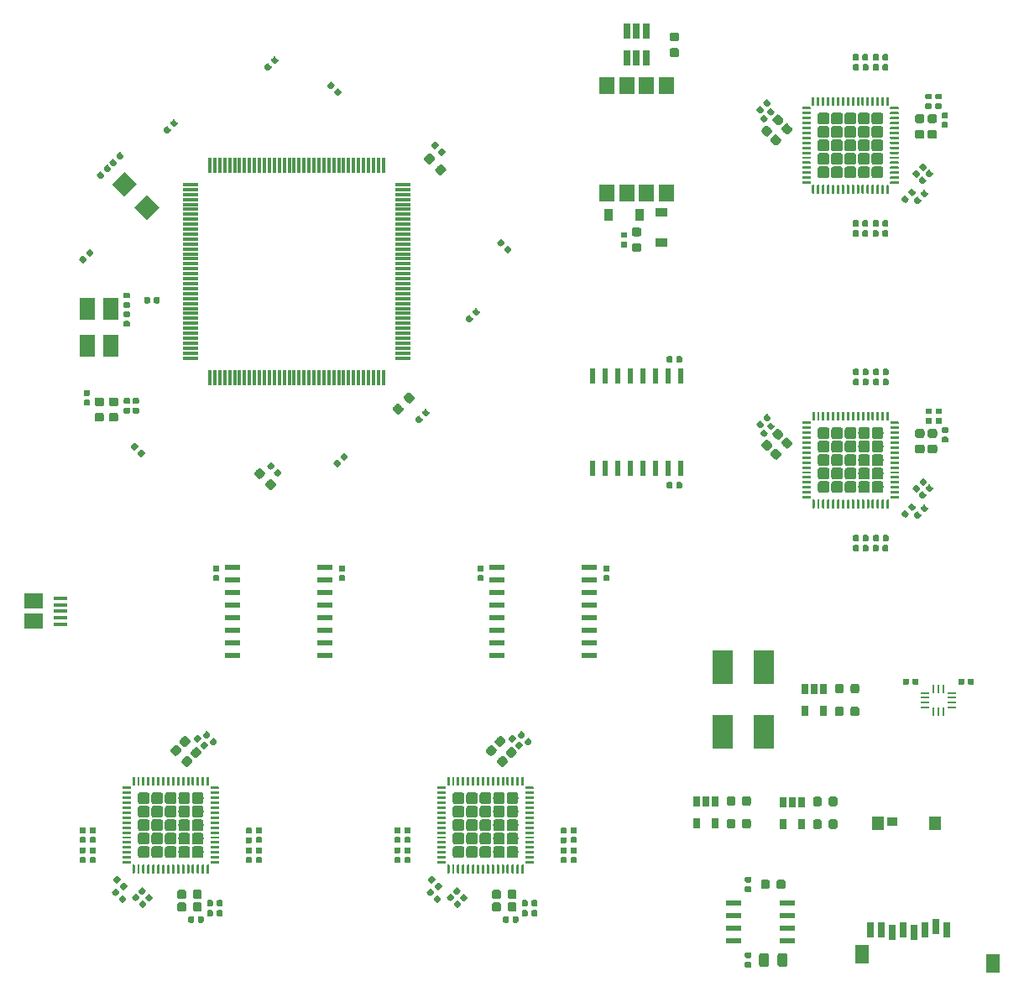
<source format=gbr>
G04 #@! TF.GenerationSoftware,KiCad,Pcbnew,5.0.2-bee76a0~70~ubuntu16.04.1*
G04 #@! TF.CreationDate,2019-06-06T06:45:57+03:00*
G04 #@! TF.ProjectId,FreeEEG32-prealpha2,46726565-4545-4473-9332-2d707265616c,rev?*
G04 #@! TF.SameCoordinates,Original*
G04 #@! TF.FileFunction,Paste,Top*
G04 #@! TF.FilePolarity,Positive*
%FSLAX46Y46*%
G04 Gerber Fmt 4.6, Leading zero omitted, Abs format (unit mm)*
G04 Created by KiCad (PCBNEW 5.0.2-bee76a0~70~ubuntu16.04.1) date Чт 06 июн 2019 06:45:57*
%MOMM*%
%LPD*%
G01*
G04 APERTURE LIST*
%ADD10R,1.500000X2.280000*%
%ADD11C,1.750000*%
%ADD12C,0.100000*%
%ADD13R,2.000000X3.500000*%
%ADD14C,0.875000*%
%ADD15R,0.650000X1.060000*%
%ADD16C,0.250000*%
%ADD17C,1.177090*%
%ADD18R,1.500000X0.600000*%
%ADD19C,0.590000*%
%ADD20R,1.600000X1.700000*%
%ADD21R,0.600000X1.500000*%
%ADD22R,1.550000X0.600000*%
%ADD23C,0.975000*%
%ADD24R,0.300000X1.550000*%
%ADD25R,1.550000X0.300000*%
%ADD26R,1.220000X0.910000*%
%ADD27R,0.910000X1.220000*%
%ADD28R,0.650000X1.560000*%
%ADD29R,0.250000X0.875000*%
%ADD30R,0.875000X0.250000*%
%ADD31R,1.000000X0.950000*%
%ADD32R,0.800000X1.500000*%
%ADD33R,1.300000X1.400000*%
%ADD34R,1.400000X1.900000*%
%ADD35R,1.900000X1.500000*%
%ADD36R,1.350000X0.400000*%
G04 APERTURE END LIST*
D10*
G04 #@! TO.C,Y2*
X20771000Y-45661500D03*
X20771000Y-49461500D03*
X23171000Y-49461500D03*
X23171000Y-45661500D03*
G04 #@! TD*
D11*
G04 #@! TO.C,Y1*
X24504951Y-33140951D03*
D12*
G36*
X25760066Y-33123273D02*
X24487273Y-34396066D01*
X23249836Y-33158629D01*
X24522629Y-31885836D01*
X25760066Y-33123273D01*
X25760066Y-33123273D01*
G37*
D11*
X26803049Y-35439049D03*
D12*
G36*
X28058164Y-35421371D02*
X26785371Y-36694164D01*
X25547934Y-35456727D01*
X26820727Y-34183934D01*
X28058164Y-35421371D01*
X28058164Y-35421371D01*
G37*
G04 #@! TD*
D13*
G04 #@! TO.C,U8*
X89057911Y-88376647D03*
X89057911Y-81876647D03*
X84857911Y-81876647D03*
X84857911Y-88376647D03*
G04 #@! TD*
D12*
G04 #@! TO.C,C86*
G36*
X96885691Y-85826053D02*
X96906926Y-85829203D01*
X96927750Y-85834419D01*
X96947962Y-85841651D01*
X96967368Y-85850830D01*
X96985781Y-85861866D01*
X97003024Y-85874654D01*
X97018930Y-85889070D01*
X97033346Y-85904976D01*
X97046134Y-85922219D01*
X97057170Y-85940632D01*
X97066349Y-85960038D01*
X97073581Y-85980250D01*
X97078797Y-86001074D01*
X97081947Y-86022309D01*
X97083000Y-86043750D01*
X97083000Y-86556250D01*
X97081947Y-86577691D01*
X97078797Y-86598926D01*
X97073581Y-86619750D01*
X97066349Y-86639962D01*
X97057170Y-86659368D01*
X97046134Y-86677781D01*
X97033346Y-86695024D01*
X97018930Y-86710930D01*
X97003024Y-86725346D01*
X96985781Y-86738134D01*
X96967368Y-86749170D01*
X96947962Y-86758349D01*
X96927750Y-86765581D01*
X96906926Y-86770797D01*
X96885691Y-86773947D01*
X96864250Y-86775000D01*
X96426750Y-86775000D01*
X96405309Y-86773947D01*
X96384074Y-86770797D01*
X96363250Y-86765581D01*
X96343038Y-86758349D01*
X96323632Y-86749170D01*
X96305219Y-86738134D01*
X96287976Y-86725346D01*
X96272070Y-86710930D01*
X96257654Y-86695024D01*
X96244866Y-86677781D01*
X96233830Y-86659368D01*
X96224651Y-86639962D01*
X96217419Y-86619750D01*
X96212203Y-86598926D01*
X96209053Y-86577691D01*
X96208000Y-86556250D01*
X96208000Y-86043750D01*
X96209053Y-86022309D01*
X96212203Y-86001074D01*
X96217419Y-85980250D01*
X96224651Y-85960038D01*
X96233830Y-85940632D01*
X96244866Y-85922219D01*
X96257654Y-85904976D01*
X96272070Y-85889070D01*
X96287976Y-85874654D01*
X96305219Y-85861866D01*
X96323632Y-85850830D01*
X96343038Y-85841651D01*
X96363250Y-85834419D01*
X96384074Y-85829203D01*
X96405309Y-85826053D01*
X96426750Y-85825000D01*
X96864250Y-85825000D01*
X96885691Y-85826053D01*
X96885691Y-85826053D01*
G37*
D14*
X96645500Y-86300000D03*
D12*
G36*
X98460691Y-85826053D02*
X98481926Y-85829203D01*
X98502750Y-85834419D01*
X98522962Y-85841651D01*
X98542368Y-85850830D01*
X98560781Y-85861866D01*
X98578024Y-85874654D01*
X98593930Y-85889070D01*
X98608346Y-85904976D01*
X98621134Y-85922219D01*
X98632170Y-85940632D01*
X98641349Y-85960038D01*
X98648581Y-85980250D01*
X98653797Y-86001074D01*
X98656947Y-86022309D01*
X98658000Y-86043750D01*
X98658000Y-86556250D01*
X98656947Y-86577691D01*
X98653797Y-86598926D01*
X98648581Y-86619750D01*
X98641349Y-86639962D01*
X98632170Y-86659368D01*
X98621134Y-86677781D01*
X98608346Y-86695024D01*
X98593930Y-86710930D01*
X98578024Y-86725346D01*
X98560781Y-86738134D01*
X98542368Y-86749170D01*
X98522962Y-86758349D01*
X98502750Y-86765581D01*
X98481926Y-86770797D01*
X98460691Y-86773947D01*
X98439250Y-86775000D01*
X98001750Y-86775000D01*
X97980309Y-86773947D01*
X97959074Y-86770797D01*
X97938250Y-86765581D01*
X97918038Y-86758349D01*
X97898632Y-86749170D01*
X97880219Y-86738134D01*
X97862976Y-86725346D01*
X97847070Y-86710930D01*
X97832654Y-86695024D01*
X97819866Y-86677781D01*
X97808830Y-86659368D01*
X97799651Y-86639962D01*
X97792419Y-86619750D01*
X97787203Y-86598926D01*
X97784053Y-86577691D01*
X97783000Y-86556250D01*
X97783000Y-86043750D01*
X97784053Y-86022309D01*
X97787203Y-86001074D01*
X97792419Y-85980250D01*
X97799651Y-85960038D01*
X97808830Y-85940632D01*
X97819866Y-85922219D01*
X97832654Y-85904976D01*
X97847070Y-85889070D01*
X97862976Y-85874654D01*
X97880219Y-85861866D01*
X97898632Y-85850830D01*
X97918038Y-85841651D01*
X97938250Y-85834419D01*
X97959074Y-85829203D01*
X97980309Y-85826053D01*
X98001750Y-85825000D01*
X98439250Y-85825000D01*
X98460691Y-85826053D01*
X98460691Y-85826053D01*
G37*
D14*
X98220500Y-86300000D03*
G04 #@! TD*
D12*
G04 #@! TO.C,C85*
G36*
X98460691Y-83526053D02*
X98481926Y-83529203D01*
X98502750Y-83534419D01*
X98522962Y-83541651D01*
X98542368Y-83550830D01*
X98560781Y-83561866D01*
X98578024Y-83574654D01*
X98593930Y-83589070D01*
X98608346Y-83604976D01*
X98621134Y-83622219D01*
X98632170Y-83640632D01*
X98641349Y-83660038D01*
X98648581Y-83680250D01*
X98653797Y-83701074D01*
X98656947Y-83722309D01*
X98658000Y-83743750D01*
X98658000Y-84256250D01*
X98656947Y-84277691D01*
X98653797Y-84298926D01*
X98648581Y-84319750D01*
X98641349Y-84339962D01*
X98632170Y-84359368D01*
X98621134Y-84377781D01*
X98608346Y-84395024D01*
X98593930Y-84410930D01*
X98578024Y-84425346D01*
X98560781Y-84438134D01*
X98542368Y-84449170D01*
X98522962Y-84458349D01*
X98502750Y-84465581D01*
X98481926Y-84470797D01*
X98460691Y-84473947D01*
X98439250Y-84475000D01*
X98001750Y-84475000D01*
X97980309Y-84473947D01*
X97959074Y-84470797D01*
X97938250Y-84465581D01*
X97918038Y-84458349D01*
X97898632Y-84449170D01*
X97880219Y-84438134D01*
X97862976Y-84425346D01*
X97847070Y-84410930D01*
X97832654Y-84395024D01*
X97819866Y-84377781D01*
X97808830Y-84359368D01*
X97799651Y-84339962D01*
X97792419Y-84319750D01*
X97787203Y-84298926D01*
X97784053Y-84277691D01*
X97783000Y-84256250D01*
X97783000Y-83743750D01*
X97784053Y-83722309D01*
X97787203Y-83701074D01*
X97792419Y-83680250D01*
X97799651Y-83660038D01*
X97808830Y-83640632D01*
X97819866Y-83622219D01*
X97832654Y-83604976D01*
X97847070Y-83589070D01*
X97862976Y-83574654D01*
X97880219Y-83561866D01*
X97898632Y-83550830D01*
X97918038Y-83541651D01*
X97938250Y-83534419D01*
X97959074Y-83529203D01*
X97980309Y-83526053D01*
X98001750Y-83525000D01*
X98439250Y-83525000D01*
X98460691Y-83526053D01*
X98460691Y-83526053D01*
G37*
D14*
X98220500Y-84000000D03*
D12*
G36*
X96885691Y-83526053D02*
X96906926Y-83529203D01*
X96927750Y-83534419D01*
X96947962Y-83541651D01*
X96967368Y-83550830D01*
X96985781Y-83561866D01*
X97003024Y-83574654D01*
X97018930Y-83589070D01*
X97033346Y-83604976D01*
X97046134Y-83622219D01*
X97057170Y-83640632D01*
X97066349Y-83660038D01*
X97073581Y-83680250D01*
X97078797Y-83701074D01*
X97081947Y-83722309D01*
X97083000Y-83743750D01*
X97083000Y-84256250D01*
X97081947Y-84277691D01*
X97078797Y-84298926D01*
X97073581Y-84319750D01*
X97066349Y-84339962D01*
X97057170Y-84359368D01*
X97046134Y-84377781D01*
X97033346Y-84395024D01*
X97018930Y-84410930D01*
X97003024Y-84425346D01*
X96985781Y-84438134D01*
X96967368Y-84449170D01*
X96947962Y-84458349D01*
X96927750Y-84465581D01*
X96906926Y-84470797D01*
X96885691Y-84473947D01*
X96864250Y-84475000D01*
X96426750Y-84475000D01*
X96405309Y-84473947D01*
X96384074Y-84470797D01*
X96363250Y-84465581D01*
X96343038Y-84458349D01*
X96323632Y-84449170D01*
X96305219Y-84438134D01*
X96287976Y-84425346D01*
X96272070Y-84410930D01*
X96257654Y-84395024D01*
X96244866Y-84377781D01*
X96233830Y-84359368D01*
X96224651Y-84339962D01*
X96217419Y-84319750D01*
X96212203Y-84298926D01*
X96209053Y-84277691D01*
X96208000Y-84256250D01*
X96208000Y-83743750D01*
X96209053Y-83722309D01*
X96212203Y-83701074D01*
X96217419Y-83680250D01*
X96224651Y-83660038D01*
X96233830Y-83640632D01*
X96244866Y-83622219D01*
X96257654Y-83604976D01*
X96272070Y-83589070D01*
X96287976Y-83574654D01*
X96305219Y-83561866D01*
X96323632Y-83550830D01*
X96343038Y-83541651D01*
X96363250Y-83534419D01*
X96384074Y-83529203D01*
X96405309Y-83526053D01*
X96426750Y-83525000D01*
X96864250Y-83525000D01*
X96885691Y-83526053D01*
X96885691Y-83526053D01*
G37*
D14*
X96645500Y-84000000D03*
G04 #@! TD*
D15*
G04 #@! TO.C,U5*
X95081002Y-86250000D03*
X93181002Y-86250000D03*
X93181002Y-84050000D03*
X94131002Y-84050000D03*
X95081002Y-84050000D03*
G04 #@! TD*
D12*
G04 #@! TO.C,C109*
G36*
X85958691Y-94877053D02*
X85979926Y-94880203D01*
X86000750Y-94885419D01*
X86020962Y-94892651D01*
X86040368Y-94901830D01*
X86058781Y-94912866D01*
X86076024Y-94925654D01*
X86091930Y-94940070D01*
X86106346Y-94955976D01*
X86119134Y-94973219D01*
X86130170Y-94991632D01*
X86139349Y-95011038D01*
X86146581Y-95031250D01*
X86151797Y-95052074D01*
X86154947Y-95073309D01*
X86156000Y-95094750D01*
X86156000Y-95607250D01*
X86154947Y-95628691D01*
X86151797Y-95649926D01*
X86146581Y-95670750D01*
X86139349Y-95690962D01*
X86130170Y-95710368D01*
X86119134Y-95728781D01*
X86106346Y-95746024D01*
X86091930Y-95761930D01*
X86076024Y-95776346D01*
X86058781Y-95789134D01*
X86040368Y-95800170D01*
X86020962Y-95809349D01*
X86000750Y-95816581D01*
X85979926Y-95821797D01*
X85958691Y-95824947D01*
X85937250Y-95826000D01*
X85499750Y-95826000D01*
X85478309Y-95824947D01*
X85457074Y-95821797D01*
X85436250Y-95816581D01*
X85416038Y-95809349D01*
X85396632Y-95800170D01*
X85378219Y-95789134D01*
X85360976Y-95776346D01*
X85345070Y-95761930D01*
X85330654Y-95746024D01*
X85317866Y-95728781D01*
X85306830Y-95710368D01*
X85297651Y-95690962D01*
X85290419Y-95670750D01*
X85285203Y-95649926D01*
X85282053Y-95628691D01*
X85281000Y-95607250D01*
X85281000Y-95094750D01*
X85282053Y-95073309D01*
X85285203Y-95052074D01*
X85290419Y-95031250D01*
X85297651Y-95011038D01*
X85306830Y-94991632D01*
X85317866Y-94973219D01*
X85330654Y-94955976D01*
X85345070Y-94940070D01*
X85360976Y-94925654D01*
X85378219Y-94912866D01*
X85396632Y-94901830D01*
X85416038Y-94892651D01*
X85436250Y-94885419D01*
X85457074Y-94880203D01*
X85478309Y-94877053D01*
X85499750Y-94876000D01*
X85937250Y-94876000D01*
X85958691Y-94877053D01*
X85958691Y-94877053D01*
G37*
D14*
X85718500Y-95351000D03*
D12*
G36*
X87533691Y-94877053D02*
X87554926Y-94880203D01*
X87575750Y-94885419D01*
X87595962Y-94892651D01*
X87615368Y-94901830D01*
X87633781Y-94912866D01*
X87651024Y-94925654D01*
X87666930Y-94940070D01*
X87681346Y-94955976D01*
X87694134Y-94973219D01*
X87705170Y-94991632D01*
X87714349Y-95011038D01*
X87721581Y-95031250D01*
X87726797Y-95052074D01*
X87729947Y-95073309D01*
X87731000Y-95094750D01*
X87731000Y-95607250D01*
X87729947Y-95628691D01*
X87726797Y-95649926D01*
X87721581Y-95670750D01*
X87714349Y-95690962D01*
X87705170Y-95710368D01*
X87694134Y-95728781D01*
X87681346Y-95746024D01*
X87666930Y-95761930D01*
X87651024Y-95776346D01*
X87633781Y-95789134D01*
X87615368Y-95800170D01*
X87595962Y-95809349D01*
X87575750Y-95816581D01*
X87554926Y-95821797D01*
X87533691Y-95824947D01*
X87512250Y-95826000D01*
X87074750Y-95826000D01*
X87053309Y-95824947D01*
X87032074Y-95821797D01*
X87011250Y-95816581D01*
X86991038Y-95809349D01*
X86971632Y-95800170D01*
X86953219Y-95789134D01*
X86935976Y-95776346D01*
X86920070Y-95761930D01*
X86905654Y-95746024D01*
X86892866Y-95728781D01*
X86881830Y-95710368D01*
X86872651Y-95690962D01*
X86865419Y-95670750D01*
X86860203Y-95649926D01*
X86857053Y-95628691D01*
X86856000Y-95607250D01*
X86856000Y-95094750D01*
X86857053Y-95073309D01*
X86860203Y-95052074D01*
X86865419Y-95031250D01*
X86872651Y-95011038D01*
X86881830Y-94991632D01*
X86892866Y-94973219D01*
X86905654Y-94955976D01*
X86920070Y-94940070D01*
X86935976Y-94925654D01*
X86953219Y-94912866D01*
X86971632Y-94901830D01*
X86991038Y-94892651D01*
X87011250Y-94885419D01*
X87032074Y-94880203D01*
X87053309Y-94877053D01*
X87074750Y-94876000D01*
X87512250Y-94876000D01*
X87533691Y-94877053D01*
X87533691Y-94877053D01*
G37*
D14*
X87293500Y-95351000D03*
G04 #@! TD*
D12*
G04 #@! TO.C,C110*
G36*
X87533691Y-97163053D02*
X87554926Y-97166203D01*
X87575750Y-97171419D01*
X87595962Y-97178651D01*
X87615368Y-97187830D01*
X87633781Y-97198866D01*
X87651024Y-97211654D01*
X87666930Y-97226070D01*
X87681346Y-97241976D01*
X87694134Y-97259219D01*
X87705170Y-97277632D01*
X87714349Y-97297038D01*
X87721581Y-97317250D01*
X87726797Y-97338074D01*
X87729947Y-97359309D01*
X87731000Y-97380750D01*
X87731000Y-97893250D01*
X87729947Y-97914691D01*
X87726797Y-97935926D01*
X87721581Y-97956750D01*
X87714349Y-97976962D01*
X87705170Y-97996368D01*
X87694134Y-98014781D01*
X87681346Y-98032024D01*
X87666930Y-98047930D01*
X87651024Y-98062346D01*
X87633781Y-98075134D01*
X87615368Y-98086170D01*
X87595962Y-98095349D01*
X87575750Y-98102581D01*
X87554926Y-98107797D01*
X87533691Y-98110947D01*
X87512250Y-98112000D01*
X87074750Y-98112000D01*
X87053309Y-98110947D01*
X87032074Y-98107797D01*
X87011250Y-98102581D01*
X86991038Y-98095349D01*
X86971632Y-98086170D01*
X86953219Y-98075134D01*
X86935976Y-98062346D01*
X86920070Y-98047930D01*
X86905654Y-98032024D01*
X86892866Y-98014781D01*
X86881830Y-97996368D01*
X86872651Y-97976962D01*
X86865419Y-97956750D01*
X86860203Y-97935926D01*
X86857053Y-97914691D01*
X86856000Y-97893250D01*
X86856000Y-97380750D01*
X86857053Y-97359309D01*
X86860203Y-97338074D01*
X86865419Y-97317250D01*
X86872651Y-97297038D01*
X86881830Y-97277632D01*
X86892866Y-97259219D01*
X86905654Y-97241976D01*
X86920070Y-97226070D01*
X86935976Y-97211654D01*
X86953219Y-97198866D01*
X86971632Y-97187830D01*
X86991038Y-97178651D01*
X87011250Y-97171419D01*
X87032074Y-97166203D01*
X87053309Y-97163053D01*
X87074750Y-97162000D01*
X87512250Y-97162000D01*
X87533691Y-97163053D01*
X87533691Y-97163053D01*
G37*
D14*
X87293500Y-97637000D03*
D12*
G36*
X85958691Y-97163053D02*
X85979926Y-97166203D01*
X86000750Y-97171419D01*
X86020962Y-97178651D01*
X86040368Y-97187830D01*
X86058781Y-97198866D01*
X86076024Y-97211654D01*
X86091930Y-97226070D01*
X86106346Y-97241976D01*
X86119134Y-97259219D01*
X86130170Y-97277632D01*
X86139349Y-97297038D01*
X86146581Y-97317250D01*
X86151797Y-97338074D01*
X86154947Y-97359309D01*
X86156000Y-97380750D01*
X86156000Y-97893250D01*
X86154947Y-97914691D01*
X86151797Y-97935926D01*
X86146581Y-97956750D01*
X86139349Y-97976962D01*
X86130170Y-97996368D01*
X86119134Y-98014781D01*
X86106346Y-98032024D01*
X86091930Y-98047930D01*
X86076024Y-98062346D01*
X86058781Y-98075134D01*
X86040368Y-98086170D01*
X86020962Y-98095349D01*
X86000750Y-98102581D01*
X85979926Y-98107797D01*
X85958691Y-98110947D01*
X85937250Y-98112000D01*
X85499750Y-98112000D01*
X85478309Y-98110947D01*
X85457074Y-98107797D01*
X85436250Y-98102581D01*
X85416038Y-98095349D01*
X85396632Y-98086170D01*
X85378219Y-98075134D01*
X85360976Y-98062346D01*
X85345070Y-98047930D01*
X85330654Y-98032024D01*
X85317866Y-98014781D01*
X85306830Y-97996368D01*
X85297651Y-97976962D01*
X85290419Y-97956750D01*
X85285203Y-97935926D01*
X85282053Y-97914691D01*
X85281000Y-97893250D01*
X85281000Y-97380750D01*
X85282053Y-97359309D01*
X85285203Y-97338074D01*
X85290419Y-97317250D01*
X85297651Y-97297038D01*
X85306830Y-97277632D01*
X85317866Y-97259219D01*
X85330654Y-97241976D01*
X85345070Y-97226070D01*
X85360976Y-97211654D01*
X85378219Y-97198866D01*
X85396632Y-97187830D01*
X85416038Y-97178651D01*
X85436250Y-97171419D01*
X85457074Y-97166203D01*
X85478309Y-97163053D01*
X85499750Y-97162000D01*
X85937250Y-97162000D01*
X85958691Y-97163053D01*
X85958691Y-97163053D01*
G37*
D14*
X85718500Y-97637000D03*
G04 #@! TD*
D15*
G04 #@! TO.C,U10*
X84154000Y-95394000D03*
X83204000Y-95394000D03*
X82254000Y-95394000D03*
X82254000Y-97594000D03*
X84154000Y-97594000D03*
G04 #@! TD*
D12*
G04 #@! TO.C,C88*
G36*
X94685691Y-97216054D02*
X94706926Y-97219204D01*
X94727750Y-97224420D01*
X94747962Y-97231652D01*
X94767368Y-97240831D01*
X94785781Y-97251867D01*
X94803024Y-97264655D01*
X94818930Y-97279071D01*
X94833346Y-97294977D01*
X94846134Y-97312220D01*
X94857170Y-97330633D01*
X94866349Y-97350039D01*
X94873581Y-97370251D01*
X94878797Y-97391075D01*
X94881947Y-97412310D01*
X94883000Y-97433751D01*
X94883000Y-97946251D01*
X94881947Y-97967692D01*
X94878797Y-97988927D01*
X94873581Y-98009751D01*
X94866349Y-98029963D01*
X94857170Y-98049369D01*
X94846134Y-98067782D01*
X94833346Y-98085025D01*
X94818930Y-98100931D01*
X94803024Y-98115347D01*
X94785781Y-98128135D01*
X94767368Y-98139171D01*
X94747962Y-98148350D01*
X94727750Y-98155582D01*
X94706926Y-98160798D01*
X94685691Y-98163948D01*
X94664250Y-98165001D01*
X94226750Y-98165001D01*
X94205309Y-98163948D01*
X94184074Y-98160798D01*
X94163250Y-98155582D01*
X94143038Y-98148350D01*
X94123632Y-98139171D01*
X94105219Y-98128135D01*
X94087976Y-98115347D01*
X94072070Y-98100931D01*
X94057654Y-98085025D01*
X94044866Y-98067782D01*
X94033830Y-98049369D01*
X94024651Y-98029963D01*
X94017419Y-98009751D01*
X94012203Y-97988927D01*
X94009053Y-97967692D01*
X94008000Y-97946251D01*
X94008000Y-97433751D01*
X94009053Y-97412310D01*
X94012203Y-97391075D01*
X94017419Y-97370251D01*
X94024651Y-97350039D01*
X94033830Y-97330633D01*
X94044866Y-97312220D01*
X94057654Y-97294977D01*
X94072070Y-97279071D01*
X94087976Y-97264655D01*
X94105219Y-97251867D01*
X94123632Y-97240831D01*
X94143038Y-97231652D01*
X94163250Y-97224420D01*
X94184074Y-97219204D01*
X94205309Y-97216054D01*
X94226750Y-97215001D01*
X94664250Y-97215001D01*
X94685691Y-97216054D01*
X94685691Y-97216054D01*
G37*
D14*
X94445500Y-97690001D03*
D12*
G36*
X96260691Y-97216054D02*
X96281926Y-97219204D01*
X96302750Y-97224420D01*
X96322962Y-97231652D01*
X96342368Y-97240831D01*
X96360781Y-97251867D01*
X96378024Y-97264655D01*
X96393930Y-97279071D01*
X96408346Y-97294977D01*
X96421134Y-97312220D01*
X96432170Y-97330633D01*
X96441349Y-97350039D01*
X96448581Y-97370251D01*
X96453797Y-97391075D01*
X96456947Y-97412310D01*
X96458000Y-97433751D01*
X96458000Y-97946251D01*
X96456947Y-97967692D01*
X96453797Y-97988927D01*
X96448581Y-98009751D01*
X96441349Y-98029963D01*
X96432170Y-98049369D01*
X96421134Y-98067782D01*
X96408346Y-98085025D01*
X96393930Y-98100931D01*
X96378024Y-98115347D01*
X96360781Y-98128135D01*
X96342368Y-98139171D01*
X96322962Y-98148350D01*
X96302750Y-98155582D01*
X96281926Y-98160798D01*
X96260691Y-98163948D01*
X96239250Y-98165001D01*
X95801750Y-98165001D01*
X95780309Y-98163948D01*
X95759074Y-98160798D01*
X95738250Y-98155582D01*
X95718038Y-98148350D01*
X95698632Y-98139171D01*
X95680219Y-98128135D01*
X95662976Y-98115347D01*
X95647070Y-98100931D01*
X95632654Y-98085025D01*
X95619866Y-98067782D01*
X95608830Y-98049369D01*
X95599651Y-98029963D01*
X95592419Y-98009751D01*
X95587203Y-97988927D01*
X95584053Y-97967692D01*
X95583000Y-97946251D01*
X95583000Y-97433751D01*
X95584053Y-97412310D01*
X95587203Y-97391075D01*
X95592419Y-97370251D01*
X95599651Y-97350039D01*
X95608830Y-97330633D01*
X95619866Y-97312220D01*
X95632654Y-97294977D01*
X95647070Y-97279071D01*
X95662976Y-97264655D01*
X95680219Y-97251867D01*
X95698632Y-97240831D01*
X95718038Y-97231652D01*
X95738250Y-97224420D01*
X95759074Y-97219204D01*
X95780309Y-97216054D01*
X95801750Y-97215001D01*
X96239250Y-97215001D01*
X96260691Y-97216054D01*
X96260691Y-97216054D01*
G37*
D14*
X96020500Y-97690001D03*
G04 #@! TD*
D15*
G04 #@! TO.C,U6*
X92881000Y-97647000D03*
X90981000Y-97647000D03*
X90981000Y-95447000D03*
X91931000Y-95447000D03*
X92881000Y-95447000D03*
G04 #@! TD*
D12*
G04 #@! TO.C,C87*
G36*
X96260690Y-94930053D02*
X96281925Y-94933203D01*
X96302749Y-94938419D01*
X96322961Y-94945651D01*
X96342367Y-94954830D01*
X96360780Y-94965866D01*
X96378023Y-94978654D01*
X96393929Y-94993070D01*
X96408345Y-95008976D01*
X96421133Y-95026219D01*
X96432169Y-95044632D01*
X96441348Y-95064038D01*
X96448580Y-95084250D01*
X96453796Y-95105074D01*
X96456946Y-95126309D01*
X96457999Y-95147750D01*
X96457999Y-95660250D01*
X96456946Y-95681691D01*
X96453796Y-95702926D01*
X96448580Y-95723750D01*
X96441348Y-95743962D01*
X96432169Y-95763368D01*
X96421133Y-95781781D01*
X96408345Y-95799024D01*
X96393929Y-95814930D01*
X96378023Y-95829346D01*
X96360780Y-95842134D01*
X96342367Y-95853170D01*
X96322961Y-95862349D01*
X96302749Y-95869581D01*
X96281925Y-95874797D01*
X96260690Y-95877947D01*
X96239249Y-95879000D01*
X95801749Y-95879000D01*
X95780308Y-95877947D01*
X95759073Y-95874797D01*
X95738249Y-95869581D01*
X95718037Y-95862349D01*
X95698631Y-95853170D01*
X95680218Y-95842134D01*
X95662975Y-95829346D01*
X95647069Y-95814930D01*
X95632653Y-95799024D01*
X95619865Y-95781781D01*
X95608829Y-95763368D01*
X95599650Y-95743962D01*
X95592418Y-95723750D01*
X95587202Y-95702926D01*
X95584052Y-95681691D01*
X95582999Y-95660250D01*
X95582999Y-95147750D01*
X95584052Y-95126309D01*
X95587202Y-95105074D01*
X95592418Y-95084250D01*
X95599650Y-95064038D01*
X95608829Y-95044632D01*
X95619865Y-95026219D01*
X95632653Y-95008976D01*
X95647069Y-94993070D01*
X95662975Y-94978654D01*
X95680218Y-94965866D01*
X95698631Y-94954830D01*
X95718037Y-94945651D01*
X95738249Y-94938419D01*
X95759073Y-94933203D01*
X95780308Y-94930053D01*
X95801749Y-94929000D01*
X96239249Y-94929000D01*
X96260690Y-94930053D01*
X96260690Y-94930053D01*
G37*
D14*
X96020499Y-95404000D03*
D12*
G36*
X94685690Y-94930053D02*
X94706925Y-94933203D01*
X94727749Y-94938419D01*
X94747961Y-94945651D01*
X94767367Y-94954830D01*
X94785780Y-94965866D01*
X94803023Y-94978654D01*
X94818929Y-94993070D01*
X94833345Y-95008976D01*
X94846133Y-95026219D01*
X94857169Y-95044632D01*
X94866348Y-95064038D01*
X94873580Y-95084250D01*
X94878796Y-95105074D01*
X94881946Y-95126309D01*
X94882999Y-95147750D01*
X94882999Y-95660250D01*
X94881946Y-95681691D01*
X94878796Y-95702926D01*
X94873580Y-95723750D01*
X94866348Y-95743962D01*
X94857169Y-95763368D01*
X94846133Y-95781781D01*
X94833345Y-95799024D01*
X94818929Y-95814930D01*
X94803023Y-95829346D01*
X94785780Y-95842134D01*
X94767367Y-95853170D01*
X94747961Y-95862349D01*
X94727749Y-95869581D01*
X94706925Y-95874797D01*
X94685690Y-95877947D01*
X94664249Y-95879000D01*
X94226749Y-95879000D01*
X94205308Y-95877947D01*
X94184073Y-95874797D01*
X94163249Y-95869581D01*
X94143037Y-95862349D01*
X94123631Y-95853170D01*
X94105218Y-95842134D01*
X94087975Y-95829346D01*
X94072069Y-95814930D01*
X94057653Y-95799024D01*
X94044865Y-95781781D01*
X94033829Y-95763368D01*
X94024650Y-95743962D01*
X94017418Y-95723750D01*
X94012202Y-95702926D01*
X94009052Y-95681691D01*
X94007999Y-95660250D01*
X94007999Y-95147750D01*
X94009052Y-95126309D01*
X94012202Y-95105074D01*
X94017418Y-95084250D01*
X94024650Y-95064038D01*
X94033829Y-95044632D01*
X94044865Y-95026219D01*
X94057653Y-95008976D01*
X94072069Y-94993070D01*
X94087975Y-94978654D01*
X94105218Y-94965866D01*
X94123631Y-94954830D01*
X94143037Y-94945651D01*
X94163249Y-94938419D01*
X94184073Y-94933203D01*
X94205308Y-94930053D01*
X94226749Y-94929000D01*
X94664249Y-94929000D01*
X94685690Y-94930053D01*
X94685690Y-94930053D01*
G37*
D14*
X94445499Y-95404000D03*
G04 #@! TD*
D12*
G04 #@! TO.C,U3*
G36*
X102592119Y-25335301D02*
X102598186Y-25336201D01*
X102604136Y-25337691D01*
X102609911Y-25339758D01*
X102615455Y-25342380D01*
X102620716Y-25345533D01*
X102625643Y-25349187D01*
X102630187Y-25353306D01*
X102634306Y-25357850D01*
X102637960Y-25362777D01*
X102641113Y-25368038D01*
X102643735Y-25373582D01*
X102645802Y-25379357D01*
X102647292Y-25385307D01*
X102648192Y-25391374D01*
X102648493Y-25397500D01*
X102648493Y-25522500D01*
X102648192Y-25528626D01*
X102647292Y-25534693D01*
X102645802Y-25540643D01*
X102643735Y-25546418D01*
X102641113Y-25551962D01*
X102637960Y-25557223D01*
X102634306Y-25562150D01*
X102630187Y-25566694D01*
X102625643Y-25570813D01*
X102620716Y-25574467D01*
X102615455Y-25577620D01*
X102609911Y-25580242D01*
X102604136Y-25582309D01*
X102598186Y-25583799D01*
X102592119Y-25584699D01*
X102585993Y-25585000D01*
X101835993Y-25585000D01*
X101829867Y-25584699D01*
X101823800Y-25583799D01*
X101817850Y-25582309D01*
X101812075Y-25580242D01*
X101806531Y-25577620D01*
X101801270Y-25574467D01*
X101796343Y-25570813D01*
X101791799Y-25566694D01*
X101787680Y-25562150D01*
X101784026Y-25557223D01*
X101780873Y-25551962D01*
X101778251Y-25546418D01*
X101776184Y-25540643D01*
X101774694Y-25534693D01*
X101773794Y-25528626D01*
X101773493Y-25522500D01*
X101773493Y-25397500D01*
X101773794Y-25391374D01*
X101774694Y-25385307D01*
X101776184Y-25379357D01*
X101778251Y-25373582D01*
X101780873Y-25368038D01*
X101784026Y-25362777D01*
X101787680Y-25357850D01*
X101791799Y-25353306D01*
X101796343Y-25349187D01*
X101801270Y-25345533D01*
X101806531Y-25342380D01*
X101812075Y-25339758D01*
X101817850Y-25337691D01*
X101823800Y-25336201D01*
X101829867Y-25335301D01*
X101835993Y-25335000D01*
X102585993Y-25335000D01*
X102592119Y-25335301D01*
X102592119Y-25335301D01*
G37*
D16*
X102210993Y-25460000D03*
D12*
G36*
X102592119Y-25835301D02*
X102598186Y-25836201D01*
X102604136Y-25837691D01*
X102609911Y-25839758D01*
X102615455Y-25842380D01*
X102620716Y-25845533D01*
X102625643Y-25849187D01*
X102630187Y-25853306D01*
X102634306Y-25857850D01*
X102637960Y-25862777D01*
X102641113Y-25868038D01*
X102643735Y-25873582D01*
X102645802Y-25879357D01*
X102647292Y-25885307D01*
X102648192Y-25891374D01*
X102648493Y-25897500D01*
X102648493Y-26022500D01*
X102648192Y-26028626D01*
X102647292Y-26034693D01*
X102645802Y-26040643D01*
X102643735Y-26046418D01*
X102641113Y-26051962D01*
X102637960Y-26057223D01*
X102634306Y-26062150D01*
X102630187Y-26066694D01*
X102625643Y-26070813D01*
X102620716Y-26074467D01*
X102615455Y-26077620D01*
X102609911Y-26080242D01*
X102604136Y-26082309D01*
X102598186Y-26083799D01*
X102592119Y-26084699D01*
X102585993Y-26085000D01*
X101835993Y-26085000D01*
X101829867Y-26084699D01*
X101823800Y-26083799D01*
X101817850Y-26082309D01*
X101812075Y-26080242D01*
X101806531Y-26077620D01*
X101801270Y-26074467D01*
X101796343Y-26070813D01*
X101791799Y-26066694D01*
X101787680Y-26062150D01*
X101784026Y-26057223D01*
X101780873Y-26051962D01*
X101778251Y-26046418D01*
X101776184Y-26040643D01*
X101774694Y-26034693D01*
X101773794Y-26028626D01*
X101773493Y-26022500D01*
X101773493Y-25897500D01*
X101773794Y-25891374D01*
X101774694Y-25885307D01*
X101776184Y-25879357D01*
X101778251Y-25873582D01*
X101780873Y-25868038D01*
X101784026Y-25862777D01*
X101787680Y-25857850D01*
X101791799Y-25853306D01*
X101796343Y-25849187D01*
X101801270Y-25845533D01*
X101806531Y-25842380D01*
X101812075Y-25839758D01*
X101817850Y-25837691D01*
X101823800Y-25836201D01*
X101829867Y-25835301D01*
X101835993Y-25835000D01*
X102585993Y-25835000D01*
X102592119Y-25835301D01*
X102592119Y-25835301D01*
G37*
D16*
X102210993Y-25960000D03*
D12*
G36*
X102592119Y-26335301D02*
X102598186Y-26336201D01*
X102604136Y-26337691D01*
X102609911Y-26339758D01*
X102615455Y-26342380D01*
X102620716Y-26345533D01*
X102625643Y-26349187D01*
X102630187Y-26353306D01*
X102634306Y-26357850D01*
X102637960Y-26362777D01*
X102641113Y-26368038D01*
X102643735Y-26373582D01*
X102645802Y-26379357D01*
X102647292Y-26385307D01*
X102648192Y-26391374D01*
X102648493Y-26397500D01*
X102648493Y-26522500D01*
X102648192Y-26528626D01*
X102647292Y-26534693D01*
X102645802Y-26540643D01*
X102643735Y-26546418D01*
X102641113Y-26551962D01*
X102637960Y-26557223D01*
X102634306Y-26562150D01*
X102630187Y-26566694D01*
X102625643Y-26570813D01*
X102620716Y-26574467D01*
X102615455Y-26577620D01*
X102609911Y-26580242D01*
X102604136Y-26582309D01*
X102598186Y-26583799D01*
X102592119Y-26584699D01*
X102585993Y-26585000D01*
X101835993Y-26585000D01*
X101829867Y-26584699D01*
X101823800Y-26583799D01*
X101817850Y-26582309D01*
X101812075Y-26580242D01*
X101806531Y-26577620D01*
X101801270Y-26574467D01*
X101796343Y-26570813D01*
X101791799Y-26566694D01*
X101787680Y-26562150D01*
X101784026Y-26557223D01*
X101780873Y-26551962D01*
X101778251Y-26546418D01*
X101776184Y-26540643D01*
X101774694Y-26534693D01*
X101773794Y-26528626D01*
X101773493Y-26522500D01*
X101773493Y-26397500D01*
X101773794Y-26391374D01*
X101774694Y-26385307D01*
X101776184Y-26379357D01*
X101778251Y-26373582D01*
X101780873Y-26368038D01*
X101784026Y-26362777D01*
X101787680Y-26357850D01*
X101791799Y-26353306D01*
X101796343Y-26349187D01*
X101801270Y-26345533D01*
X101806531Y-26342380D01*
X101812075Y-26339758D01*
X101817850Y-26337691D01*
X101823800Y-26336201D01*
X101829867Y-26335301D01*
X101835993Y-26335000D01*
X102585993Y-26335000D01*
X102592119Y-26335301D01*
X102592119Y-26335301D01*
G37*
D16*
X102210993Y-26460000D03*
D12*
G36*
X102592119Y-26835301D02*
X102598186Y-26836201D01*
X102604136Y-26837691D01*
X102609911Y-26839758D01*
X102615455Y-26842380D01*
X102620716Y-26845533D01*
X102625643Y-26849187D01*
X102630187Y-26853306D01*
X102634306Y-26857850D01*
X102637960Y-26862777D01*
X102641113Y-26868038D01*
X102643735Y-26873582D01*
X102645802Y-26879357D01*
X102647292Y-26885307D01*
X102648192Y-26891374D01*
X102648493Y-26897500D01*
X102648493Y-27022500D01*
X102648192Y-27028626D01*
X102647292Y-27034693D01*
X102645802Y-27040643D01*
X102643735Y-27046418D01*
X102641113Y-27051962D01*
X102637960Y-27057223D01*
X102634306Y-27062150D01*
X102630187Y-27066694D01*
X102625643Y-27070813D01*
X102620716Y-27074467D01*
X102615455Y-27077620D01*
X102609911Y-27080242D01*
X102604136Y-27082309D01*
X102598186Y-27083799D01*
X102592119Y-27084699D01*
X102585993Y-27085000D01*
X101835993Y-27085000D01*
X101829867Y-27084699D01*
X101823800Y-27083799D01*
X101817850Y-27082309D01*
X101812075Y-27080242D01*
X101806531Y-27077620D01*
X101801270Y-27074467D01*
X101796343Y-27070813D01*
X101791799Y-27066694D01*
X101787680Y-27062150D01*
X101784026Y-27057223D01*
X101780873Y-27051962D01*
X101778251Y-27046418D01*
X101776184Y-27040643D01*
X101774694Y-27034693D01*
X101773794Y-27028626D01*
X101773493Y-27022500D01*
X101773493Y-26897500D01*
X101773794Y-26891374D01*
X101774694Y-26885307D01*
X101776184Y-26879357D01*
X101778251Y-26873582D01*
X101780873Y-26868038D01*
X101784026Y-26862777D01*
X101787680Y-26857850D01*
X101791799Y-26853306D01*
X101796343Y-26849187D01*
X101801270Y-26845533D01*
X101806531Y-26842380D01*
X101812075Y-26839758D01*
X101817850Y-26837691D01*
X101823800Y-26836201D01*
X101829867Y-26835301D01*
X101835993Y-26835000D01*
X102585993Y-26835000D01*
X102592119Y-26835301D01*
X102592119Y-26835301D01*
G37*
D16*
X102210993Y-26960000D03*
D12*
G36*
X102592119Y-27335301D02*
X102598186Y-27336201D01*
X102604136Y-27337691D01*
X102609911Y-27339758D01*
X102615455Y-27342380D01*
X102620716Y-27345533D01*
X102625643Y-27349187D01*
X102630187Y-27353306D01*
X102634306Y-27357850D01*
X102637960Y-27362777D01*
X102641113Y-27368038D01*
X102643735Y-27373582D01*
X102645802Y-27379357D01*
X102647292Y-27385307D01*
X102648192Y-27391374D01*
X102648493Y-27397500D01*
X102648493Y-27522500D01*
X102648192Y-27528626D01*
X102647292Y-27534693D01*
X102645802Y-27540643D01*
X102643735Y-27546418D01*
X102641113Y-27551962D01*
X102637960Y-27557223D01*
X102634306Y-27562150D01*
X102630187Y-27566694D01*
X102625643Y-27570813D01*
X102620716Y-27574467D01*
X102615455Y-27577620D01*
X102609911Y-27580242D01*
X102604136Y-27582309D01*
X102598186Y-27583799D01*
X102592119Y-27584699D01*
X102585993Y-27585000D01*
X101835993Y-27585000D01*
X101829867Y-27584699D01*
X101823800Y-27583799D01*
X101817850Y-27582309D01*
X101812075Y-27580242D01*
X101806531Y-27577620D01*
X101801270Y-27574467D01*
X101796343Y-27570813D01*
X101791799Y-27566694D01*
X101787680Y-27562150D01*
X101784026Y-27557223D01*
X101780873Y-27551962D01*
X101778251Y-27546418D01*
X101776184Y-27540643D01*
X101774694Y-27534693D01*
X101773794Y-27528626D01*
X101773493Y-27522500D01*
X101773493Y-27397500D01*
X101773794Y-27391374D01*
X101774694Y-27385307D01*
X101776184Y-27379357D01*
X101778251Y-27373582D01*
X101780873Y-27368038D01*
X101784026Y-27362777D01*
X101787680Y-27357850D01*
X101791799Y-27353306D01*
X101796343Y-27349187D01*
X101801270Y-27345533D01*
X101806531Y-27342380D01*
X101812075Y-27339758D01*
X101817850Y-27337691D01*
X101823800Y-27336201D01*
X101829867Y-27335301D01*
X101835993Y-27335000D01*
X102585993Y-27335000D01*
X102592119Y-27335301D01*
X102592119Y-27335301D01*
G37*
D16*
X102210993Y-27460000D03*
D12*
G36*
X102592119Y-27835301D02*
X102598186Y-27836201D01*
X102604136Y-27837691D01*
X102609911Y-27839758D01*
X102615455Y-27842380D01*
X102620716Y-27845533D01*
X102625643Y-27849187D01*
X102630187Y-27853306D01*
X102634306Y-27857850D01*
X102637960Y-27862777D01*
X102641113Y-27868038D01*
X102643735Y-27873582D01*
X102645802Y-27879357D01*
X102647292Y-27885307D01*
X102648192Y-27891374D01*
X102648493Y-27897500D01*
X102648493Y-28022500D01*
X102648192Y-28028626D01*
X102647292Y-28034693D01*
X102645802Y-28040643D01*
X102643735Y-28046418D01*
X102641113Y-28051962D01*
X102637960Y-28057223D01*
X102634306Y-28062150D01*
X102630187Y-28066694D01*
X102625643Y-28070813D01*
X102620716Y-28074467D01*
X102615455Y-28077620D01*
X102609911Y-28080242D01*
X102604136Y-28082309D01*
X102598186Y-28083799D01*
X102592119Y-28084699D01*
X102585993Y-28085000D01*
X101835993Y-28085000D01*
X101829867Y-28084699D01*
X101823800Y-28083799D01*
X101817850Y-28082309D01*
X101812075Y-28080242D01*
X101806531Y-28077620D01*
X101801270Y-28074467D01*
X101796343Y-28070813D01*
X101791799Y-28066694D01*
X101787680Y-28062150D01*
X101784026Y-28057223D01*
X101780873Y-28051962D01*
X101778251Y-28046418D01*
X101776184Y-28040643D01*
X101774694Y-28034693D01*
X101773794Y-28028626D01*
X101773493Y-28022500D01*
X101773493Y-27897500D01*
X101773794Y-27891374D01*
X101774694Y-27885307D01*
X101776184Y-27879357D01*
X101778251Y-27873582D01*
X101780873Y-27868038D01*
X101784026Y-27862777D01*
X101787680Y-27857850D01*
X101791799Y-27853306D01*
X101796343Y-27849187D01*
X101801270Y-27845533D01*
X101806531Y-27842380D01*
X101812075Y-27839758D01*
X101817850Y-27837691D01*
X101823800Y-27836201D01*
X101829867Y-27835301D01*
X101835993Y-27835000D01*
X102585993Y-27835000D01*
X102592119Y-27835301D01*
X102592119Y-27835301D01*
G37*
D16*
X102210993Y-27960000D03*
D12*
G36*
X102592119Y-28335301D02*
X102598186Y-28336201D01*
X102604136Y-28337691D01*
X102609911Y-28339758D01*
X102615455Y-28342380D01*
X102620716Y-28345533D01*
X102625643Y-28349187D01*
X102630187Y-28353306D01*
X102634306Y-28357850D01*
X102637960Y-28362777D01*
X102641113Y-28368038D01*
X102643735Y-28373582D01*
X102645802Y-28379357D01*
X102647292Y-28385307D01*
X102648192Y-28391374D01*
X102648493Y-28397500D01*
X102648493Y-28522500D01*
X102648192Y-28528626D01*
X102647292Y-28534693D01*
X102645802Y-28540643D01*
X102643735Y-28546418D01*
X102641113Y-28551962D01*
X102637960Y-28557223D01*
X102634306Y-28562150D01*
X102630187Y-28566694D01*
X102625643Y-28570813D01*
X102620716Y-28574467D01*
X102615455Y-28577620D01*
X102609911Y-28580242D01*
X102604136Y-28582309D01*
X102598186Y-28583799D01*
X102592119Y-28584699D01*
X102585993Y-28585000D01*
X101835993Y-28585000D01*
X101829867Y-28584699D01*
X101823800Y-28583799D01*
X101817850Y-28582309D01*
X101812075Y-28580242D01*
X101806531Y-28577620D01*
X101801270Y-28574467D01*
X101796343Y-28570813D01*
X101791799Y-28566694D01*
X101787680Y-28562150D01*
X101784026Y-28557223D01*
X101780873Y-28551962D01*
X101778251Y-28546418D01*
X101776184Y-28540643D01*
X101774694Y-28534693D01*
X101773794Y-28528626D01*
X101773493Y-28522500D01*
X101773493Y-28397500D01*
X101773794Y-28391374D01*
X101774694Y-28385307D01*
X101776184Y-28379357D01*
X101778251Y-28373582D01*
X101780873Y-28368038D01*
X101784026Y-28362777D01*
X101787680Y-28357850D01*
X101791799Y-28353306D01*
X101796343Y-28349187D01*
X101801270Y-28345533D01*
X101806531Y-28342380D01*
X101812075Y-28339758D01*
X101817850Y-28337691D01*
X101823800Y-28336201D01*
X101829867Y-28335301D01*
X101835993Y-28335000D01*
X102585993Y-28335000D01*
X102592119Y-28335301D01*
X102592119Y-28335301D01*
G37*
D16*
X102210993Y-28460000D03*
D12*
G36*
X102592119Y-28835301D02*
X102598186Y-28836201D01*
X102604136Y-28837691D01*
X102609911Y-28839758D01*
X102615455Y-28842380D01*
X102620716Y-28845533D01*
X102625643Y-28849187D01*
X102630187Y-28853306D01*
X102634306Y-28857850D01*
X102637960Y-28862777D01*
X102641113Y-28868038D01*
X102643735Y-28873582D01*
X102645802Y-28879357D01*
X102647292Y-28885307D01*
X102648192Y-28891374D01*
X102648493Y-28897500D01*
X102648493Y-29022500D01*
X102648192Y-29028626D01*
X102647292Y-29034693D01*
X102645802Y-29040643D01*
X102643735Y-29046418D01*
X102641113Y-29051962D01*
X102637960Y-29057223D01*
X102634306Y-29062150D01*
X102630187Y-29066694D01*
X102625643Y-29070813D01*
X102620716Y-29074467D01*
X102615455Y-29077620D01*
X102609911Y-29080242D01*
X102604136Y-29082309D01*
X102598186Y-29083799D01*
X102592119Y-29084699D01*
X102585993Y-29085000D01*
X101835993Y-29085000D01*
X101829867Y-29084699D01*
X101823800Y-29083799D01*
X101817850Y-29082309D01*
X101812075Y-29080242D01*
X101806531Y-29077620D01*
X101801270Y-29074467D01*
X101796343Y-29070813D01*
X101791799Y-29066694D01*
X101787680Y-29062150D01*
X101784026Y-29057223D01*
X101780873Y-29051962D01*
X101778251Y-29046418D01*
X101776184Y-29040643D01*
X101774694Y-29034693D01*
X101773794Y-29028626D01*
X101773493Y-29022500D01*
X101773493Y-28897500D01*
X101773794Y-28891374D01*
X101774694Y-28885307D01*
X101776184Y-28879357D01*
X101778251Y-28873582D01*
X101780873Y-28868038D01*
X101784026Y-28862777D01*
X101787680Y-28857850D01*
X101791799Y-28853306D01*
X101796343Y-28849187D01*
X101801270Y-28845533D01*
X101806531Y-28842380D01*
X101812075Y-28839758D01*
X101817850Y-28837691D01*
X101823800Y-28836201D01*
X101829867Y-28835301D01*
X101835993Y-28835000D01*
X102585993Y-28835000D01*
X102592119Y-28835301D01*
X102592119Y-28835301D01*
G37*
D16*
X102210993Y-28960000D03*
D12*
G36*
X102592119Y-29335301D02*
X102598186Y-29336201D01*
X102604136Y-29337691D01*
X102609911Y-29339758D01*
X102615455Y-29342380D01*
X102620716Y-29345533D01*
X102625643Y-29349187D01*
X102630187Y-29353306D01*
X102634306Y-29357850D01*
X102637960Y-29362777D01*
X102641113Y-29368038D01*
X102643735Y-29373582D01*
X102645802Y-29379357D01*
X102647292Y-29385307D01*
X102648192Y-29391374D01*
X102648493Y-29397500D01*
X102648493Y-29522500D01*
X102648192Y-29528626D01*
X102647292Y-29534693D01*
X102645802Y-29540643D01*
X102643735Y-29546418D01*
X102641113Y-29551962D01*
X102637960Y-29557223D01*
X102634306Y-29562150D01*
X102630187Y-29566694D01*
X102625643Y-29570813D01*
X102620716Y-29574467D01*
X102615455Y-29577620D01*
X102609911Y-29580242D01*
X102604136Y-29582309D01*
X102598186Y-29583799D01*
X102592119Y-29584699D01*
X102585993Y-29585000D01*
X101835993Y-29585000D01*
X101829867Y-29584699D01*
X101823800Y-29583799D01*
X101817850Y-29582309D01*
X101812075Y-29580242D01*
X101806531Y-29577620D01*
X101801270Y-29574467D01*
X101796343Y-29570813D01*
X101791799Y-29566694D01*
X101787680Y-29562150D01*
X101784026Y-29557223D01*
X101780873Y-29551962D01*
X101778251Y-29546418D01*
X101776184Y-29540643D01*
X101774694Y-29534693D01*
X101773794Y-29528626D01*
X101773493Y-29522500D01*
X101773493Y-29397500D01*
X101773794Y-29391374D01*
X101774694Y-29385307D01*
X101776184Y-29379357D01*
X101778251Y-29373582D01*
X101780873Y-29368038D01*
X101784026Y-29362777D01*
X101787680Y-29357850D01*
X101791799Y-29353306D01*
X101796343Y-29349187D01*
X101801270Y-29345533D01*
X101806531Y-29342380D01*
X101812075Y-29339758D01*
X101817850Y-29337691D01*
X101823800Y-29336201D01*
X101829867Y-29335301D01*
X101835993Y-29335000D01*
X102585993Y-29335000D01*
X102592119Y-29335301D01*
X102592119Y-29335301D01*
G37*
D16*
X102210993Y-29460000D03*
D12*
G36*
X102592119Y-29835301D02*
X102598186Y-29836201D01*
X102604136Y-29837691D01*
X102609911Y-29839758D01*
X102615455Y-29842380D01*
X102620716Y-29845533D01*
X102625643Y-29849187D01*
X102630187Y-29853306D01*
X102634306Y-29857850D01*
X102637960Y-29862777D01*
X102641113Y-29868038D01*
X102643735Y-29873582D01*
X102645802Y-29879357D01*
X102647292Y-29885307D01*
X102648192Y-29891374D01*
X102648493Y-29897500D01*
X102648493Y-30022500D01*
X102648192Y-30028626D01*
X102647292Y-30034693D01*
X102645802Y-30040643D01*
X102643735Y-30046418D01*
X102641113Y-30051962D01*
X102637960Y-30057223D01*
X102634306Y-30062150D01*
X102630187Y-30066694D01*
X102625643Y-30070813D01*
X102620716Y-30074467D01*
X102615455Y-30077620D01*
X102609911Y-30080242D01*
X102604136Y-30082309D01*
X102598186Y-30083799D01*
X102592119Y-30084699D01*
X102585993Y-30085000D01*
X101835993Y-30085000D01*
X101829867Y-30084699D01*
X101823800Y-30083799D01*
X101817850Y-30082309D01*
X101812075Y-30080242D01*
X101806531Y-30077620D01*
X101801270Y-30074467D01*
X101796343Y-30070813D01*
X101791799Y-30066694D01*
X101787680Y-30062150D01*
X101784026Y-30057223D01*
X101780873Y-30051962D01*
X101778251Y-30046418D01*
X101776184Y-30040643D01*
X101774694Y-30034693D01*
X101773794Y-30028626D01*
X101773493Y-30022500D01*
X101773493Y-29897500D01*
X101773794Y-29891374D01*
X101774694Y-29885307D01*
X101776184Y-29879357D01*
X101778251Y-29873582D01*
X101780873Y-29868038D01*
X101784026Y-29862777D01*
X101787680Y-29857850D01*
X101791799Y-29853306D01*
X101796343Y-29849187D01*
X101801270Y-29845533D01*
X101806531Y-29842380D01*
X101812075Y-29839758D01*
X101817850Y-29837691D01*
X101823800Y-29836201D01*
X101829867Y-29835301D01*
X101835993Y-29835000D01*
X102585993Y-29835000D01*
X102592119Y-29835301D01*
X102592119Y-29835301D01*
G37*
D16*
X102210993Y-29960000D03*
D12*
G36*
X102592119Y-30335301D02*
X102598186Y-30336201D01*
X102604136Y-30337691D01*
X102609911Y-30339758D01*
X102615455Y-30342380D01*
X102620716Y-30345533D01*
X102625643Y-30349187D01*
X102630187Y-30353306D01*
X102634306Y-30357850D01*
X102637960Y-30362777D01*
X102641113Y-30368038D01*
X102643735Y-30373582D01*
X102645802Y-30379357D01*
X102647292Y-30385307D01*
X102648192Y-30391374D01*
X102648493Y-30397500D01*
X102648493Y-30522500D01*
X102648192Y-30528626D01*
X102647292Y-30534693D01*
X102645802Y-30540643D01*
X102643735Y-30546418D01*
X102641113Y-30551962D01*
X102637960Y-30557223D01*
X102634306Y-30562150D01*
X102630187Y-30566694D01*
X102625643Y-30570813D01*
X102620716Y-30574467D01*
X102615455Y-30577620D01*
X102609911Y-30580242D01*
X102604136Y-30582309D01*
X102598186Y-30583799D01*
X102592119Y-30584699D01*
X102585993Y-30585000D01*
X101835993Y-30585000D01*
X101829867Y-30584699D01*
X101823800Y-30583799D01*
X101817850Y-30582309D01*
X101812075Y-30580242D01*
X101806531Y-30577620D01*
X101801270Y-30574467D01*
X101796343Y-30570813D01*
X101791799Y-30566694D01*
X101787680Y-30562150D01*
X101784026Y-30557223D01*
X101780873Y-30551962D01*
X101778251Y-30546418D01*
X101776184Y-30540643D01*
X101774694Y-30534693D01*
X101773794Y-30528626D01*
X101773493Y-30522500D01*
X101773493Y-30397500D01*
X101773794Y-30391374D01*
X101774694Y-30385307D01*
X101776184Y-30379357D01*
X101778251Y-30373582D01*
X101780873Y-30368038D01*
X101784026Y-30362777D01*
X101787680Y-30357850D01*
X101791799Y-30353306D01*
X101796343Y-30349187D01*
X101801270Y-30345533D01*
X101806531Y-30342380D01*
X101812075Y-30339758D01*
X101817850Y-30337691D01*
X101823800Y-30336201D01*
X101829867Y-30335301D01*
X101835993Y-30335000D01*
X102585993Y-30335000D01*
X102592119Y-30335301D01*
X102592119Y-30335301D01*
G37*
D16*
X102210993Y-30460000D03*
D12*
G36*
X102592119Y-30835301D02*
X102598186Y-30836201D01*
X102604136Y-30837691D01*
X102609911Y-30839758D01*
X102615455Y-30842380D01*
X102620716Y-30845533D01*
X102625643Y-30849187D01*
X102630187Y-30853306D01*
X102634306Y-30857850D01*
X102637960Y-30862777D01*
X102641113Y-30868038D01*
X102643735Y-30873582D01*
X102645802Y-30879357D01*
X102647292Y-30885307D01*
X102648192Y-30891374D01*
X102648493Y-30897500D01*
X102648493Y-31022500D01*
X102648192Y-31028626D01*
X102647292Y-31034693D01*
X102645802Y-31040643D01*
X102643735Y-31046418D01*
X102641113Y-31051962D01*
X102637960Y-31057223D01*
X102634306Y-31062150D01*
X102630187Y-31066694D01*
X102625643Y-31070813D01*
X102620716Y-31074467D01*
X102615455Y-31077620D01*
X102609911Y-31080242D01*
X102604136Y-31082309D01*
X102598186Y-31083799D01*
X102592119Y-31084699D01*
X102585993Y-31085000D01*
X101835993Y-31085000D01*
X101829867Y-31084699D01*
X101823800Y-31083799D01*
X101817850Y-31082309D01*
X101812075Y-31080242D01*
X101806531Y-31077620D01*
X101801270Y-31074467D01*
X101796343Y-31070813D01*
X101791799Y-31066694D01*
X101787680Y-31062150D01*
X101784026Y-31057223D01*
X101780873Y-31051962D01*
X101778251Y-31046418D01*
X101776184Y-31040643D01*
X101774694Y-31034693D01*
X101773794Y-31028626D01*
X101773493Y-31022500D01*
X101773493Y-30897500D01*
X101773794Y-30891374D01*
X101774694Y-30885307D01*
X101776184Y-30879357D01*
X101778251Y-30873582D01*
X101780873Y-30868038D01*
X101784026Y-30862777D01*
X101787680Y-30857850D01*
X101791799Y-30853306D01*
X101796343Y-30849187D01*
X101801270Y-30845533D01*
X101806531Y-30842380D01*
X101812075Y-30839758D01*
X101817850Y-30837691D01*
X101823800Y-30836201D01*
X101829867Y-30835301D01*
X101835993Y-30835000D01*
X102585993Y-30835000D01*
X102592119Y-30835301D01*
X102592119Y-30835301D01*
G37*
D16*
X102210993Y-30960000D03*
D12*
G36*
X102592119Y-31335301D02*
X102598186Y-31336201D01*
X102604136Y-31337691D01*
X102609911Y-31339758D01*
X102615455Y-31342380D01*
X102620716Y-31345533D01*
X102625643Y-31349187D01*
X102630187Y-31353306D01*
X102634306Y-31357850D01*
X102637960Y-31362777D01*
X102641113Y-31368038D01*
X102643735Y-31373582D01*
X102645802Y-31379357D01*
X102647292Y-31385307D01*
X102648192Y-31391374D01*
X102648493Y-31397500D01*
X102648493Y-31522500D01*
X102648192Y-31528626D01*
X102647292Y-31534693D01*
X102645802Y-31540643D01*
X102643735Y-31546418D01*
X102641113Y-31551962D01*
X102637960Y-31557223D01*
X102634306Y-31562150D01*
X102630187Y-31566694D01*
X102625643Y-31570813D01*
X102620716Y-31574467D01*
X102615455Y-31577620D01*
X102609911Y-31580242D01*
X102604136Y-31582309D01*
X102598186Y-31583799D01*
X102592119Y-31584699D01*
X102585993Y-31585000D01*
X101835993Y-31585000D01*
X101829867Y-31584699D01*
X101823800Y-31583799D01*
X101817850Y-31582309D01*
X101812075Y-31580242D01*
X101806531Y-31577620D01*
X101801270Y-31574467D01*
X101796343Y-31570813D01*
X101791799Y-31566694D01*
X101787680Y-31562150D01*
X101784026Y-31557223D01*
X101780873Y-31551962D01*
X101778251Y-31546418D01*
X101776184Y-31540643D01*
X101774694Y-31534693D01*
X101773794Y-31528626D01*
X101773493Y-31522500D01*
X101773493Y-31397500D01*
X101773794Y-31391374D01*
X101774694Y-31385307D01*
X101776184Y-31379357D01*
X101778251Y-31373582D01*
X101780873Y-31368038D01*
X101784026Y-31362777D01*
X101787680Y-31357850D01*
X101791799Y-31353306D01*
X101796343Y-31349187D01*
X101801270Y-31345533D01*
X101806531Y-31342380D01*
X101812075Y-31339758D01*
X101817850Y-31337691D01*
X101823800Y-31336201D01*
X101829867Y-31335301D01*
X101835993Y-31335000D01*
X102585993Y-31335000D01*
X102592119Y-31335301D01*
X102592119Y-31335301D01*
G37*
D16*
X102210993Y-31460000D03*
D12*
G36*
X102592119Y-31835301D02*
X102598186Y-31836201D01*
X102604136Y-31837691D01*
X102609911Y-31839758D01*
X102615455Y-31842380D01*
X102620716Y-31845533D01*
X102625643Y-31849187D01*
X102630187Y-31853306D01*
X102634306Y-31857850D01*
X102637960Y-31862777D01*
X102641113Y-31868038D01*
X102643735Y-31873582D01*
X102645802Y-31879357D01*
X102647292Y-31885307D01*
X102648192Y-31891374D01*
X102648493Y-31897500D01*
X102648493Y-32022500D01*
X102648192Y-32028626D01*
X102647292Y-32034693D01*
X102645802Y-32040643D01*
X102643735Y-32046418D01*
X102641113Y-32051962D01*
X102637960Y-32057223D01*
X102634306Y-32062150D01*
X102630187Y-32066694D01*
X102625643Y-32070813D01*
X102620716Y-32074467D01*
X102615455Y-32077620D01*
X102609911Y-32080242D01*
X102604136Y-32082309D01*
X102598186Y-32083799D01*
X102592119Y-32084699D01*
X102585993Y-32085000D01*
X101835993Y-32085000D01*
X101829867Y-32084699D01*
X101823800Y-32083799D01*
X101817850Y-32082309D01*
X101812075Y-32080242D01*
X101806531Y-32077620D01*
X101801270Y-32074467D01*
X101796343Y-32070813D01*
X101791799Y-32066694D01*
X101787680Y-32062150D01*
X101784026Y-32057223D01*
X101780873Y-32051962D01*
X101778251Y-32046418D01*
X101776184Y-32040643D01*
X101774694Y-32034693D01*
X101773794Y-32028626D01*
X101773493Y-32022500D01*
X101773493Y-31897500D01*
X101773794Y-31891374D01*
X101774694Y-31885307D01*
X101776184Y-31879357D01*
X101778251Y-31873582D01*
X101780873Y-31868038D01*
X101784026Y-31862777D01*
X101787680Y-31857850D01*
X101791799Y-31853306D01*
X101796343Y-31849187D01*
X101801270Y-31845533D01*
X101806531Y-31842380D01*
X101812075Y-31839758D01*
X101817850Y-31837691D01*
X101823800Y-31836201D01*
X101829867Y-31835301D01*
X101835993Y-31835000D01*
X102585993Y-31835000D01*
X102592119Y-31835301D01*
X102592119Y-31835301D01*
G37*
D16*
X102210993Y-31960000D03*
D12*
G36*
X102592119Y-32335301D02*
X102598186Y-32336201D01*
X102604136Y-32337691D01*
X102609911Y-32339758D01*
X102615455Y-32342380D01*
X102620716Y-32345533D01*
X102625643Y-32349187D01*
X102630187Y-32353306D01*
X102634306Y-32357850D01*
X102637960Y-32362777D01*
X102641113Y-32368038D01*
X102643735Y-32373582D01*
X102645802Y-32379357D01*
X102647292Y-32385307D01*
X102648192Y-32391374D01*
X102648493Y-32397500D01*
X102648493Y-32522500D01*
X102648192Y-32528626D01*
X102647292Y-32534693D01*
X102645802Y-32540643D01*
X102643735Y-32546418D01*
X102641113Y-32551962D01*
X102637960Y-32557223D01*
X102634306Y-32562150D01*
X102630187Y-32566694D01*
X102625643Y-32570813D01*
X102620716Y-32574467D01*
X102615455Y-32577620D01*
X102609911Y-32580242D01*
X102604136Y-32582309D01*
X102598186Y-32583799D01*
X102592119Y-32584699D01*
X102585993Y-32585000D01*
X101835993Y-32585000D01*
X101829867Y-32584699D01*
X101823800Y-32583799D01*
X101817850Y-32582309D01*
X101812075Y-32580242D01*
X101806531Y-32577620D01*
X101801270Y-32574467D01*
X101796343Y-32570813D01*
X101791799Y-32566694D01*
X101787680Y-32562150D01*
X101784026Y-32557223D01*
X101780873Y-32551962D01*
X101778251Y-32546418D01*
X101776184Y-32540643D01*
X101774694Y-32534693D01*
X101773794Y-32528626D01*
X101773493Y-32522500D01*
X101773493Y-32397500D01*
X101773794Y-32391374D01*
X101774694Y-32385307D01*
X101776184Y-32379357D01*
X101778251Y-32373582D01*
X101780873Y-32368038D01*
X101784026Y-32362777D01*
X101787680Y-32357850D01*
X101791799Y-32353306D01*
X101796343Y-32349187D01*
X101801270Y-32345533D01*
X101806531Y-32342380D01*
X101812075Y-32339758D01*
X101817850Y-32337691D01*
X101823800Y-32336201D01*
X101829867Y-32335301D01*
X101835993Y-32335000D01*
X102585993Y-32335000D01*
X102592119Y-32335301D01*
X102592119Y-32335301D01*
G37*
D16*
X102210993Y-32460000D03*
D12*
G36*
X102592119Y-32835301D02*
X102598186Y-32836201D01*
X102604136Y-32837691D01*
X102609911Y-32839758D01*
X102615455Y-32842380D01*
X102620716Y-32845533D01*
X102625643Y-32849187D01*
X102630187Y-32853306D01*
X102634306Y-32857850D01*
X102637960Y-32862777D01*
X102641113Y-32868038D01*
X102643735Y-32873582D01*
X102645802Y-32879357D01*
X102647292Y-32885307D01*
X102648192Y-32891374D01*
X102648493Y-32897500D01*
X102648493Y-33022500D01*
X102648192Y-33028626D01*
X102647292Y-33034693D01*
X102645802Y-33040643D01*
X102643735Y-33046418D01*
X102641113Y-33051962D01*
X102637960Y-33057223D01*
X102634306Y-33062150D01*
X102630187Y-33066694D01*
X102625643Y-33070813D01*
X102620716Y-33074467D01*
X102615455Y-33077620D01*
X102609911Y-33080242D01*
X102604136Y-33082309D01*
X102598186Y-33083799D01*
X102592119Y-33084699D01*
X102585993Y-33085000D01*
X101835993Y-33085000D01*
X101829867Y-33084699D01*
X101823800Y-33083799D01*
X101817850Y-33082309D01*
X101812075Y-33080242D01*
X101806531Y-33077620D01*
X101801270Y-33074467D01*
X101796343Y-33070813D01*
X101791799Y-33066694D01*
X101787680Y-33062150D01*
X101784026Y-33057223D01*
X101780873Y-33051962D01*
X101778251Y-33046418D01*
X101776184Y-33040643D01*
X101774694Y-33034693D01*
X101773794Y-33028626D01*
X101773493Y-33022500D01*
X101773493Y-32897500D01*
X101773794Y-32891374D01*
X101774694Y-32885307D01*
X101776184Y-32879357D01*
X101778251Y-32873582D01*
X101780873Y-32868038D01*
X101784026Y-32862777D01*
X101787680Y-32857850D01*
X101791799Y-32853306D01*
X101796343Y-32849187D01*
X101801270Y-32845533D01*
X101806531Y-32842380D01*
X101812075Y-32839758D01*
X101817850Y-32837691D01*
X101823800Y-32836201D01*
X101829867Y-32835301D01*
X101835993Y-32835000D01*
X102585993Y-32835000D01*
X102592119Y-32835301D01*
X102592119Y-32835301D01*
G37*
D16*
X102210993Y-32960000D03*
D12*
G36*
X101592119Y-33210301D02*
X101598186Y-33211201D01*
X101604136Y-33212691D01*
X101609911Y-33214758D01*
X101615455Y-33217380D01*
X101620716Y-33220533D01*
X101625643Y-33224187D01*
X101630187Y-33228306D01*
X101634306Y-33232850D01*
X101637960Y-33237777D01*
X101641113Y-33243038D01*
X101643735Y-33248582D01*
X101645802Y-33254357D01*
X101647292Y-33260307D01*
X101648192Y-33266374D01*
X101648493Y-33272500D01*
X101648493Y-34022500D01*
X101648192Y-34028626D01*
X101647292Y-34034693D01*
X101645802Y-34040643D01*
X101643735Y-34046418D01*
X101641113Y-34051962D01*
X101637960Y-34057223D01*
X101634306Y-34062150D01*
X101630187Y-34066694D01*
X101625643Y-34070813D01*
X101620716Y-34074467D01*
X101615455Y-34077620D01*
X101609911Y-34080242D01*
X101604136Y-34082309D01*
X101598186Y-34083799D01*
X101592119Y-34084699D01*
X101585993Y-34085000D01*
X101460993Y-34085000D01*
X101454867Y-34084699D01*
X101448800Y-34083799D01*
X101442850Y-34082309D01*
X101437075Y-34080242D01*
X101431531Y-34077620D01*
X101426270Y-34074467D01*
X101421343Y-34070813D01*
X101416799Y-34066694D01*
X101412680Y-34062150D01*
X101409026Y-34057223D01*
X101405873Y-34051962D01*
X101403251Y-34046418D01*
X101401184Y-34040643D01*
X101399694Y-34034693D01*
X101398794Y-34028626D01*
X101398493Y-34022500D01*
X101398493Y-33272500D01*
X101398794Y-33266374D01*
X101399694Y-33260307D01*
X101401184Y-33254357D01*
X101403251Y-33248582D01*
X101405873Y-33243038D01*
X101409026Y-33237777D01*
X101412680Y-33232850D01*
X101416799Y-33228306D01*
X101421343Y-33224187D01*
X101426270Y-33220533D01*
X101431531Y-33217380D01*
X101437075Y-33214758D01*
X101442850Y-33212691D01*
X101448800Y-33211201D01*
X101454867Y-33210301D01*
X101460993Y-33210000D01*
X101585993Y-33210000D01*
X101592119Y-33210301D01*
X101592119Y-33210301D01*
G37*
D16*
X101523493Y-33647500D03*
D12*
G36*
X101092119Y-33210301D02*
X101098186Y-33211201D01*
X101104136Y-33212691D01*
X101109911Y-33214758D01*
X101115455Y-33217380D01*
X101120716Y-33220533D01*
X101125643Y-33224187D01*
X101130187Y-33228306D01*
X101134306Y-33232850D01*
X101137960Y-33237777D01*
X101141113Y-33243038D01*
X101143735Y-33248582D01*
X101145802Y-33254357D01*
X101147292Y-33260307D01*
X101148192Y-33266374D01*
X101148493Y-33272500D01*
X101148493Y-34022500D01*
X101148192Y-34028626D01*
X101147292Y-34034693D01*
X101145802Y-34040643D01*
X101143735Y-34046418D01*
X101141113Y-34051962D01*
X101137960Y-34057223D01*
X101134306Y-34062150D01*
X101130187Y-34066694D01*
X101125643Y-34070813D01*
X101120716Y-34074467D01*
X101115455Y-34077620D01*
X101109911Y-34080242D01*
X101104136Y-34082309D01*
X101098186Y-34083799D01*
X101092119Y-34084699D01*
X101085993Y-34085000D01*
X100960993Y-34085000D01*
X100954867Y-34084699D01*
X100948800Y-34083799D01*
X100942850Y-34082309D01*
X100937075Y-34080242D01*
X100931531Y-34077620D01*
X100926270Y-34074467D01*
X100921343Y-34070813D01*
X100916799Y-34066694D01*
X100912680Y-34062150D01*
X100909026Y-34057223D01*
X100905873Y-34051962D01*
X100903251Y-34046418D01*
X100901184Y-34040643D01*
X100899694Y-34034693D01*
X100898794Y-34028626D01*
X100898493Y-34022500D01*
X100898493Y-33272500D01*
X100898794Y-33266374D01*
X100899694Y-33260307D01*
X100901184Y-33254357D01*
X100903251Y-33248582D01*
X100905873Y-33243038D01*
X100909026Y-33237777D01*
X100912680Y-33232850D01*
X100916799Y-33228306D01*
X100921343Y-33224187D01*
X100926270Y-33220533D01*
X100931531Y-33217380D01*
X100937075Y-33214758D01*
X100942850Y-33212691D01*
X100948800Y-33211201D01*
X100954867Y-33210301D01*
X100960993Y-33210000D01*
X101085993Y-33210000D01*
X101092119Y-33210301D01*
X101092119Y-33210301D01*
G37*
D16*
X101023493Y-33647500D03*
D12*
G36*
X100592119Y-33210301D02*
X100598186Y-33211201D01*
X100604136Y-33212691D01*
X100609911Y-33214758D01*
X100615455Y-33217380D01*
X100620716Y-33220533D01*
X100625643Y-33224187D01*
X100630187Y-33228306D01*
X100634306Y-33232850D01*
X100637960Y-33237777D01*
X100641113Y-33243038D01*
X100643735Y-33248582D01*
X100645802Y-33254357D01*
X100647292Y-33260307D01*
X100648192Y-33266374D01*
X100648493Y-33272500D01*
X100648493Y-34022500D01*
X100648192Y-34028626D01*
X100647292Y-34034693D01*
X100645802Y-34040643D01*
X100643735Y-34046418D01*
X100641113Y-34051962D01*
X100637960Y-34057223D01*
X100634306Y-34062150D01*
X100630187Y-34066694D01*
X100625643Y-34070813D01*
X100620716Y-34074467D01*
X100615455Y-34077620D01*
X100609911Y-34080242D01*
X100604136Y-34082309D01*
X100598186Y-34083799D01*
X100592119Y-34084699D01*
X100585993Y-34085000D01*
X100460993Y-34085000D01*
X100454867Y-34084699D01*
X100448800Y-34083799D01*
X100442850Y-34082309D01*
X100437075Y-34080242D01*
X100431531Y-34077620D01*
X100426270Y-34074467D01*
X100421343Y-34070813D01*
X100416799Y-34066694D01*
X100412680Y-34062150D01*
X100409026Y-34057223D01*
X100405873Y-34051962D01*
X100403251Y-34046418D01*
X100401184Y-34040643D01*
X100399694Y-34034693D01*
X100398794Y-34028626D01*
X100398493Y-34022500D01*
X100398493Y-33272500D01*
X100398794Y-33266374D01*
X100399694Y-33260307D01*
X100401184Y-33254357D01*
X100403251Y-33248582D01*
X100405873Y-33243038D01*
X100409026Y-33237777D01*
X100412680Y-33232850D01*
X100416799Y-33228306D01*
X100421343Y-33224187D01*
X100426270Y-33220533D01*
X100431531Y-33217380D01*
X100437075Y-33214758D01*
X100442850Y-33212691D01*
X100448800Y-33211201D01*
X100454867Y-33210301D01*
X100460993Y-33210000D01*
X100585993Y-33210000D01*
X100592119Y-33210301D01*
X100592119Y-33210301D01*
G37*
D16*
X100523493Y-33647500D03*
D12*
G36*
X100092119Y-33210301D02*
X100098186Y-33211201D01*
X100104136Y-33212691D01*
X100109911Y-33214758D01*
X100115455Y-33217380D01*
X100120716Y-33220533D01*
X100125643Y-33224187D01*
X100130187Y-33228306D01*
X100134306Y-33232850D01*
X100137960Y-33237777D01*
X100141113Y-33243038D01*
X100143735Y-33248582D01*
X100145802Y-33254357D01*
X100147292Y-33260307D01*
X100148192Y-33266374D01*
X100148493Y-33272500D01*
X100148493Y-34022500D01*
X100148192Y-34028626D01*
X100147292Y-34034693D01*
X100145802Y-34040643D01*
X100143735Y-34046418D01*
X100141113Y-34051962D01*
X100137960Y-34057223D01*
X100134306Y-34062150D01*
X100130187Y-34066694D01*
X100125643Y-34070813D01*
X100120716Y-34074467D01*
X100115455Y-34077620D01*
X100109911Y-34080242D01*
X100104136Y-34082309D01*
X100098186Y-34083799D01*
X100092119Y-34084699D01*
X100085993Y-34085000D01*
X99960993Y-34085000D01*
X99954867Y-34084699D01*
X99948800Y-34083799D01*
X99942850Y-34082309D01*
X99937075Y-34080242D01*
X99931531Y-34077620D01*
X99926270Y-34074467D01*
X99921343Y-34070813D01*
X99916799Y-34066694D01*
X99912680Y-34062150D01*
X99909026Y-34057223D01*
X99905873Y-34051962D01*
X99903251Y-34046418D01*
X99901184Y-34040643D01*
X99899694Y-34034693D01*
X99898794Y-34028626D01*
X99898493Y-34022500D01*
X99898493Y-33272500D01*
X99898794Y-33266374D01*
X99899694Y-33260307D01*
X99901184Y-33254357D01*
X99903251Y-33248582D01*
X99905873Y-33243038D01*
X99909026Y-33237777D01*
X99912680Y-33232850D01*
X99916799Y-33228306D01*
X99921343Y-33224187D01*
X99926270Y-33220533D01*
X99931531Y-33217380D01*
X99937075Y-33214758D01*
X99942850Y-33212691D01*
X99948800Y-33211201D01*
X99954867Y-33210301D01*
X99960993Y-33210000D01*
X100085993Y-33210000D01*
X100092119Y-33210301D01*
X100092119Y-33210301D01*
G37*
D16*
X100023493Y-33647500D03*
D12*
G36*
X99592119Y-33210301D02*
X99598186Y-33211201D01*
X99604136Y-33212691D01*
X99609911Y-33214758D01*
X99615455Y-33217380D01*
X99620716Y-33220533D01*
X99625643Y-33224187D01*
X99630187Y-33228306D01*
X99634306Y-33232850D01*
X99637960Y-33237777D01*
X99641113Y-33243038D01*
X99643735Y-33248582D01*
X99645802Y-33254357D01*
X99647292Y-33260307D01*
X99648192Y-33266374D01*
X99648493Y-33272500D01*
X99648493Y-34022500D01*
X99648192Y-34028626D01*
X99647292Y-34034693D01*
X99645802Y-34040643D01*
X99643735Y-34046418D01*
X99641113Y-34051962D01*
X99637960Y-34057223D01*
X99634306Y-34062150D01*
X99630187Y-34066694D01*
X99625643Y-34070813D01*
X99620716Y-34074467D01*
X99615455Y-34077620D01*
X99609911Y-34080242D01*
X99604136Y-34082309D01*
X99598186Y-34083799D01*
X99592119Y-34084699D01*
X99585993Y-34085000D01*
X99460993Y-34085000D01*
X99454867Y-34084699D01*
X99448800Y-34083799D01*
X99442850Y-34082309D01*
X99437075Y-34080242D01*
X99431531Y-34077620D01*
X99426270Y-34074467D01*
X99421343Y-34070813D01*
X99416799Y-34066694D01*
X99412680Y-34062150D01*
X99409026Y-34057223D01*
X99405873Y-34051962D01*
X99403251Y-34046418D01*
X99401184Y-34040643D01*
X99399694Y-34034693D01*
X99398794Y-34028626D01*
X99398493Y-34022500D01*
X99398493Y-33272500D01*
X99398794Y-33266374D01*
X99399694Y-33260307D01*
X99401184Y-33254357D01*
X99403251Y-33248582D01*
X99405873Y-33243038D01*
X99409026Y-33237777D01*
X99412680Y-33232850D01*
X99416799Y-33228306D01*
X99421343Y-33224187D01*
X99426270Y-33220533D01*
X99431531Y-33217380D01*
X99437075Y-33214758D01*
X99442850Y-33212691D01*
X99448800Y-33211201D01*
X99454867Y-33210301D01*
X99460993Y-33210000D01*
X99585993Y-33210000D01*
X99592119Y-33210301D01*
X99592119Y-33210301D01*
G37*
D16*
X99523493Y-33647500D03*
D12*
G36*
X99092119Y-33210301D02*
X99098186Y-33211201D01*
X99104136Y-33212691D01*
X99109911Y-33214758D01*
X99115455Y-33217380D01*
X99120716Y-33220533D01*
X99125643Y-33224187D01*
X99130187Y-33228306D01*
X99134306Y-33232850D01*
X99137960Y-33237777D01*
X99141113Y-33243038D01*
X99143735Y-33248582D01*
X99145802Y-33254357D01*
X99147292Y-33260307D01*
X99148192Y-33266374D01*
X99148493Y-33272500D01*
X99148493Y-34022500D01*
X99148192Y-34028626D01*
X99147292Y-34034693D01*
X99145802Y-34040643D01*
X99143735Y-34046418D01*
X99141113Y-34051962D01*
X99137960Y-34057223D01*
X99134306Y-34062150D01*
X99130187Y-34066694D01*
X99125643Y-34070813D01*
X99120716Y-34074467D01*
X99115455Y-34077620D01*
X99109911Y-34080242D01*
X99104136Y-34082309D01*
X99098186Y-34083799D01*
X99092119Y-34084699D01*
X99085993Y-34085000D01*
X98960993Y-34085000D01*
X98954867Y-34084699D01*
X98948800Y-34083799D01*
X98942850Y-34082309D01*
X98937075Y-34080242D01*
X98931531Y-34077620D01*
X98926270Y-34074467D01*
X98921343Y-34070813D01*
X98916799Y-34066694D01*
X98912680Y-34062150D01*
X98909026Y-34057223D01*
X98905873Y-34051962D01*
X98903251Y-34046418D01*
X98901184Y-34040643D01*
X98899694Y-34034693D01*
X98898794Y-34028626D01*
X98898493Y-34022500D01*
X98898493Y-33272500D01*
X98898794Y-33266374D01*
X98899694Y-33260307D01*
X98901184Y-33254357D01*
X98903251Y-33248582D01*
X98905873Y-33243038D01*
X98909026Y-33237777D01*
X98912680Y-33232850D01*
X98916799Y-33228306D01*
X98921343Y-33224187D01*
X98926270Y-33220533D01*
X98931531Y-33217380D01*
X98937075Y-33214758D01*
X98942850Y-33212691D01*
X98948800Y-33211201D01*
X98954867Y-33210301D01*
X98960993Y-33210000D01*
X99085993Y-33210000D01*
X99092119Y-33210301D01*
X99092119Y-33210301D01*
G37*
D16*
X99023493Y-33647500D03*
D12*
G36*
X98592119Y-33210301D02*
X98598186Y-33211201D01*
X98604136Y-33212691D01*
X98609911Y-33214758D01*
X98615455Y-33217380D01*
X98620716Y-33220533D01*
X98625643Y-33224187D01*
X98630187Y-33228306D01*
X98634306Y-33232850D01*
X98637960Y-33237777D01*
X98641113Y-33243038D01*
X98643735Y-33248582D01*
X98645802Y-33254357D01*
X98647292Y-33260307D01*
X98648192Y-33266374D01*
X98648493Y-33272500D01*
X98648493Y-34022500D01*
X98648192Y-34028626D01*
X98647292Y-34034693D01*
X98645802Y-34040643D01*
X98643735Y-34046418D01*
X98641113Y-34051962D01*
X98637960Y-34057223D01*
X98634306Y-34062150D01*
X98630187Y-34066694D01*
X98625643Y-34070813D01*
X98620716Y-34074467D01*
X98615455Y-34077620D01*
X98609911Y-34080242D01*
X98604136Y-34082309D01*
X98598186Y-34083799D01*
X98592119Y-34084699D01*
X98585993Y-34085000D01*
X98460993Y-34085000D01*
X98454867Y-34084699D01*
X98448800Y-34083799D01*
X98442850Y-34082309D01*
X98437075Y-34080242D01*
X98431531Y-34077620D01*
X98426270Y-34074467D01*
X98421343Y-34070813D01*
X98416799Y-34066694D01*
X98412680Y-34062150D01*
X98409026Y-34057223D01*
X98405873Y-34051962D01*
X98403251Y-34046418D01*
X98401184Y-34040643D01*
X98399694Y-34034693D01*
X98398794Y-34028626D01*
X98398493Y-34022500D01*
X98398493Y-33272500D01*
X98398794Y-33266374D01*
X98399694Y-33260307D01*
X98401184Y-33254357D01*
X98403251Y-33248582D01*
X98405873Y-33243038D01*
X98409026Y-33237777D01*
X98412680Y-33232850D01*
X98416799Y-33228306D01*
X98421343Y-33224187D01*
X98426270Y-33220533D01*
X98431531Y-33217380D01*
X98437075Y-33214758D01*
X98442850Y-33212691D01*
X98448800Y-33211201D01*
X98454867Y-33210301D01*
X98460993Y-33210000D01*
X98585993Y-33210000D01*
X98592119Y-33210301D01*
X98592119Y-33210301D01*
G37*
D16*
X98523493Y-33647500D03*
D12*
G36*
X98092119Y-33210301D02*
X98098186Y-33211201D01*
X98104136Y-33212691D01*
X98109911Y-33214758D01*
X98115455Y-33217380D01*
X98120716Y-33220533D01*
X98125643Y-33224187D01*
X98130187Y-33228306D01*
X98134306Y-33232850D01*
X98137960Y-33237777D01*
X98141113Y-33243038D01*
X98143735Y-33248582D01*
X98145802Y-33254357D01*
X98147292Y-33260307D01*
X98148192Y-33266374D01*
X98148493Y-33272500D01*
X98148493Y-34022500D01*
X98148192Y-34028626D01*
X98147292Y-34034693D01*
X98145802Y-34040643D01*
X98143735Y-34046418D01*
X98141113Y-34051962D01*
X98137960Y-34057223D01*
X98134306Y-34062150D01*
X98130187Y-34066694D01*
X98125643Y-34070813D01*
X98120716Y-34074467D01*
X98115455Y-34077620D01*
X98109911Y-34080242D01*
X98104136Y-34082309D01*
X98098186Y-34083799D01*
X98092119Y-34084699D01*
X98085993Y-34085000D01*
X97960993Y-34085000D01*
X97954867Y-34084699D01*
X97948800Y-34083799D01*
X97942850Y-34082309D01*
X97937075Y-34080242D01*
X97931531Y-34077620D01*
X97926270Y-34074467D01*
X97921343Y-34070813D01*
X97916799Y-34066694D01*
X97912680Y-34062150D01*
X97909026Y-34057223D01*
X97905873Y-34051962D01*
X97903251Y-34046418D01*
X97901184Y-34040643D01*
X97899694Y-34034693D01*
X97898794Y-34028626D01*
X97898493Y-34022500D01*
X97898493Y-33272500D01*
X97898794Y-33266374D01*
X97899694Y-33260307D01*
X97901184Y-33254357D01*
X97903251Y-33248582D01*
X97905873Y-33243038D01*
X97909026Y-33237777D01*
X97912680Y-33232850D01*
X97916799Y-33228306D01*
X97921343Y-33224187D01*
X97926270Y-33220533D01*
X97931531Y-33217380D01*
X97937075Y-33214758D01*
X97942850Y-33212691D01*
X97948800Y-33211201D01*
X97954867Y-33210301D01*
X97960993Y-33210000D01*
X98085993Y-33210000D01*
X98092119Y-33210301D01*
X98092119Y-33210301D01*
G37*
D16*
X98023493Y-33647500D03*
D12*
G36*
X97592119Y-33210301D02*
X97598186Y-33211201D01*
X97604136Y-33212691D01*
X97609911Y-33214758D01*
X97615455Y-33217380D01*
X97620716Y-33220533D01*
X97625643Y-33224187D01*
X97630187Y-33228306D01*
X97634306Y-33232850D01*
X97637960Y-33237777D01*
X97641113Y-33243038D01*
X97643735Y-33248582D01*
X97645802Y-33254357D01*
X97647292Y-33260307D01*
X97648192Y-33266374D01*
X97648493Y-33272500D01*
X97648493Y-34022500D01*
X97648192Y-34028626D01*
X97647292Y-34034693D01*
X97645802Y-34040643D01*
X97643735Y-34046418D01*
X97641113Y-34051962D01*
X97637960Y-34057223D01*
X97634306Y-34062150D01*
X97630187Y-34066694D01*
X97625643Y-34070813D01*
X97620716Y-34074467D01*
X97615455Y-34077620D01*
X97609911Y-34080242D01*
X97604136Y-34082309D01*
X97598186Y-34083799D01*
X97592119Y-34084699D01*
X97585993Y-34085000D01*
X97460993Y-34085000D01*
X97454867Y-34084699D01*
X97448800Y-34083799D01*
X97442850Y-34082309D01*
X97437075Y-34080242D01*
X97431531Y-34077620D01*
X97426270Y-34074467D01*
X97421343Y-34070813D01*
X97416799Y-34066694D01*
X97412680Y-34062150D01*
X97409026Y-34057223D01*
X97405873Y-34051962D01*
X97403251Y-34046418D01*
X97401184Y-34040643D01*
X97399694Y-34034693D01*
X97398794Y-34028626D01*
X97398493Y-34022500D01*
X97398493Y-33272500D01*
X97398794Y-33266374D01*
X97399694Y-33260307D01*
X97401184Y-33254357D01*
X97403251Y-33248582D01*
X97405873Y-33243038D01*
X97409026Y-33237777D01*
X97412680Y-33232850D01*
X97416799Y-33228306D01*
X97421343Y-33224187D01*
X97426270Y-33220533D01*
X97431531Y-33217380D01*
X97437075Y-33214758D01*
X97442850Y-33212691D01*
X97448800Y-33211201D01*
X97454867Y-33210301D01*
X97460993Y-33210000D01*
X97585993Y-33210000D01*
X97592119Y-33210301D01*
X97592119Y-33210301D01*
G37*
D16*
X97523493Y-33647500D03*
D12*
G36*
X97092119Y-33210301D02*
X97098186Y-33211201D01*
X97104136Y-33212691D01*
X97109911Y-33214758D01*
X97115455Y-33217380D01*
X97120716Y-33220533D01*
X97125643Y-33224187D01*
X97130187Y-33228306D01*
X97134306Y-33232850D01*
X97137960Y-33237777D01*
X97141113Y-33243038D01*
X97143735Y-33248582D01*
X97145802Y-33254357D01*
X97147292Y-33260307D01*
X97148192Y-33266374D01*
X97148493Y-33272500D01*
X97148493Y-34022500D01*
X97148192Y-34028626D01*
X97147292Y-34034693D01*
X97145802Y-34040643D01*
X97143735Y-34046418D01*
X97141113Y-34051962D01*
X97137960Y-34057223D01*
X97134306Y-34062150D01*
X97130187Y-34066694D01*
X97125643Y-34070813D01*
X97120716Y-34074467D01*
X97115455Y-34077620D01*
X97109911Y-34080242D01*
X97104136Y-34082309D01*
X97098186Y-34083799D01*
X97092119Y-34084699D01*
X97085993Y-34085000D01*
X96960993Y-34085000D01*
X96954867Y-34084699D01*
X96948800Y-34083799D01*
X96942850Y-34082309D01*
X96937075Y-34080242D01*
X96931531Y-34077620D01*
X96926270Y-34074467D01*
X96921343Y-34070813D01*
X96916799Y-34066694D01*
X96912680Y-34062150D01*
X96909026Y-34057223D01*
X96905873Y-34051962D01*
X96903251Y-34046418D01*
X96901184Y-34040643D01*
X96899694Y-34034693D01*
X96898794Y-34028626D01*
X96898493Y-34022500D01*
X96898493Y-33272500D01*
X96898794Y-33266374D01*
X96899694Y-33260307D01*
X96901184Y-33254357D01*
X96903251Y-33248582D01*
X96905873Y-33243038D01*
X96909026Y-33237777D01*
X96912680Y-33232850D01*
X96916799Y-33228306D01*
X96921343Y-33224187D01*
X96926270Y-33220533D01*
X96931531Y-33217380D01*
X96937075Y-33214758D01*
X96942850Y-33212691D01*
X96948800Y-33211201D01*
X96954867Y-33210301D01*
X96960993Y-33210000D01*
X97085993Y-33210000D01*
X97092119Y-33210301D01*
X97092119Y-33210301D01*
G37*
D16*
X97023493Y-33647500D03*
D12*
G36*
X96592119Y-33210301D02*
X96598186Y-33211201D01*
X96604136Y-33212691D01*
X96609911Y-33214758D01*
X96615455Y-33217380D01*
X96620716Y-33220533D01*
X96625643Y-33224187D01*
X96630187Y-33228306D01*
X96634306Y-33232850D01*
X96637960Y-33237777D01*
X96641113Y-33243038D01*
X96643735Y-33248582D01*
X96645802Y-33254357D01*
X96647292Y-33260307D01*
X96648192Y-33266374D01*
X96648493Y-33272500D01*
X96648493Y-34022500D01*
X96648192Y-34028626D01*
X96647292Y-34034693D01*
X96645802Y-34040643D01*
X96643735Y-34046418D01*
X96641113Y-34051962D01*
X96637960Y-34057223D01*
X96634306Y-34062150D01*
X96630187Y-34066694D01*
X96625643Y-34070813D01*
X96620716Y-34074467D01*
X96615455Y-34077620D01*
X96609911Y-34080242D01*
X96604136Y-34082309D01*
X96598186Y-34083799D01*
X96592119Y-34084699D01*
X96585993Y-34085000D01*
X96460993Y-34085000D01*
X96454867Y-34084699D01*
X96448800Y-34083799D01*
X96442850Y-34082309D01*
X96437075Y-34080242D01*
X96431531Y-34077620D01*
X96426270Y-34074467D01*
X96421343Y-34070813D01*
X96416799Y-34066694D01*
X96412680Y-34062150D01*
X96409026Y-34057223D01*
X96405873Y-34051962D01*
X96403251Y-34046418D01*
X96401184Y-34040643D01*
X96399694Y-34034693D01*
X96398794Y-34028626D01*
X96398493Y-34022500D01*
X96398493Y-33272500D01*
X96398794Y-33266374D01*
X96399694Y-33260307D01*
X96401184Y-33254357D01*
X96403251Y-33248582D01*
X96405873Y-33243038D01*
X96409026Y-33237777D01*
X96412680Y-33232850D01*
X96416799Y-33228306D01*
X96421343Y-33224187D01*
X96426270Y-33220533D01*
X96431531Y-33217380D01*
X96437075Y-33214758D01*
X96442850Y-33212691D01*
X96448800Y-33211201D01*
X96454867Y-33210301D01*
X96460993Y-33210000D01*
X96585993Y-33210000D01*
X96592119Y-33210301D01*
X96592119Y-33210301D01*
G37*
D16*
X96523493Y-33647500D03*
D12*
G36*
X96092119Y-33210301D02*
X96098186Y-33211201D01*
X96104136Y-33212691D01*
X96109911Y-33214758D01*
X96115455Y-33217380D01*
X96120716Y-33220533D01*
X96125643Y-33224187D01*
X96130187Y-33228306D01*
X96134306Y-33232850D01*
X96137960Y-33237777D01*
X96141113Y-33243038D01*
X96143735Y-33248582D01*
X96145802Y-33254357D01*
X96147292Y-33260307D01*
X96148192Y-33266374D01*
X96148493Y-33272500D01*
X96148493Y-34022500D01*
X96148192Y-34028626D01*
X96147292Y-34034693D01*
X96145802Y-34040643D01*
X96143735Y-34046418D01*
X96141113Y-34051962D01*
X96137960Y-34057223D01*
X96134306Y-34062150D01*
X96130187Y-34066694D01*
X96125643Y-34070813D01*
X96120716Y-34074467D01*
X96115455Y-34077620D01*
X96109911Y-34080242D01*
X96104136Y-34082309D01*
X96098186Y-34083799D01*
X96092119Y-34084699D01*
X96085993Y-34085000D01*
X95960993Y-34085000D01*
X95954867Y-34084699D01*
X95948800Y-34083799D01*
X95942850Y-34082309D01*
X95937075Y-34080242D01*
X95931531Y-34077620D01*
X95926270Y-34074467D01*
X95921343Y-34070813D01*
X95916799Y-34066694D01*
X95912680Y-34062150D01*
X95909026Y-34057223D01*
X95905873Y-34051962D01*
X95903251Y-34046418D01*
X95901184Y-34040643D01*
X95899694Y-34034693D01*
X95898794Y-34028626D01*
X95898493Y-34022500D01*
X95898493Y-33272500D01*
X95898794Y-33266374D01*
X95899694Y-33260307D01*
X95901184Y-33254357D01*
X95903251Y-33248582D01*
X95905873Y-33243038D01*
X95909026Y-33237777D01*
X95912680Y-33232850D01*
X95916799Y-33228306D01*
X95921343Y-33224187D01*
X95926270Y-33220533D01*
X95931531Y-33217380D01*
X95937075Y-33214758D01*
X95942850Y-33212691D01*
X95948800Y-33211201D01*
X95954867Y-33210301D01*
X95960993Y-33210000D01*
X96085993Y-33210000D01*
X96092119Y-33210301D01*
X96092119Y-33210301D01*
G37*
D16*
X96023493Y-33647500D03*
D12*
G36*
X95592119Y-33210301D02*
X95598186Y-33211201D01*
X95604136Y-33212691D01*
X95609911Y-33214758D01*
X95615455Y-33217380D01*
X95620716Y-33220533D01*
X95625643Y-33224187D01*
X95630187Y-33228306D01*
X95634306Y-33232850D01*
X95637960Y-33237777D01*
X95641113Y-33243038D01*
X95643735Y-33248582D01*
X95645802Y-33254357D01*
X95647292Y-33260307D01*
X95648192Y-33266374D01*
X95648493Y-33272500D01*
X95648493Y-34022500D01*
X95648192Y-34028626D01*
X95647292Y-34034693D01*
X95645802Y-34040643D01*
X95643735Y-34046418D01*
X95641113Y-34051962D01*
X95637960Y-34057223D01*
X95634306Y-34062150D01*
X95630187Y-34066694D01*
X95625643Y-34070813D01*
X95620716Y-34074467D01*
X95615455Y-34077620D01*
X95609911Y-34080242D01*
X95604136Y-34082309D01*
X95598186Y-34083799D01*
X95592119Y-34084699D01*
X95585993Y-34085000D01*
X95460993Y-34085000D01*
X95454867Y-34084699D01*
X95448800Y-34083799D01*
X95442850Y-34082309D01*
X95437075Y-34080242D01*
X95431531Y-34077620D01*
X95426270Y-34074467D01*
X95421343Y-34070813D01*
X95416799Y-34066694D01*
X95412680Y-34062150D01*
X95409026Y-34057223D01*
X95405873Y-34051962D01*
X95403251Y-34046418D01*
X95401184Y-34040643D01*
X95399694Y-34034693D01*
X95398794Y-34028626D01*
X95398493Y-34022500D01*
X95398493Y-33272500D01*
X95398794Y-33266374D01*
X95399694Y-33260307D01*
X95401184Y-33254357D01*
X95403251Y-33248582D01*
X95405873Y-33243038D01*
X95409026Y-33237777D01*
X95412680Y-33232850D01*
X95416799Y-33228306D01*
X95421343Y-33224187D01*
X95426270Y-33220533D01*
X95431531Y-33217380D01*
X95437075Y-33214758D01*
X95442850Y-33212691D01*
X95448800Y-33211201D01*
X95454867Y-33210301D01*
X95460993Y-33210000D01*
X95585993Y-33210000D01*
X95592119Y-33210301D01*
X95592119Y-33210301D01*
G37*
D16*
X95523493Y-33647500D03*
D12*
G36*
X95092119Y-33210301D02*
X95098186Y-33211201D01*
X95104136Y-33212691D01*
X95109911Y-33214758D01*
X95115455Y-33217380D01*
X95120716Y-33220533D01*
X95125643Y-33224187D01*
X95130187Y-33228306D01*
X95134306Y-33232850D01*
X95137960Y-33237777D01*
X95141113Y-33243038D01*
X95143735Y-33248582D01*
X95145802Y-33254357D01*
X95147292Y-33260307D01*
X95148192Y-33266374D01*
X95148493Y-33272500D01*
X95148493Y-34022500D01*
X95148192Y-34028626D01*
X95147292Y-34034693D01*
X95145802Y-34040643D01*
X95143735Y-34046418D01*
X95141113Y-34051962D01*
X95137960Y-34057223D01*
X95134306Y-34062150D01*
X95130187Y-34066694D01*
X95125643Y-34070813D01*
X95120716Y-34074467D01*
X95115455Y-34077620D01*
X95109911Y-34080242D01*
X95104136Y-34082309D01*
X95098186Y-34083799D01*
X95092119Y-34084699D01*
X95085993Y-34085000D01*
X94960993Y-34085000D01*
X94954867Y-34084699D01*
X94948800Y-34083799D01*
X94942850Y-34082309D01*
X94937075Y-34080242D01*
X94931531Y-34077620D01*
X94926270Y-34074467D01*
X94921343Y-34070813D01*
X94916799Y-34066694D01*
X94912680Y-34062150D01*
X94909026Y-34057223D01*
X94905873Y-34051962D01*
X94903251Y-34046418D01*
X94901184Y-34040643D01*
X94899694Y-34034693D01*
X94898794Y-34028626D01*
X94898493Y-34022500D01*
X94898493Y-33272500D01*
X94898794Y-33266374D01*
X94899694Y-33260307D01*
X94901184Y-33254357D01*
X94903251Y-33248582D01*
X94905873Y-33243038D01*
X94909026Y-33237777D01*
X94912680Y-33232850D01*
X94916799Y-33228306D01*
X94921343Y-33224187D01*
X94926270Y-33220533D01*
X94931531Y-33217380D01*
X94937075Y-33214758D01*
X94942850Y-33212691D01*
X94948800Y-33211201D01*
X94954867Y-33210301D01*
X94960993Y-33210000D01*
X95085993Y-33210000D01*
X95092119Y-33210301D01*
X95092119Y-33210301D01*
G37*
D16*
X95023493Y-33647500D03*
D12*
G36*
X94592119Y-33210301D02*
X94598186Y-33211201D01*
X94604136Y-33212691D01*
X94609911Y-33214758D01*
X94615455Y-33217380D01*
X94620716Y-33220533D01*
X94625643Y-33224187D01*
X94630187Y-33228306D01*
X94634306Y-33232850D01*
X94637960Y-33237777D01*
X94641113Y-33243038D01*
X94643735Y-33248582D01*
X94645802Y-33254357D01*
X94647292Y-33260307D01*
X94648192Y-33266374D01*
X94648493Y-33272500D01*
X94648493Y-34022500D01*
X94648192Y-34028626D01*
X94647292Y-34034693D01*
X94645802Y-34040643D01*
X94643735Y-34046418D01*
X94641113Y-34051962D01*
X94637960Y-34057223D01*
X94634306Y-34062150D01*
X94630187Y-34066694D01*
X94625643Y-34070813D01*
X94620716Y-34074467D01*
X94615455Y-34077620D01*
X94609911Y-34080242D01*
X94604136Y-34082309D01*
X94598186Y-34083799D01*
X94592119Y-34084699D01*
X94585993Y-34085000D01*
X94460993Y-34085000D01*
X94454867Y-34084699D01*
X94448800Y-34083799D01*
X94442850Y-34082309D01*
X94437075Y-34080242D01*
X94431531Y-34077620D01*
X94426270Y-34074467D01*
X94421343Y-34070813D01*
X94416799Y-34066694D01*
X94412680Y-34062150D01*
X94409026Y-34057223D01*
X94405873Y-34051962D01*
X94403251Y-34046418D01*
X94401184Y-34040643D01*
X94399694Y-34034693D01*
X94398794Y-34028626D01*
X94398493Y-34022500D01*
X94398493Y-33272500D01*
X94398794Y-33266374D01*
X94399694Y-33260307D01*
X94401184Y-33254357D01*
X94403251Y-33248582D01*
X94405873Y-33243038D01*
X94409026Y-33237777D01*
X94412680Y-33232850D01*
X94416799Y-33228306D01*
X94421343Y-33224187D01*
X94426270Y-33220533D01*
X94431531Y-33217380D01*
X94437075Y-33214758D01*
X94442850Y-33212691D01*
X94448800Y-33211201D01*
X94454867Y-33210301D01*
X94460993Y-33210000D01*
X94585993Y-33210000D01*
X94592119Y-33210301D01*
X94592119Y-33210301D01*
G37*
D16*
X94523493Y-33647500D03*
D12*
G36*
X94092119Y-33210301D02*
X94098186Y-33211201D01*
X94104136Y-33212691D01*
X94109911Y-33214758D01*
X94115455Y-33217380D01*
X94120716Y-33220533D01*
X94125643Y-33224187D01*
X94130187Y-33228306D01*
X94134306Y-33232850D01*
X94137960Y-33237777D01*
X94141113Y-33243038D01*
X94143735Y-33248582D01*
X94145802Y-33254357D01*
X94147292Y-33260307D01*
X94148192Y-33266374D01*
X94148493Y-33272500D01*
X94148493Y-34022500D01*
X94148192Y-34028626D01*
X94147292Y-34034693D01*
X94145802Y-34040643D01*
X94143735Y-34046418D01*
X94141113Y-34051962D01*
X94137960Y-34057223D01*
X94134306Y-34062150D01*
X94130187Y-34066694D01*
X94125643Y-34070813D01*
X94120716Y-34074467D01*
X94115455Y-34077620D01*
X94109911Y-34080242D01*
X94104136Y-34082309D01*
X94098186Y-34083799D01*
X94092119Y-34084699D01*
X94085993Y-34085000D01*
X93960993Y-34085000D01*
X93954867Y-34084699D01*
X93948800Y-34083799D01*
X93942850Y-34082309D01*
X93937075Y-34080242D01*
X93931531Y-34077620D01*
X93926270Y-34074467D01*
X93921343Y-34070813D01*
X93916799Y-34066694D01*
X93912680Y-34062150D01*
X93909026Y-34057223D01*
X93905873Y-34051962D01*
X93903251Y-34046418D01*
X93901184Y-34040643D01*
X93899694Y-34034693D01*
X93898794Y-34028626D01*
X93898493Y-34022500D01*
X93898493Y-33272500D01*
X93898794Y-33266374D01*
X93899694Y-33260307D01*
X93901184Y-33254357D01*
X93903251Y-33248582D01*
X93905873Y-33243038D01*
X93909026Y-33237777D01*
X93912680Y-33232850D01*
X93916799Y-33228306D01*
X93921343Y-33224187D01*
X93926270Y-33220533D01*
X93931531Y-33217380D01*
X93937075Y-33214758D01*
X93942850Y-33212691D01*
X93948800Y-33211201D01*
X93954867Y-33210301D01*
X93960993Y-33210000D01*
X94085993Y-33210000D01*
X94092119Y-33210301D01*
X94092119Y-33210301D01*
G37*
D16*
X94023493Y-33647500D03*
D12*
G36*
X93717119Y-32835301D02*
X93723186Y-32836201D01*
X93729136Y-32837691D01*
X93734911Y-32839758D01*
X93740455Y-32842380D01*
X93745716Y-32845533D01*
X93750643Y-32849187D01*
X93755187Y-32853306D01*
X93759306Y-32857850D01*
X93762960Y-32862777D01*
X93766113Y-32868038D01*
X93768735Y-32873582D01*
X93770802Y-32879357D01*
X93772292Y-32885307D01*
X93773192Y-32891374D01*
X93773493Y-32897500D01*
X93773493Y-33022500D01*
X93773192Y-33028626D01*
X93772292Y-33034693D01*
X93770802Y-33040643D01*
X93768735Y-33046418D01*
X93766113Y-33051962D01*
X93762960Y-33057223D01*
X93759306Y-33062150D01*
X93755187Y-33066694D01*
X93750643Y-33070813D01*
X93745716Y-33074467D01*
X93740455Y-33077620D01*
X93734911Y-33080242D01*
X93729136Y-33082309D01*
X93723186Y-33083799D01*
X93717119Y-33084699D01*
X93710993Y-33085000D01*
X92960993Y-33085000D01*
X92954867Y-33084699D01*
X92948800Y-33083799D01*
X92942850Y-33082309D01*
X92937075Y-33080242D01*
X92931531Y-33077620D01*
X92926270Y-33074467D01*
X92921343Y-33070813D01*
X92916799Y-33066694D01*
X92912680Y-33062150D01*
X92909026Y-33057223D01*
X92905873Y-33051962D01*
X92903251Y-33046418D01*
X92901184Y-33040643D01*
X92899694Y-33034693D01*
X92898794Y-33028626D01*
X92898493Y-33022500D01*
X92898493Y-32897500D01*
X92898794Y-32891374D01*
X92899694Y-32885307D01*
X92901184Y-32879357D01*
X92903251Y-32873582D01*
X92905873Y-32868038D01*
X92909026Y-32862777D01*
X92912680Y-32857850D01*
X92916799Y-32853306D01*
X92921343Y-32849187D01*
X92926270Y-32845533D01*
X92931531Y-32842380D01*
X92937075Y-32839758D01*
X92942850Y-32837691D01*
X92948800Y-32836201D01*
X92954867Y-32835301D01*
X92960993Y-32835000D01*
X93710993Y-32835000D01*
X93717119Y-32835301D01*
X93717119Y-32835301D01*
G37*
D16*
X93335993Y-32960000D03*
D12*
G36*
X93717119Y-32335301D02*
X93723186Y-32336201D01*
X93729136Y-32337691D01*
X93734911Y-32339758D01*
X93740455Y-32342380D01*
X93745716Y-32345533D01*
X93750643Y-32349187D01*
X93755187Y-32353306D01*
X93759306Y-32357850D01*
X93762960Y-32362777D01*
X93766113Y-32368038D01*
X93768735Y-32373582D01*
X93770802Y-32379357D01*
X93772292Y-32385307D01*
X93773192Y-32391374D01*
X93773493Y-32397500D01*
X93773493Y-32522500D01*
X93773192Y-32528626D01*
X93772292Y-32534693D01*
X93770802Y-32540643D01*
X93768735Y-32546418D01*
X93766113Y-32551962D01*
X93762960Y-32557223D01*
X93759306Y-32562150D01*
X93755187Y-32566694D01*
X93750643Y-32570813D01*
X93745716Y-32574467D01*
X93740455Y-32577620D01*
X93734911Y-32580242D01*
X93729136Y-32582309D01*
X93723186Y-32583799D01*
X93717119Y-32584699D01*
X93710993Y-32585000D01*
X92960993Y-32585000D01*
X92954867Y-32584699D01*
X92948800Y-32583799D01*
X92942850Y-32582309D01*
X92937075Y-32580242D01*
X92931531Y-32577620D01*
X92926270Y-32574467D01*
X92921343Y-32570813D01*
X92916799Y-32566694D01*
X92912680Y-32562150D01*
X92909026Y-32557223D01*
X92905873Y-32551962D01*
X92903251Y-32546418D01*
X92901184Y-32540643D01*
X92899694Y-32534693D01*
X92898794Y-32528626D01*
X92898493Y-32522500D01*
X92898493Y-32397500D01*
X92898794Y-32391374D01*
X92899694Y-32385307D01*
X92901184Y-32379357D01*
X92903251Y-32373582D01*
X92905873Y-32368038D01*
X92909026Y-32362777D01*
X92912680Y-32357850D01*
X92916799Y-32353306D01*
X92921343Y-32349187D01*
X92926270Y-32345533D01*
X92931531Y-32342380D01*
X92937075Y-32339758D01*
X92942850Y-32337691D01*
X92948800Y-32336201D01*
X92954867Y-32335301D01*
X92960993Y-32335000D01*
X93710993Y-32335000D01*
X93717119Y-32335301D01*
X93717119Y-32335301D01*
G37*
D16*
X93335993Y-32460000D03*
D12*
G36*
X93717119Y-31835301D02*
X93723186Y-31836201D01*
X93729136Y-31837691D01*
X93734911Y-31839758D01*
X93740455Y-31842380D01*
X93745716Y-31845533D01*
X93750643Y-31849187D01*
X93755187Y-31853306D01*
X93759306Y-31857850D01*
X93762960Y-31862777D01*
X93766113Y-31868038D01*
X93768735Y-31873582D01*
X93770802Y-31879357D01*
X93772292Y-31885307D01*
X93773192Y-31891374D01*
X93773493Y-31897500D01*
X93773493Y-32022500D01*
X93773192Y-32028626D01*
X93772292Y-32034693D01*
X93770802Y-32040643D01*
X93768735Y-32046418D01*
X93766113Y-32051962D01*
X93762960Y-32057223D01*
X93759306Y-32062150D01*
X93755187Y-32066694D01*
X93750643Y-32070813D01*
X93745716Y-32074467D01*
X93740455Y-32077620D01*
X93734911Y-32080242D01*
X93729136Y-32082309D01*
X93723186Y-32083799D01*
X93717119Y-32084699D01*
X93710993Y-32085000D01*
X92960993Y-32085000D01*
X92954867Y-32084699D01*
X92948800Y-32083799D01*
X92942850Y-32082309D01*
X92937075Y-32080242D01*
X92931531Y-32077620D01*
X92926270Y-32074467D01*
X92921343Y-32070813D01*
X92916799Y-32066694D01*
X92912680Y-32062150D01*
X92909026Y-32057223D01*
X92905873Y-32051962D01*
X92903251Y-32046418D01*
X92901184Y-32040643D01*
X92899694Y-32034693D01*
X92898794Y-32028626D01*
X92898493Y-32022500D01*
X92898493Y-31897500D01*
X92898794Y-31891374D01*
X92899694Y-31885307D01*
X92901184Y-31879357D01*
X92903251Y-31873582D01*
X92905873Y-31868038D01*
X92909026Y-31862777D01*
X92912680Y-31857850D01*
X92916799Y-31853306D01*
X92921343Y-31849187D01*
X92926270Y-31845533D01*
X92931531Y-31842380D01*
X92937075Y-31839758D01*
X92942850Y-31837691D01*
X92948800Y-31836201D01*
X92954867Y-31835301D01*
X92960993Y-31835000D01*
X93710993Y-31835000D01*
X93717119Y-31835301D01*
X93717119Y-31835301D01*
G37*
D16*
X93335993Y-31960000D03*
D12*
G36*
X93717119Y-31335301D02*
X93723186Y-31336201D01*
X93729136Y-31337691D01*
X93734911Y-31339758D01*
X93740455Y-31342380D01*
X93745716Y-31345533D01*
X93750643Y-31349187D01*
X93755187Y-31353306D01*
X93759306Y-31357850D01*
X93762960Y-31362777D01*
X93766113Y-31368038D01*
X93768735Y-31373582D01*
X93770802Y-31379357D01*
X93772292Y-31385307D01*
X93773192Y-31391374D01*
X93773493Y-31397500D01*
X93773493Y-31522500D01*
X93773192Y-31528626D01*
X93772292Y-31534693D01*
X93770802Y-31540643D01*
X93768735Y-31546418D01*
X93766113Y-31551962D01*
X93762960Y-31557223D01*
X93759306Y-31562150D01*
X93755187Y-31566694D01*
X93750643Y-31570813D01*
X93745716Y-31574467D01*
X93740455Y-31577620D01*
X93734911Y-31580242D01*
X93729136Y-31582309D01*
X93723186Y-31583799D01*
X93717119Y-31584699D01*
X93710993Y-31585000D01*
X92960993Y-31585000D01*
X92954867Y-31584699D01*
X92948800Y-31583799D01*
X92942850Y-31582309D01*
X92937075Y-31580242D01*
X92931531Y-31577620D01*
X92926270Y-31574467D01*
X92921343Y-31570813D01*
X92916799Y-31566694D01*
X92912680Y-31562150D01*
X92909026Y-31557223D01*
X92905873Y-31551962D01*
X92903251Y-31546418D01*
X92901184Y-31540643D01*
X92899694Y-31534693D01*
X92898794Y-31528626D01*
X92898493Y-31522500D01*
X92898493Y-31397500D01*
X92898794Y-31391374D01*
X92899694Y-31385307D01*
X92901184Y-31379357D01*
X92903251Y-31373582D01*
X92905873Y-31368038D01*
X92909026Y-31362777D01*
X92912680Y-31357850D01*
X92916799Y-31353306D01*
X92921343Y-31349187D01*
X92926270Y-31345533D01*
X92931531Y-31342380D01*
X92937075Y-31339758D01*
X92942850Y-31337691D01*
X92948800Y-31336201D01*
X92954867Y-31335301D01*
X92960993Y-31335000D01*
X93710993Y-31335000D01*
X93717119Y-31335301D01*
X93717119Y-31335301D01*
G37*
D16*
X93335993Y-31460000D03*
D12*
G36*
X93717119Y-30835301D02*
X93723186Y-30836201D01*
X93729136Y-30837691D01*
X93734911Y-30839758D01*
X93740455Y-30842380D01*
X93745716Y-30845533D01*
X93750643Y-30849187D01*
X93755187Y-30853306D01*
X93759306Y-30857850D01*
X93762960Y-30862777D01*
X93766113Y-30868038D01*
X93768735Y-30873582D01*
X93770802Y-30879357D01*
X93772292Y-30885307D01*
X93773192Y-30891374D01*
X93773493Y-30897500D01*
X93773493Y-31022500D01*
X93773192Y-31028626D01*
X93772292Y-31034693D01*
X93770802Y-31040643D01*
X93768735Y-31046418D01*
X93766113Y-31051962D01*
X93762960Y-31057223D01*
X93759306Y-31062150D01*
X93755187Y-31066694D01*
X93750643Y-31070813D01*
X93745716Y-31074467D01*
X93740455Y-31077620D01*
X93734911Y-31080242D01*
X93729136Y-31082309D01*
X93723186Y-31083799D01*
X93717119Y-31084699D01*
X93710993Y-31085000D01*
X92960993Y-31085000D01*
X92954867Y-31084699D01*
X92948800Y-31083799D01*
X92942850Y-31082309D01*
X92937075Y-31080242D01*
X92931531Y-31077620D01*
X92926270Y-31074467D01*
X92921343Y-31070813D01*
X92916799Y-31066694D01*
X92912680Y-31062150D01*
X92909026Y-31057223D01*
X92905873Y-31051962D01*
X92903251Y-31046418D01*
X92901184Y-31040643D01*
X92899694Y-31034693D01*
X92898794Y-31028626D01*
X92898493Y-31022500D01*
X92898493Y-30897500D01*
X92898794Y-30891374D01*
X92899694Y-30885307D01*
X92901184Y-30879357D01*
X92903251Y-30873582D01*
X92905873Y-30868038D01*
X92909026Y-30862777D01*
X92912680Y-30857850D01*
X92916799Y-30853306D01*
X92921343Y-30849187D01*
X92926270Y-30845533D01*
X92931531Y-30842380D01*
X92937075Y-30839758D01*
X92942850Y-30837691D01*
X92948800Y-30836201D01*
X92954867Y-30835301D01*
X92960993Y-30835000D01*
X93710993Y-30835000D01*
X93717119Y-30835301D01*
X93717119Y-30835301D01*
G37*
D16*
X93335993Y-30960000D03*
D12*
G36*
X93717119Y-30335301D02*
X93723186Y-30336201D01*
X93729136Y-30337691D01*
X93734911Y-30339758D01*
X93740455Y-30342380D01*
X93745716Y-30345533D01*
X93750643Y-30349187D01*
X93755187Y-30353306D01*
X93759306Y-30357850D01*
X93762960Y-30362777D01*
X93766113Y-30368038D01*
X93768735Y-30373582D01*
X93770802Y-30379357D01*
X93772292Y-30385307D01*
X93773192Y-30391374D01*
X93773493Y-30397500D01*
X93773493Y-30522500D01*
X93773192Y-30528626D01*
X93772292Y-30534693D01*
X93770802Y-30540643D01*
X93768735Y-30546418D01*
X93766113Y-30551962D01*
X93762960Y-30557223D01*
X93759306Y-30562150D01*
X93755187Y-30566694D01*
X93750643Y-30570813D01*
X93745716Y-30574467D01*
X93740455Y-30577620D01*
X93734911Y-30580242D01*
X93729136Y-30582309D01*
X93723186Y-30583799D01*
X93717119Y-30584699D01*
X93710993Y-30585000D01*
X92960993Y-30585000D01*
X92954867Y-30584699D01*
X92948800Y-30583799D01*
X92942850Y-30582309D01*
X92937075Y-30580242D01*
X92931531Y-30577620D01*
X92926270Y-30574467D01*
X92921343Y-30570813D01*
X92916799Y-30566694D01*
X92912680Y-30562150D01*
X92909026Y-30557223D01*
X92905873Y-30551962D01*
X92903251Y-30546418D01*
X92901184Y-30540643D01*
X92899694Y-30534693D01*
X92898794Y-30528626D01*
X92898493Y-30522500D01*
X92898493Y-30397500D01*
X92898794Y-30391374D01*
X92899694Y-30385307D01*
X92901184Y-30379357D01*
X92903251Y-30373582D01*
X92905873Y-30368038D01*
X92909026Y-30362777D01*
X92912680Y-30357850D01*
X92916799Y-30353306D01*
X92921343Y-30349187D01*
X92926270Y-30345533D01*
X92931531Y-30342380D01*
X92937075Y-30339758D01*
X92942850Y-30337691D01*
X92948800Y-30336201D01*
X92954867Y-30335301D01*
X92960993Y-30335000D01*
X93710993Y-30335000D01*
X93717119Y-30335301D01*
X93717119Y-30335301D01*
G37*
D16*
X93335993Y-30460000D03*
D12*
G36*
X93717119Y-29835301D02*
X93723186Y-29836201D01*
X93729136Y-29837691D01*
X93734911Y-29839758D01*
X93740455Y-29842380D01*
X93745716Y-29845533D01*
X93750643Y-29849187D01*
X93755187Y-29853306D01*
X93759306Y-29857850D01*
X93762960Y-29862777D01*
X93766113Y-29868038D01*
X93768735Y-29873582D01*
X93770802Y-29879357D01*
X93772292Y-29885307D01*
X93773192Y-29891374D01*
X93773493Y-29897500D01*
X93773493Y-30022500D01*
X93773192Y-30028626D01*
X93772292Y-30034693D01*
X93770802Y-30040643D01*
X93768735Y-30046418D01*
X93766113Y-30051962D01*
X93762960Y-30057223D01*
X93759306Y-30062150D01*
X93755187Y-30066694D01*
X93750643Y-30070813D01*
X93745716Y-30074467D01*
X93740455Y-30077620D01*
X93734911Y-30080242D01*
X93729136Y-30082309D01*
X93723186Y-30083799D01*
X93717119Y-30084699D01*
X93710993Y-30085000D01*
X92960993Y-30085000D01*
X92954867Y-30084699D01*
X92948800Y-30083799D01*
X92942850Y-30082309D01*
X92937075Y-30080242D01*
X92931531Y-30077620D01*
X92926270Y-30074467D01*
X92921343Y-30070813D01*
X92916799Y-30066694D01*
X92912680Y-30062150D01*
X92909026Y-30057223D01*
X92905873Y-30051962D01*
X92903251Y-30046418D01*
X92901184Y-30040643D01*
X92899694Y-30034693D01*
X92898794Y-30028626D01*
X92898493Y-30022500D01*
X92898493Y-29897500D01*
X92898794Y-29891374D01*
X92899694Y-29885307D01*
X92901184Y-29879357D01*
X92903251Y-29873582D01*
X92905873Y-29868038D01*
X92909026Y-29862777D01*
X92912680Y-29857850D01*
X92916799Y-29853306D01*
X92921343Y-29849187D01*
X92926270Y-29845533D01*
X92931531Y-29842380D01*
X92937075Y-29839758D01*
X92942850Y-29837691D01*
X92948800Y-29836201D01*
X92954867Y-29835301D01*
X92960993Y-29835000D01*
X93710993Y-29835000D01*
X93717119Y-29835301D01*
X93717119Y-29835301D01*
G37*
D16*
X93335993Y-29960000D03*
D12*
G36*
X93717119Y-29335301D02*
X93723186Y-29336201D01*
X93729136Y-29337691D01*
X93734911Y-29339758D01*
X93740455Y-29342380D01*
X93745716Y-29345533D01*
X93750643Y-29349187D01*
X93755187Y-29353306D01*
X93759306Y-29357850D01*
X93762960Y-29362777D01*
X93766113Y-29368038D01*
X93768735Y-29373582D01*
X93770802Y-29379357D01*
X93772292Y-29385307D01*
X93773192Y-29391374D01*
X93773493Y-29397500D01*
X93773493Y-29522500D01*
X93773192Y-29528626D01*
X93772292Y-29534693D01*
X93770802Y-29540643D01*
X93768735Y-29546418D01*
X93766113Y-29551962D01*
X93762960Y-29557223D01*
X93759306Y-29562150D01*
X93755187Y-29566694D01*
X93750643Y-29570813D01*
X93745716Y-29574467D01*
X93740455Y-29577620D01*
X93734911Y-29580242D01*
X93729136Y-29582309D01*
X93723186Y-29583799D01*
X93717119Y-29584699D01*
X93710993Y-29585000D01*
X92960993Y-29585000D01*
X92954867Y-29584699D01*
X92948800Y-29583799D01*
X92942850Y-29582309D01*
X92937075Y-29580242D01*
X92931531Y-29577620D01*
X92926270Y-29574467D01*
X92921343Y-29570813D01*
X92916799Y-29566694D01*
X92912680Y-29562150D01*
X92909026Y-29557223D01*
X92905873Y-29551962D01*
X92903251Y-29546418D01*
X92901184Y-29540643D01*
X92899694Y-29534693D01*
X92898794Y-29528626D01*
X92898493Y-29522500D01*
X92898493Y-29397500D01*
X92898794Y-29391374D01*
X92899694Y-29385307D01*
X92901184Y-29379357D01*
X92903251Y-29373582D01*
X92905873Y-29368038D01*
X92909026Y-29362777D01*
X92912680Y-29357850D01*
X92916799Y-29353306D01*
X92921343Y-29349187D01*
X92926270Y-29345533D01*
X92931531Y-29342380D01*
X92937075Y-29339758D01*
X92942850Y-29337691D01*
X92948800Y-29336201D01*
X92954867Y-29335301D01*
X92960993Y-29335000D01*
X93710993Y-29335000D01*
X93717119Y-29335301D01*
X93717119Y-29335301D01*
G37*
D16*
X93335993Y-29460000D03*
D12*
G36*
X93717119Y-28835301D02*
X93723186Y-28836201D01*
X93729136Y-28837691D01*
X93734911Y-28839758D01*
X93740455Y-28842380D01*
X93745716Y-28845533D01*
X93750643Y-28849187D01*
X93755187Y-28853306D01*
X93759306Y-28857850D01*
X93762960Y-28862777D01*
X93766113Y-28868038D01*
X93768735Y-28873582D01*
X93770802Y-28879357D01*
X93772292Y-28885307D01*
X93773192Y-28891374D01*
X93773493Y-28897500D01*
X93773493Y-29022500D01*
X93773192Y-29028626D01*
X93772292Y-29034693D01*
X93770802Y-29040643D01*
X93768735Y-29046418D01*
X93766113Y-29051962D01*
X93762960Y-29057223D01*
X93759306Y-29062150D01*
X93755187Y-29066694D01*
X93750643Y-29070813D01*
X93745716Y-29074467D01*
X93740455Y-29077620D01*
X93734911Y-29080242D01*
X93729136Y-29082309D01*
X93723186Y-29083799D01*
X93717119Y-29084699D01*
X93710993Y-29085000D01*
X92960993Y-29085000D01*
X92954867Y-29084699D01*
X92948800Y-29083799D01*
X92942850Y-29082309D01*
X92937075Y-29080242D01*
X92931531Y-29077620D01*
X92926270Y-29074467D01*
X92921343Y-29070813D01*
X92916799Y-29066694D01*
X92912680Y-29062150D01*
X92909026Y-29057223D01*
X92905873Y-29051962D01*
X92903251Y-29046418D01*
X92901184Y-29040643D01*
X92899694Y-29034693D01*
X92898794Y-29028626D01*
X92898493Y-29022500D01*
X92898493Y-28897500D01*
X92898794Y-28891374D01*
X92899694Y-28885307D01*
X92901184Y-28879357D01*
X92903251Y-28873582D01*
X92905873Y-28868038D01*
X92909026Y-28862777D01*
X92912680Y-28857850D01*
X92916799Y-28853306D01*
X92921343Y-28849187D01*
X92926270Y-28845533D01*
X92931531Y-28842380D01*
X92937075Y-28839758D01*
X92942850Y-28837691D01*
X92948800Y-28836201D01*
X92954867Y-28835301D01*
X92960993Y-28835000D01*
X93710993Y-28835000D01*
X93717119Y-28835301D01*
X93717119Y-28835301D01*
G37*
D16*
X93335993Y-28960000D03*
D12*
G36*
X93717119Y-28335301D02*
X93723186Y-28336201D01*
X93729136Y-28337691D01*
X93734911Y-28339758D01*
X93740455Y-28342380D01*
X93745716Y-28345533D01*
X93750643Y-28349187D01*
X93755187Y-28353306D01*
X93759306Y-28357850D01*
X93762960Y-28362777D01*
X93766113Y-28368038D01*
X93768735Y-28373582D01*
X93770802Y-28379357D01*
X93772292Y-28385307D01*
X93773192Y-28391374D01*
X93773493Y-28397500D01*
X93773493Y-28522500D01*
X93773192Y-28528626D01*
X93772292Y-28534693D01*
X93770802Y-28540643D01*
X93768735Y-28546418D01*
X93766113Y-28551962D01*
X93762960Y-28557223D01*
X93759306Y-28562150D01*
X93755187Y-28566694D01*
X93750643Y-28570813D01*
X93745716Y-28574467D01*
X93740455Y-28577620D01*
X93734911Y-28580242D01*
X93729136Y-28582309D01*
X93723186Y-28583799D01*
X93717119Y-28584699D01*
X93710993Y-28585000D01*
X92960993Y-28585000D01*
X92954867Y-28584699D01*
X92948800Y-28583799D01*
X92942850Y-28582309D01*
X92937075Y-28580242D01*
X92931531Y-28577620D01*
X92926270Y-28574467D01*
X92921343Y-28570813D01*
X92916799Y-28566694D01*
X92912680Y-28562150D01*
X92909026Y-28557223D01*
X92905873Y-28551962D01*
X92903251Y-28546418D01*
X92901184Y-28540643D01*
X92899694Y-28534693D01*
X92898794Y-28528626D01*
X92898493Y-28522500D01*
X92898493Y-28397500D01*
X92898794Y-28391374D01*
X92899694Y-28385307D01*
X92901184Y-28379357D01*
X92903251Y-28373582D01*
X92905873Y-28368038D01*
X92909026Y-28362777D01*
X92912680Y-28357850D01*
X92916799Y-28353306D01*
X92921343Y-28349187D01*
X92926270Y-28345533D01*
X92931531Y-28342380D01*
X92937075Y-28339758D01*
X92942850Y-28337691D01*
X92948800Y-28336201D01*
X92954867Y-28335301D01*
X92960993Y-28335000D01*
X93710993Y-28335000D01*
X93717119Y-28335301D01*
X93717119Y-28335301D01*
G37*
D16*
X93335993Y-28460000D03*
D12*
G36*
X93717119Y-27835301D02*
X93723186Y-27836201D01*
X93729136Y-27837691D01*
X93734911Y-27839758D01*
X93740455Y-27842380D01*
X93745716Y-27845533D01*
X93750643Y-27849187D01*
X93755187Y-27853306D01*
X93759306Y-27857850D01*
X93762960Y-27862777D01*
X93766113Y-27868038D01*
X93768735Y-27873582D01*
X93770802Y-27879357D01*
X93772292Y-27885307D01*
X93773192Y-27891374D01*
X93773493Y-27897500D01*
X93773493Y-28022500D01*
X93773192Y-28028626D01*
X93772292Y-28034693D01*
X93770802Y-28040643D01*
X93768735Y-28046418D01*
X93766113Y-28051962D01*
X93762960Y-28057223D01*
X93759306Y-28062150D01*
X93755187Y-28066694D01*
X93750643Y-28070813D01*
X93745716Y-28074467D01*
X93740455Y-28077620D01*
X93734911Y-28080242D01*
X93729136Y-28082309D01*
X93723186Y-28083799D01*
X93717119Y-28084699D01*
X93710993Y-28085000D01*
X92960993Y-28085000D01*
X92954867Y-28084699D01*
X92948800Y-28083799D01*
X92942850Y-28082309D01*
X92937075Y-28080242D01*
X92931531Y-28077620D01*
X92926270Y-28074467D01*
X92921343Y-28070813D01*
X92916799Y-28066694D01*
X92912680Y-28062150D01*
X92909026Y-28057223D01*
X92905873Y-28051962D01*
X92903251Y-28046418D01*
X92901184Y-28040643D01*
X92899694Y-28034693D01*
X92898794Y-28028626D01*
X92898493Y-28022500D01*
X92898493Y-27897500D01*
X92898794Y-27891374D01*
X92899694Y-27885307D01*
X92901184Y-27879357D01*
X92903251Y-27873582D01*
X92905873Y-27868038D01*
X92909026Y-27862777D01*
X92912680Y-27857850D01*
X92916799Y-27853306D01*
X92921343Y-27849187D01*
X92926270Y-27845533D01*
X92931531Y-27842380D01*
X92937075Y-27839758D01*
X92942850Y-27837691D01*
X92948800Y-27836201D01*
X92954867Y-27835301D01*
X92960993Y-27835000D01*
X93710993Y-27835000D01*
X93717119Y-27835301D01*
X93717119Y-27835301D01*
G37*
D16*
X93335993Y-27960000D03*
D12*
G36*
X93717119Y-27335301D02*
X93723186Y-27336201D01*
X93729136Y-27337691D01*
X93734911Y-27339758D01*
X93740455Y-27342380D01*
X93745716Y-27345533D01*
X93750643Y-27349187D01*
X93755187Y-27353306D01*
X93759306Y-27357850D01*
X93762960Y-27362777D01*
X93766113Y-27368038D01*
X93768735Y-27373582D01*
X93770802Y-27379357D01*
X93772292Y-27385307D01*
X93773192Y-27391374D01*
X93773493Y-27397500D01*
X93773493Y-27522500D01*
X93773192Y-27528626D01*
X93772292Y-27534693D01*
X93770802Y-27540643D01*
X93768735Y-27546418D01*
X93766113Y-27551962D01*
X93762960Y-27557223D01*
X93759306Y-27562150D01*
X93755187Y-27566694D01*
X93750643Y-27570813D01*
X93745716Y-27574467D01*
X93740455Y-27577620D01*
X93734911Y-27580242D01*
X93729136Y-27582309D01*
X93723186Y-27583799D01*
X93717119Y-27584699D01*
X93710993Y-27585000D01*
X92960993Y-27585000D01*
X92954867Y-27584699D01*
X92948800Y-27583799D01*
X92942850Y-27582309D01*
X92937075Y-27580242D01*
X92931531Y-27577620D01*
X92926270Y-27574467D01*
X92921343Y-27570813D01*
X92916799Y-27566694D01*
X92912680Y-27562150D01*
X92909026Y-27557223D01*
X92905873Y-27551962D01*
X92903251Y-27546418D01*
X92901184Y-27540643D01*
X92899694Y-27534693D01*
X92898794Y-27528626D01*
X92898493Y-27522500D01*
X92898493Y-27397500D01*
X92898794Y-27391374D01*
X92899694Y-27385307D01*
X92901184Y-27379357D01*
X92903251Y-27373582D01*
X92905873Y-27368038D01*
X92909026Y-27362777D01*
X92912680Y-27357850D01*
X92916799Y-27353306D01*
X92921343Y-27349187D01*
X92926270Y-27345533D01*
X92931531Y-27342380D01*
X92937075Y-27339758D01*
X92942850Y-27337691D01*
X92948800Y-27336201D01*
X92954867Y-27335301D01*
X92960993Y-27335000D01*
X93710993Y-27335000D01*
X93717119Y-27335301D01*
X93717119Y-27335301D01*
G37*
D16*
X93335993Y-27460000D03*
D12*
G36*
X93717119Y-26835301D02*
X93723186Y-26836201D01*
X93729136Y-26837691D01*
X93734911Y-26839758D01*
X93740455Y-26842380D01*
X93745716Y-26845533D01*
X93750643Y-26849187D01*
X93755187Y-26853306D01*
X93759306Y-26857850D01*
X93762960Y-26862777D01*
X93766113Y-26868038D01*
X93768735Y-26873582D01*
X93770802Y-26879357D01*
X93772292Y-26885307D01*
X93773192Y-26891374D01*
X93773493Y-26897500D01*
X93773493Y-27022500D01*
X93773192Y-27028626D01*
X93772292Y-27034693D01*
X93770802Y-27040643D01*
X93768735Y-27046418D01*
X93766113Y-27051962D01*
X93762960Y-27057223D01*
X93759306Y-27062150D01*
X93755187Y-27066694D01*
X93750643Y-27070813D01*
X93745716Y-27074467D01*
X93740455Y-27077620D01*
X93734911Y-27080242D01*
X93729136Y-27082309D01*
X93723186Y-27083799D01*
X93717119Y-27084699D01*
X93710993Y-27085000D01*
X92960993Y-27085000D01*
X92954867Y-27084699D01*
X92948800Y-27083799D01*
X92942850Y-27082309D01*
X92937075Y-27080242D01*
X92931531Y-27077620D01*
X92926270Y-27074467D01*
X92921343Y-27070813D01*
X92916799Y-27066694D01*
X92912680Y-27062150D01*
X92909026Y-27057223D01*
X92905873Y-27051962D01*
X92903251Y-27046418D01*
X92901184Y-27040643D01*
X92899694Y-27034693D01*
X92898794Y-27028626D01*
X92898493Y-27022500D01*
X92898493Y-26897500D01*
X92898794Y-26891374D01*
X92899694Y-26885307D01*
X92901184Y-26879357D01*
X92903251Y-26873582D01*
X92905873Y-26868038D01*
X92909026Y-26862777D01*
X92912680Y-26857850D01*
X92916799Y-26853306D01*
X92921343Y-26849187D01*
X92926270Y-26845533D01*
X92931531Y-26842380D01*
X92937075Y-26839758D01*
X92942850Y-26837691D01*
X92948800Y-26836201D01*
X92954867Y-26835301D01*
X92960993Y-26835000D01*
X93710993Y-26835000D01*
X93717119Y-26835301D01*
X93717119Y-26835301D01*
G37*
D16*
X93335993Y-26960000D03*
D12*
G36*
X93717119Y-26335301D02*
X93723186Y-26336201D01*
X93729136Y-26337691D01*
X93734911Y-26339758D01*
X93740455Y-26342380D01*
X93745716Y-26345533D01*
X93750643Y-26349187D01*
X93755187Y-26353306D01*
X93759306Y-26357850D01*
X93762960Y-26362777D01*
X93766113Y-26368038D01*
X93768735Y-26373582D01*
X93770802Y-26379357D01*
X93772292Y-26385307D01*
X93773192Y-26391374D01*
X93773493Y-26397500D01*
X93773493Y-26522500D01*
X93773192Y-26528626D01*
X93772292Y-26534693D01*
X93770802Y-26540643D01*
X93768735Y-26546418D01*
X93766113Y-26551962D01*
X93762960Y-26557223D01*
X93759306Y-26562150D01*
X93755187Y-26566694D01*
X93750643Y-26570813D01*
X93745716Y-26574467D01*
X93740455Y-26577620D01*
X93734911Y-26580242D01*
X93729136Y-26582309D01*
X93723186Y-26583799D01*
X93717119Y-26584699D01*
X93710993Y-26585000D01*
X92960993Y-26585000D01*
X92954867Y-26584699D01*
X92948800Y-26583799D01*
X92942850Y-26582309D01*
X92937075Y-26580242D01*
X92931531Y-26577620D01*
X92926270Y-26574467D01*
X92921343Y-26570813D01*
X92916799Y-26566694D01*
X92912680Y-26562150D01*
X92909026Y-26557223D01*
X92905873Y-26551962D01*
X92903251Y-26546418D01*
X92901184Y-26540643D01*
X92899694Y-26534693D01*
X92898794Y-26528626D01*
X92898493Y-26522500D01*
X92898493Y-26397500D01*
X92898794Y-26391374D01*
X92899694Y-26385307D01*
X92901184Y-26379357D01*
X92903251Y-26373582D01*
X92905873Y-26368038D01*
X92909026Y-26362777D01*
X92912680Y-26357850D01*
X92916799Y-26353306D01*
X92921343Y-26349187D01*
X92926270Y-26345533D01*
X92931531Y-26342380D01*
X92937075Y-26339758D01*
X92942850Y-26337691D01*
X92948800Y-26336201D01*
X92954867Y-26335301D01*
X92960993Y-26335000D01*
X93710993Y-26335000D01*
X93717119Y-26335301D01*
X93717119Y-26335301D01*
G37*
D16*
X93335993Y-26460000D03*
D12*
G36*
X93717119Y-25835301D02*
X93723186Y-25836201D01*
X93729136Y-25837691D01*
X93734911Y-25839758D01*
X93740455Y-25842380D01*
X93745716Y-25845533D01*
X93750643Y-25849187D01*
X93755187Y-25853306D01*
X93759306Y-25857850D01*
X93762960Y-25862777D01*
X93766113Y-25868038D01*
X93768735Y-25873582D01*
X93770802Y-25879357D01*
X93772292Y-25885307D01*
X93773192Y-25891374D01*
X93773493Y-25897500D01*
X93773493Y-26022500D01*
X93773192Y-26028626D01*
X93772292Y-26034693D01*
X93770802Y-26040643D01*
X93768735Y-26046418D01*
X93766113Y-26051962D01*
X93762960Y-26057223D01*
X93759306Y-26062150D01*
X93755187Y-26066694D01*
X93750643Y-26070813D01*
X93745716Y-26074467D01*
X93740455Y-26077620D01*
X93734911Y-26080242D01*
X93729136Y-26082309D01*
X93723186Y-26083799D01*
X93717119Y-26084699D01*
X93710993Y-26085000D01*
X92960993Y-26085000D01*
X92954867Y-26084699D01*
X92948800Y-26083799D01*
X92942850Y-26082309D01*
X92937075Y-26080242D01*
X92931531Y-26077620D01*
X92926270Y-26074467D01*
X92921343Y-26070813D01*
X92916799Y-26066694D01*
X92912680Y-26062150D01*
X92909026Y-26057223D01*
X92905873Y-26051962D01*
X92903251Y-26046418D01*
X92901184Y-26040643D01*
X92899694Y-26034693D01*
X92898794Y-26028626D01*
X92898493Y-26022500D01*
X92898493Y-25897500D01*
X92898794Y-25891374D01*
X92899694Y-25885307D01*
X92901184Y-25879357D01*
X92903251Y-25873582D01*
X92905873Y-25868038D01*
X92909026Y-25862777D01*
X92912680Y-25857850D01*
X92916799Y-25853306D01*
X92921343Y-25849187D01*
X92926270Y-25845533D01*
X92931531Y-25842380D01*
X92937075Y-25839758D01*
X92942850Y-25837691D01*
X92948800Y-25836201D01*
X92954867Y-25835301D01*
X92960993Y-25835000D01*
X93710993Y-25835000D01*
X93717119Y-25835301D01*
X93717119Y-25835301D01*
G37*
D16*
X93335993Y-25960000D03*
D12*
G36*
X93717119Y-25335301D02*
X93723186Y-25336201D01*
X93729136Y-25337691D01*
X93734911Y-25339758D01*
X93740455Y-25342380D01*
X93745716Y-25345533D01*
X93750643Y-25349187D01*
X93755187Y-25353306D01*
X93759306Y-25357850D01*
X93762960Y-25362777D01*
X93766113Y-25368038D01*
X93768735Y-25373582D01*
X93770802Y-25379357D01*
X93772292Y-25385307D01*
X93773192Y-25391374D01*
X93773493Y-25397500D01*
X93773493Y-25522500D01*
X93773192Y-25528626D01*
X93772292Y-25534693D01*
X93770802Y-25540643D01*
X93768735Y-25546418D01*
X93766113Y-25551962D01*
X93762960Y-25557223D01*
X93759306Y-25562150D01*
X93755187Y-25566694D01*
X93750643Y-25570813D01*
X93745716Y-25574467D01*
X93740455Y-25577620D01*
X93734911Y-25580242D01*
X93729136Y-25582309D01*
X93723186Y-25583799D01*
X93717119Y-25584699D01*
X93710993Y-25585000D01*
X92960993Y-25585000D01*
X92954867Y-25584699D01*
X92948800Y-25583799D01*
X92942850Y-25582309D01*
X92937075Y-25580242D01*
X92931531Y-25577620D01*
X92926270Y-25574467D01*
X92921343Y-25570813D01*
X92916799Y-25566694D01*
X92912680Y-25562150D01*
X92909026Y-25557223D01*
X92905873Y-25551962D01*
X92903251Y-25546418D01*
X92901184Y-25540643D01*
X92899694Y-25534693D01*
X92898794Y-25528626D01*
X92898493Y-25522500D01*
X92898493Y-25397500D01*
X92898794Y-25391374D01*
X92899694Y-25385307D01*
X92901184Y-25379357D01*
X92903251Y-25373582D01*
X92905873Y-25368038D01*
X92909026Y-25362777D01*
X92912680Y-25357850D01*
X92916799Y-25353306D01*
X92921343Y-25349187D01*
X92926270Y-25345533D01*
X92931531Y-25342380D01*
X92937075Y-25339758D01*
X92942850Y-25337691D01*
X92948800Y-25336201D01*
X92954867Y-25335301D01*
X92960993Y-25335000D01*
X93710993Y-25335000D01*
X93717119Y-25335301D01*
X93717119Y-25335301D01*
G37*
D16*
X93335993Y-25460000D03*
D12*
G36*
X94092119Y-24335301D02*
X94098186Y-24336201D01*
X94104136Y-24337691D01*
X94109911Y-24339758D01*
X94115455Y-24342380D01*
X94120716Y-24345533D01*
X94125643Y-24349187D01*
X94130187Y-24353306D01*
X94134306Y-24357850D01*
X94137960Y-24362777D01*
X94141113Y-24368038D01*
X94143735Y-24373582D01*
X94145802Y-24379357D01*
X94147292Y-24385307D01*
X94148192Y-24391374D01*
X94148493Y-24397500D01*
X94148493Y-25147500D01*
X94148192Y-25153626D01*
X94147292Y-25159693D01*
X94145802Y-25165643D01*
X94143735Y-25171418D01*
X94141113Y-25176962D01*
X94137960Y-25182223D01*
X94134306Y-25187150D01*
X94130187Y-25191694D01*
X94125643Y-25195813D01*
X94120716Y-25199467D01*
X94115455Y-25202620D01*
X94109911Y-25205242D01*
X94104136Y-25207309D01*
X94098186Y-25208799D01*
X94092119Y-25209699D01*
X94085993Y-25210000D01*
X93960993Y-25210000D01*
X93954867Y-25209699D01*
X93948800Y-25208799D01*
X93942850Y-25207309D01*
X93937075Y-25205242D01*
X93931531Y-25202620D01*
X93926270Y-25199467D01*
X93921343Y-25195813D01*
X93916799Y-25191694D01*
X93912680Y-25187150D01*
X93909026Y-25182223D01*
X93905873Y-25176962D01*
X93903251Y-25171418D01*
X93901184Y-25165643D01*
X93899694Y-25159693D01*
X93898794Y-25153626D01*
X93898493Y-25147500D01*
X93898493Y-24397500D01*
X93898794Y-24391374D01*
X93899694Y-24385307D01*
X93901184Y-24379357D01*
X93903251Y-24373582D01*
X93905873Y-24368038D01*
X93909026Y-24362777D01*
X93912680Y-24357850D01*
X93916799Y-24353306D01*
X93921343Y-24349187D01*
X93926270Y-24345533D01*
X93931531Y-24342380D01*
X93937075Y-24339758D01*
X93942850Y-24337691D01*
X93948800Y-24336201D01*
X93954867Y-24335301D01*
X93960993Y-24335000D01*
X94085993Y-24335000D01*
X94092119Y-24335301D01*
X94092119Y-24335301D01*
G37*
D16*
X94023493Y-24772500D03*
D12*
G36*
X94592119Y-24335301D02*
X94598186Y-24336201D01*
X94604136Y-24337691D01*
X94609911Y-24339758D01*
X94615455Y-24342380D01*
X94620716Y-24345533D01*
X94625643Y-24349187D01*
X94630187Y-24353306D01*
X94634306Y-24357850D01*
X94637960Y-24362777D01*
X94641113Y-24368038D01*
X94643735Y-24373582D01*
X94645802Y-24379357D01*
X94647292Y-24385307D01*
X94648192Y-24391374D01*
X94648493Y-24397500D01*
X94648493Y-25147500D01*
X94648192Y-25153626D01*
X94647292Y-25159693D01*
X94645802Y-25165643D01*
X94643735Y-25171418D01*
X94641113Y-25176962D01*
X94637960Y-25182223D01*
X94634306Y-25187150D01*
X94630187Y-25191694D01*
X94625643Y-25195813D01*
X94620716Y-25199467D01*
X94615455Y-25202620D01*
X94609911Y-25205242D01*
X94604136Y-25207309D01*
X94598186Y-25208799D01*
X94592119Y-25209699D01*
X94585993Y-25210000D01*
X94460993Y-25210000D01*
X94454867Y-25209699D01*
X94448800Y-25208799D01*
X94442850Y-25207309D01*
X94437075Y-25205242D01*
X94431531Y-25202620D01*
X94426270Y-25199467D01*
X94421343Y-25195813D01*
X94416799Y-25191694D01*
X94412680Y-25187150D01*
X94409026Y-25182223D01*
X94405873Y-25176962D01*
X94403251Y-25171418D01*
X94401184Y-25165643D01*
X94399694Y-25159693D01*
X94398794Y-25153626D01*
X94398493Y-25147500D01*
X94398493Y-24397500D01*
X94398794Y-24391374D01*
X94399694Y-24385307D01*
X94401184Y-24379357D01*
X94403251Y-24373582D01*
X94405873Y-24368038D01*
X94409026Y-24362777D01*
X94412680Y-24357850D01*
X94416799Y-24353306D01*
X94421343Y-24349187D01*
X94426270Y-24345533D01*
X94431531Y-24342380D01*
X94437075Y-24339758D01*
X94442850Y-24337691D01*
X94448800Y-24336201D01*
X94454867Y-24335301D01*
X94460993Y-24335000D01*
X94585993Y-24335000D01*
X94592119Y-24335301D01*
X94592119Y-24335301D01*
G37*
D16*
X94523493Y-24772500D03*
D12*
G36*
X95092119Y-24335301D02*
X95098186Y-24336201D01*
X95104136Y-24337691D01*
X95109911Y-24339758D01*
X95115455Y-24342380D01*
X95120716Y-24345533D01*
X95125643Y-24349187D01*
X95130187Y-24353306D01*
X95134306Y-24357850D01*
X95137960Y-24362777D01*
X95141113Y-24368038D01*
X95143735Y-24373582D01*
X95145802Y-24379357D01*
X95147292Y-24385307D01*
X95148192Y-24391374D01*
X95148493Y-24397500D01*
X95148493Y-25147500D01*
X95148192Y-25153626D01*
X95147292Y-25159693D01*
X95145802Y-25165643D01*
X95143735Y-25171418D01*
X95141113Y-25176962D01*
X95137960Y-25182223D01*
X95134306Y-25187150D01*
X95130187Y-25191694D01*
X95125643Y-25195813D01*
X95120716Y-25199467D01*
X95115455Y-25202620D01*
X95109911Y-25205242D01*
X95104136Y-25207309D01*
X95098186Y-25208799D01*
X95092119Y-25209699D01*
X95085993Y-25210000D01*
X94960993Y-25210000D01*
X94954867Y-25209699D01*
X94948800Y-25208799D01*
X94942850Y-25207309D01*
X94937075Y-25205242D01*
X94931531Y-25202620D01*
X94926270Y-25199467D01*
X94921343Y-25195813D01*
X94916799Y-25191694D01*
X94912680Y-25187150D01*
X94909026Y-25182223D01*
X94905873Y-25176962D01*
X94903251Y-25171418D01*
X94901184Y-25165643D01*
X94899694Y-25159693D01*
X94898794Y-25153626D01*
X94898493Y-25147500D01*
X94898493Y-24397500D01*
X94898794Y-24391374D01*
X94899694Y-24385307D01*
X94901184Y-24379357D01*
X94903251Y-24373582D01*
X94905873Y-24368038D01*
X94909026Y-24362777D01*
X94912680Y-24357850D01*
X94916799Y-24353306D01*
X94921343Y-24349187D01*
X94926270Y-24345533D01*
X94931531Y-24342380D01*
X94937075Y-24339758D01*
X94942850Y-24337691D01*
X94948800Y-24336201D01*
X94954867Y-24335301D01*
X94960993Y-24335000D01*
X95085993Y-24335000D01*
X95092119Y-24335301D01*
X95092119Y-24335301D01*
G37*
D16*
X95023493Y-24772500D03*
D12*
G36*
X95592119Y-24335301D02*
X95598186Y-24336201D01*
X95604136Y-24337691D01*
X95609911Y-24339758D01*
X95615455Y-24342380D01*
X95620716Y-24345533D01*
X95625643Y-24349187D01*
X95630187Y-24353306D01*
X95634306Y-24357850D01*
X95637960Y-24362777D01*
X95641113Y-24368038D01*
X95643735Y-24373582D01*
X95645802Y-24379357D01*
X95647292Y-24385307D01*
X95648192Y-24391374D01*
X95648493Y-24397500D01*
X95648493Y-25147500D01*
X95648192Y-25153626D01*
X95647292Y-25159693D01*
X95645802Y-25165643D01*
X95643735Y-25171418D01*
X95641113Y-25176962D01*
X95637960Y-25182223D01*
X95634306Y-25187150D01*
X95630187Y-25191694D01*
X95625643Y-25195813D01*
X95620716Y-25199467D01*
X95615455Y-25202620D01*
X95609911Y-25205242D01*
X95604136Y-25207309D01*
X95598186Y-25208799D01*
X95592119Y-25209699D01*
X95585993Y-25210000D01*
X95460993Y-25210000D01*
X95454867Y-25209699D01*
X95448800Y-25208799D01*
X95442850Y-25207309D01*
X95437075Y-25205242D01*
X95431531Y-25202620D01*
X95426270Y-25199467D01*
X95421343Y-25195813D01*
X95416799Y-25191694D01*
X95412680Y-25187150D01*
X95409026Y-25182223D01*
X95405873Y-25176962D01*
X95403251Y-25171418D01*
X95401184Y-25165643D01*
X95399694Y-25159693D01*
X95398794Y-25153626D01*
X95398493Y-25147500D01*
X95398493Y-24397500D01*
X95398794Y-24391374D01*
X95399694Y-24385307D01*
X95401184Y-24379357D01*
X95403251Y-24373582D01*
X95405873Y-24368038D01*
X95409026Y-24362777D01*
X95412680Y-24357850D01*
X95416799Y-24353306D01*
X95421343Y-24349187D01*
X95426270Y-24345533D01*
X95431531Y-24342380D01*
X95437075Y-24339758D01*
X95442850Y-24337691D01*
X95448800Y-24336201D01*
X95454867Y-24335301D01*
X95460993Y-24335000D01*
X95585993Y-24335000D01*
X95592119Y-24335301D01*
X95592119Y-24335301D01*
G37*
D16*
X95523493Y-24772500D03*
D12*
G36*
X96092119Y-24335301D02*
X96098186Y-24336201D01*
X96104136Y-24337691D01*
X96109911Y-24339758D01*
X96115455Y-24342380D01*
X96120716Y-24345533D01*
X96125643Y-24349187D01*
X96130187Y-24353306D01*
X96134306Y-24357850D01*
X96137960Y-24362777D01*
X96141113Y-24368038D01*
X96143735Y-24373582D01*
X96145802Y-24379357D01*
X96147292Y-24385307D01*
X96148192Y-24391374D01*
X96148493Y-24397500D01*
X96148493Y-25147500D01*
X96148192Y-25153626D01*
X96147292Y-25159693D01*
X96145802Y-25165643D01*
X96143735Y-25171418D01*
X96141113Y-25176962D01*
X96137960Y-25182223D01*
X96134306Y-25187150D01*
X96130187Y-25191694D01*
X96125643Y-25195813D01*
X96120716Y-25199467D01*
X96115455Y-25202620D01*
X96109911Y-25205242D01*
X96104136Y-25207309D01*
X96098186Y-25208799D01*
X96092119Y-25209699D01*
X96085993Y-25210000D01*
X95960993Y-25210000D01*
X95954867Y-25209699D01*
X95948800Y-25208799D01*
X95942850Y-25207309D01*
X95937075Y-25205242D01*
X95931531Y-25202620D01*
X95926270Y-25199467D01*
X95921343Y-25195813D01*
X95916799Y-25191694D01*
X95912680Y-25187150D01*
X95909026Y-25182223D01*
X95905873Y-25176962D01*
X95903251Y-25171418D01*
X95901184Y-25165643D01*
X95899694Y-25159693D01*
X95898794Y-25153626D01*
X95898493Y-25147500D01*
X95898493Y-24397500D01*
X95898794Y-24391374D01*
X95899694Y-24385307D01*
X95901184Y-24379357D01*
X95903251Y-24373582D01*
X95905873Y-24368038D01*
X95909026Y-24362777D01*
X95912680Y-24357850D01*
X95916799Y-24353306D01*
X95921343Y-24349187D01*
X95926270Y-24345533D01*
X95931531Y-24342380D01*
X95937075Y-24339758D01*
X95942850Y-24337691D01*
X95948800Y-24336201D01*
X95954867Y-24335301D01*
X95960993Y-24335000D01*
X96085993Y-24335000D01*
X96092119Y-24335301D01*
X96092119Y-24335301D01*
G37*
D16*
X96023493Y-24772500D03*
D12*
G36*
X96592119Y-24335301D02*
X96598186Y-24336201D01*
X96604136Y-24337691D01*
X96609911Y-24339758D01*
X96615455Y-24342380D01*
X96620716Y-24345533D01*
X96625643Y-24349187D01*
X96630187Y-24353306D01*
X96634306Y-24357850D01*
X96637960Y-24362777D01*
X96641113Y-24368038D01*
X96643735Y-24373582D01*
X96645802Y-24379357D01*
X96647292Y-24385307D01*
X96648192Y-24391374D01*
X96648493Y-24397500D01*
X96648493Y-25147500D01*
X96648192Y-25153626D01*
X96647292Y-25159693D01*
X96645802Y-25165643D01*
X96643735Y-25171418D01*
X96641113Y-25176962D01*
X96637960Y-25182223D01*
X96634306Y-25187150D01*
X96630187Y-25191694D01*
X96625643Y-25195813D01*
X96620716Y-25199467D01*
X96615455Y-25202620D01*
X96609911Y-25205242D01*
X96604136Y-25207309D01*
X96598186Y-25208799D01*
X96592119Y-25209699D01*
X96585993Y-25210000D01*
X96460993Y-25210000D01*
X96454867Y-25209699D01*
X96448800Y-25208799D01*
X96442850Y-25207309D01*
X96437075Y-25205242D01*
X96431531Y-25202620D01*
X96426270Y-25199467D01*
X96421343Y-25195813D01*
X96416799Y-25191694D01*
X96412680Y-25187150D01*
X96409026Y-25182223D01*
X96405873Y-25176962D01*
X96403251Y-25171418D01*
X96401184Y-25165643D01*
X96399694Y-25159693D01*
X96398794Y-25153626D01*
X96398493Y-25147500D01*
X96398493Y-24397500D01*
X96398794Y-24391374D01*
X96399694Y-24385307D01*
X96401184Y-24379357D01*
X96403251Y-24373582D01*
X96405873Y-24368038D01*
X96409026Y-24362777D01*
X96412680Y-24357850D01*
X96416799Y-24353306D01*
X96421343Y-24349187D01*
X96426270Y-24345533D01*
X96431531Y-24342380D01*
X96437075Y-24339758D01*
X96442850Y-24337691D01*
X96448800Y-24336201D01*
X96454867Y-24335301D01*
X96460993Y-24335000D01*
X96585993Y-24335000D01*
X96592119Y-24335301D01*
X96592119Y-24335301D01*
G37*
D16*
X96523493Y-24772500D03*
D12*
G36*
X97092119Y-24335301D02*
X97098186Y-24336201D01*
X97104136Y-24337691D01*
X97109911Y-24339758D01*
X97115455Y-24342380D01*
X97120716Y-24345533D01*
X97125643Y-24349187D01*
X97130187Y-24353306D01*
X97134306Y-24357850D01*
X97137960Y-24362777D01*
X97141113Y-24368038D01*
X97143735Y-24373582D01*
X97145802Y-24379357D01*
X97147292Y-24385307D01*
X97148192Y-24391374D01*
X97148493Y-24397500D01*
X97148493Y-25147500D01*
X97148192Y-25153626D01*
X97147292Y-25159693D01*
X97145802Y-25165643D01*
X97143735Y-25171418D01*
X97141113Y-25176962D01*
X97137960Y-25182223D01*
X97134306Y-25187150D01*
X97130187Y-25191694D01*
X97125643Y-25195813D01*
X97120716Y-25199467D01*
X97115455Y-25202620D01*
X97109911Y-25205242D01*
X97104136Y-25207309D01*
X97098186Y-25208799D01*
X97092119Y-25209699D01*
X97085993Y-25210000D01*
X96960993Y-25210000D01*
X96954867Y-25209699D01*
X96948800Y-25208799D01*
X96942850Y-25207309D01*
X96937075Y-25205242D01*
X96931531Y-25202620D01*
X96926270Y-25199467D01*
X96921343Y-25195813D01*
X96916799Y-25191694D01*
X96912680Y-25187150D01*
X96909026Y-25182223D01*
X96905873Y-25176962D01*
X96903251Y-25171418D01*
X96901184Y-25165643D01*
X96899694Y-25159693D01*
X96898794Y-25153626D01*
X96898493Y-25147500D01*
X96898493Y-24397500D01*
X96898794Y-24391374D01*
X96899694Y-24385307D01*
X96901184Y-24379357D01*
X96903251Y-24373582D01*
X96905873Y-24368038D01*
X96909026Y-24362777D01*
X96912680Y-24357850D01*
X96916799Y-24353306D01*
X96921343Y-24349187D01*
X96926270Y-24345533D01*
X96931531Y-24342380D01*
X96937075Y-24339758D01*
X96942850Y-24337691D01*
X96948800Y-24336201D01*
X96954867Y-24335301D01*
X96960993Y-24335000D01*
X97085993Y-24335000D01*
X97092119Y-24335301D01*
X97092119Y-24335301D01*
G37*
D16*
X97023493Y-24772500D03*
D12*
G36*
X97592119Y-24335301D02*
X97598186Y-24336201D01*
X97604136Y-24337691D01*
X97609911Y-24339758D01*
X97615455Y-24342380D01*
X97620716Y-24345533D01*
X97625643Y-24349187D01*
X97630187Y-24353306D01*
X97634306Y-24357850D01*
X97637960Y-24362777D01*
X97641113Y-24368038D01*
X97643735Y-24373582D01*
X97645802Y-24379357D01*
X97647292Y-24385307D01*
X97648192Y-24391374D01*
X97648493Y-24397500D01*
X97648493Y-25147500D01*
X97648192Y-25153626D01*
X97647292Y-25159693D01*
X97645802Y-25165643D01*
X97643735Y-25171418D01*
X97641113Y-25176962D01*
X97637960Y-25182223D01*
X97634306Y-25187150D01*
X97630187Y-25191694D01*
X97625643Y-25195813D01*
X97620716Y-25199467D01*
X97615455Y-25202620D01*
X97609911Y-25205242D01*
X97604136Y-25207309D01*
X97598186Y-25208799D01*
X97592119Y-25209699D01*
X97585993Y-25210000D01*
X97460993Y-25210000D01*
X97454867Y-25209699D01*
X97448800Y-25208799D01*
X97442850Y-25207309D01*
X97437075Y-25205242D01*
X97431531Y-25202620D01*
X97426270Y-25199467D01*
X97421343Y-25195813D01*
X97416799Y-25191694D01*
X97412680Y-25187150D01*
X97409026Y-25182223D01*
X97405873Y-25176962D01*
X97403251Y-25171418D01*
X97401184Y-25165643D01*
X97399694Y-25159693D01*
X97398794Y-25153626D01*
X97398493Y-25147500D01*
X97398493Y-24397500D01*
X97398794Y-24391374D01*
X97399694Y-24385307D01*
X97401184Y-24379357D01*
X97403251Y-24373582D01*
X97405873Y-24368038D01*
X97409026Y-24362777D01*
X97412680Y-24357850D01*
X97416799Y-24353306D01*
X97421343Y-24349187D01*
X97426270Y-24345533D01*
X97431531Y-24342380D01*
X97437075Y-24339758D01*
X97442850Y-24337691D01*
X97448800Y-24336201D01*
X97454867Y-24335301D01*
X97460993Y-24335000D01*
X97585993Y-24335000D01*
X97592119Y-24335301D01*
X97592119Y-24335301D01*
G37*
D16*
X97523493Y-24772500D03*
D12*
G36*
X98092119Y-24335301D02*
X98098186Y-24336201D01*
X98104136Y-24337691D01*
X98109911Y-24339758D01*
X98115455Y-24342380D01*
X98120716Y-24345533D01*
X98125643Y-24349187D01*
X98130187Y-24353306D01*
X98134306Y-24357850D01*
X98137960Y-24362777D01*
X98141113Y-24368038D01*
X98143735Y-24373582D01*
X98145802Y-24379357D01*
X98147292Y-24385307D01*
X98148192Y-24391374D01*
X98148493Y-24397500D01*
X98148493Y-25147500D01*
X98148192Y-25153626D01*
X98147292Y-25159693D01*
X98145802Y-25165643D01*
X98143735Y-25171418D01*
X98141113Y-25176962D01*
X98137960Y-25182223D01*
X98134306Y-25187150D01*
X98130187Y-25191694D01*
X98125643Y-25195813D01*
X98120716Y-25199467D01*
X98115455Y-25202620D01*
X98109911Y-25205242D01*
X98104136Y-25207309D01*
X98098186Y-25208799D01*
X98092119Y-25209699D01*
X98085993Y-25210000D01*
X97960993Y-25210000D01*
X97954867Y-25209699D01*
X97948800Y-25208799D01*
X97942850Y-25207309D01*
X97937075Y-25205242D01*
X97931531Y-25202620D01*
X97926270Y-25199467D01*
X97921343Y-25195813D01*
X97916799Y-25191694D01*
X97912680Y-25187150D01*
X97909026Y-25182223D01*
X97905873Y-25176962D01*
X97903251Y-25171418D01*
X97901184Y-25165643D01*
X97899694Y-25159693D01*
X97898794Y-25153626D01*
X97898493Y-25147500D01*
X97898493Y-24397500D01*
X97898794Y-24391374D01*
X97899694Y-24385307D01*
X97901184Y-24379357D01*
X97903251Y-24373582D01*
X97905873Y-24368038D01*
X97909026Y-24362777D01*
X97912680Y-24357850D01*
X97916799Y-24353306D01*
X97921343Y-24349187D01*
X97926270Y-24345533D01*
X97931531Y-24342380D01*
X97937075Y-24339758D01*
X97942850Y-24337691D01*
X97948800Y-24336201D01*
X97954867Y-24335301D01*
X97960993Y-24335000D01*
X98085993Y-24335000D01*
X98092119Y-24335301D01*
X98092119Y-24335301D01*
G37*
D16*
X98023493Y-24772500D03*
D12*
G36*
X98592119Y-24335301D02*
X98598186Y-24336201D01*
X98604136Y-24337691D01*
X98609911Y-24339758D01*
X98615455Y-24342380D01*
X98620716Y-24345533D01*
X98625643Y-24349187D01*
X98630187Y-24353306D01*
X98634306Y-24357850D01*
X98637960Y-24362777D01*
X98641113Y-24368038D01*
X98643735Y-24373582D01*
X98645802Y-24379357D01*
X98647292Y-24385307D01*
X98648192Y-24391374D01*
X98648493Y-24397500D01*
X98648493Y-25147500D01*
X98648192Y-25153626D01*
X98647292Y-25159693D01*
X98645802Y-25165643D01*
X98643735Y-25171418D01*
X98641113Y-25176962D01*
X98637960Y-25182223D01*
X98634306Y-25187150D01*
X98630187Y-25191694D01*
X98625643Y-25195813D01*
X98620716Y-25199467D01*
X98615455Y-25202620D01*
X98609911Y-25205242D01*
X98604136Y-25207309D01*
X98598186Y-25208799D01*
X98592119Y-25209699D01*
X98585993Y-25210000D01*
X98460993Y-25210000D01*
X98454867Y-25209699D01*
X98448800Y-25208799D01*
X98442850Y-25207309D01*
X98437075Y-25205242D01*
X98431531Y-25202620D01*
X98426270Y-25199467D01*
X98421343Y-25195813D01*
X98416799Y-25191694D01*
X98412680Y-25187150D01*
X98409026Y-25182223D01*
X98405873Y-25176962D01*
X98403251Y-25171418D01*
X98401184Y-25165643D01*
X98399694Y-25159693D01*
X98398794Y-25153626D01*
X98398493Y-25147500D01*
X98398493Y-24397500D01*
X98398794Y-24391374D01*
X98399694Y-24385307D01*
X98401184Y-24379357D01*
X98403251Y-24373582D01*
X98405873Y-24368038D01*
X98409026Y-24362777D01*
X98412680Y-24357850D01*
X98416799Y-24353306D01*
X98421343Y-24349187D01*
X98426270Y-24345533D01*
X98431531Y-24342380D01*
X98437075Y-24339758D01*
X98442850Y-24337691D01*
X98448800Y-24336201D01*
X98454867Y-24335301D01*
X98460993Y-24335000D01*
X98585993Y-24335000D01*
X98592119Y-24335301D01*
X98592119Y-24335301D01*
G37*
D16*
X98523493Y-24772500D03*
D12*
G36*
X99092119Y-24335301D02*
X99098186Y-24336201D01*
X99104136Y-24337691D01*
X99109911Y-24339758D01*
X99115455Y-24342380D01*
X99120716Y-24345533D01*
X99125643Y-24349187D01*
X99130187Y-24353306D01*
X99134306Y-24357850D01*
X99137960Y-24362777D01*
X99141113Y-24368038D01*
X99143735Y-24373582D01*
X99145802Y-24379357D01*
X99147292Y-24385307D01*
X99148192Y-24391374D01*
X99148493Y-24397500D01*
X99148493Y-25147500D01*
X99148192Y-25153626D01*
X99147292Y-25159693D01*
X99145802Y-25165643D01*
X99143735Y-25171418D01*
X99141113Y-25176962D01*
X99137960Y-25182223D01*
X99134306Y-25187150D01*
X99130187Y-25191694D01*
X99125643Y-25195813D01*
X99120716Y-25199467D01*
X99115455Y-25202620D01*
X99109911Y-25205242D01*
X99104136Y-25207309D01*
X99098186Y-25208799D01*
X99092119Y-25209699D01*
X99085993Y-25210000D01*
X98960993Y-25210000D01*
X98954867Y-25209699D01*
X98948800Y-25208799D01*
X98942850Y-25207309D01*
X98937075Y-25205242D01*
X98931531Y-25202620D01*
X98926270Y-25199467D01*
X98921343Y-25195813D01*
X98916799Y-25191694D01*
X98912680Y-25187150D01*
X98909026Y-25182223D01*
X98905873Y-25176962D01*
X98903251Y-25171418D01*
X98901184Y-25165643D01*
X98899694Y-25159693D01*
X98898794Y-25153626D01*
X98898493Y-25147500D01*
X98898493Y-24397500D01*
X98898794Y-24391374D01*
X98899694Y-24385307D01*
X98901184Y-24379357D01*
X98903251Y-24373582D01*
X98905873Y-24368038D01*
X98909026Y-24362777D01*
X98912680Y-24357850D01*
X98916799Y-24353306D01*
X98921343Y-24349187D01*
X98926270Y-24345533D01*
X98931531Y-24342380D01*
X98937075Y-24339758D01*
X98942850Y-24337691D01*
X98948800Y-24336201D01*
X98954867Y-24335301D01*
X98960993Y-24335000D01*
X99085993Y-24335000D01*
X99092119Y-24335301D01*
X99092119Y-24335301D01*
G37*
D16*
X99023493Y-24772500D03*
D12*
G36*
X99592119Y-24335301D02*
X99598186Y-24336201D01*
X99604136Y-24337691D01*
X99609911Y-24339758D01*
X99615455Y-24342380D01*
X99620716Y-24345533D01*
X99625643Y-24349187D01*
X99630187Y-24353306D01*
X99634306Y-24357850D01*
X99637960Y-24362777D01*
X99641113Y-24368038D01*
X99643735Y-24373582D01*
X99645802Y-24379357D01*
X99647292Y-24385307D01*
X99648192Y-24391374D01*
X99648493Y-24397500D01*
X99648493Y-25147500D01*
X99648192Y-25153626D01*
X99647292Y-25159693D01*
X99645802Y-25165643D01*
X99643735Y-25171418D01*
X99641113Y-25176962D01*
X99637960Y-25182223D01*
X99634306Y-25187150D01*
X99630187Y-25191694D01*
X99625643Y-25195813D01*
X99620716Y-25199467D01*
X99615455Y-25202620D01*
X99609911Y-25205242D01*
X99604136Y-25207309D01*
X99598186Y-25208799D01*
X99592119Y-25209699D01*
X99585993Y-25210000D01*
X99460993Y-25210000D01*
X99454867Y-25209699D01*
X99448800Y-25208799D01*
X99442850Y-25207309D01*
X99437075Y-25205242D01*
X99431531Y-25202620D01*
X99426270Y-25199467D01*
X99421343Y-25195813D01*
X99416799Y-25191694D01*
X99412680Y-25187150D01*
X99409026Y-25182223D01*
X99405873Y-25176962D01*
X99403251Y-25171418D01*
X99401184Y-25165643D01*
X99399694Y-25159693D01*
X99398794Y-25153626D01*
X99398493Y-25147500D01*
X99398493Y-24397500D01*
X99398794Y-24391374D01*
X99399694Y-24385307D01*
X99401184Y-24379357D01*
X99403251Y-24373582D01*
X99405873Y-24368038D01*
X99409026Y-24362777D01*
X99412680Y-24357850D01*
X99416799Y-24353306D01*
X99421343Y-24349187D01*
X99426270Y-24345533D01*
X99431531Y-24342380D01*
X99437075Y-24339758D01*
X99442850Y-24337691D01*
X99448800Y-24336201D01*
X99454867Y-24335301D01*
X99460993Y-24335000D01*
X99585993Y-24335000D01*
X99592119Y-24335301D01*
X99592119Y-24335301D01*
G37*
D16*
X99523493Y-24772500D03*
D12*
G36*
X100092119Y-24335301D02*
X100098186Y-24336201D01*
X100104136Y-24337691D01*
X100109911Y-24339758D01*
X100115455Y-24342380D01*
X100120716Y-24345533D01*
X100125643Y-24349187D01*
X100130187Y-24353306D01*
X100134306Y-24357850D01*
X100137960Y-24362777D01*
X100141113Y-24368038D01*
X100143735Y-24373582D01*
X100145802Y-24379357D01*
X100147292Y-24385307D01*
X100148192Y-24391374D01*
X100148493Y-24397500D01*
X100148493Y-25147500D01*
X100148192Y-25153626D01*
X100147292Y-25159693D01*
X100145802Y-25165643D01*
X100143735Y-25171418D01*
X100141113Y-25176962D01*
X100137960Y-25182223D01*
X100134306Y-25187150D01*
X100130187Y-25191694D01*
X100125643Y-25195813D01*
X100120716Y-25199467D01*
X100115455Y-25202620D01*
X100109911Y-25205242D01*
X100104136Y-25207309D01*
X100098186Y-25208799D01*
X100092119Y-25209699D01*
X100085993Y-25210000D01*
X99960993Y-25210000D01*
X99954867Y-25209699D01*
X99948800Y-25208799D01*
X99942850Y-25207309D01*
X99937075Y-25205242D01*
X99931531Y-25202620D01*
X99926270Y-25199467D01*
X99921343Y-25195813D01*
X99916799Y-25191694D01*
X99912680Y-25187150D01*
X99909026Y-25182223D01*
X99905873Y-25176962D01*
X99903251Y-25171418D01*
X99901184Y-25165643D01*
X99899694Y-25159693D01*
X99898794Y-25153626D01*
X99898493Y-25147500D01*
X99898493Y-24397500D01*
X99898794Y-24391374D01*
X99899694Y-24385307D01*
X99901184Y-24379357D01*
X99903251Y-24373582D01*
X99905873Y-24368038D01*
X99909026Y-24362777D01*
X99912680Y-24357850D01*
X99916799Y-24353306D01*
X99921343Y-24349187D01*
X99926270Y-24345533D01*
X99931531Y-24342380D01*
X99937075Y-24339758D01*
X99942850Y-24337691D01*
X99948800Y-24336201D01*
X99954867Y-24335301D01*
X99960993Y-24335000D01*
X100085993Y-24335000D01*
X100092119Y-24335301D01*
X100092119Y-24335301D01*
G37*
D16*
X100023493Y-24772500D03*
D12*
G36*
X100592119Y-24335301D02*
X100598186Y-24336201D01*
X100604136Y-24337691D01*
X100609911Y-24339758D01*
X100615455Y-24342380D01*
X100620716Y-24345533D01*
X100625643Y-24349187D01*
X100630187Y-24353306D01*
X100634306Y-24357850D01*
X100637960Y-24362777D01*
X100641113Y-24368038D01*
X100643735Y-24373582D01*
X100645802Y-24379357D01*
X100647292Y-24385307D01*
X100648192Y-24391374D01*
X100648493Y-24397500D01*
X100648493Y-25147500D01*
X100648192Y-25153626D01*
X100647292Y-25159693D01*
X100645802Y-25165643D01*
X100643735Y-25171418D01*
X100641113Y-25176962D01*
X100637960Y-25182223D01*
X100634306Y-25187150D01*
X100630187Y-25191694D01*
X100625643Y-25195813D01*
X100620716Y-25199467D01*
X100615455Y-25202620D01*
X100609911Y-25205242D01*
X100604136Y-25207309D01*
X100598186Y-25208799D01*
X100592119Y-25209699D01*
X100585993Y-25210000D01*
X100460993Y-25210000D01*
X100454867Y-25209699D01*
X100448800Y-25208799D01*
X100442850Y-25207309D01*
X100437075Y-25205242D01*
X100431531Y-25202620D01*
X100426270Y-25199467D01*
X100421343Y-25195813D01*
X100416799Y-25191694D01*
X100412680Y-25187150D01*
X100409026Y-25182223D01*
X100405873Y-25176962D01*
X100403251Y-25171418D01*
X100401184Y-25165643D01*
X100399694Y-25159693D01*
X100398794Y-25153626D01*
X100398493Y-25147500D01*
X100398493Y-24397500D01*
X100398794Y-24391374D01*
X100399694Y-24385307D01*
X100401184Y-24379357D01*
X100403251Y-24373582D01*
X100405873Y-24368038D01*
X100409026Y-24362777D01*
X100412680Y-24357850D01*
X100416799Y-24353306D01*
X100421343Y-24349187D01*
X100426270Y-24345533D01*
X100431531Y-24342380D01*
X100437075Y-24339758D01*
X100442850Y-24337691D01*
X100448800Y-24336201D01*
X100454867Y-24335301D01*
X100460993Y-24335000D01*
X100585993Y-24335000D01*
X100592119Y-24335301D01*
X100592119Y-24335301D01*
G37*
D16*
X100523493Y-24772500D03*
D12*
G36*
X101092119Y-24335301D02*
X101098186Y-24336201D01*
X101104136Y-24337691D01*
X101109911Y-24339758D01*
X101115455Y-24342380D01*
X101120716Y-24345533D01*
X101125643Y-24349187D01*
X101130187Y-24353306D01*
X101134306Y-24357850D01*
X101137960Y-24362777D01*
X101141113Y-24368038D01*
X101143735Y-24373582D01*
X101145802Y-24379357D01*
X101147292Y-24385307D01*
X101148192Y-24391374D01*
X101148493Y-24397500D01*
X101148493Y-25147500D01*
X101148192Y-25153626D01*
X101147292Y-25159693D01*
X101145802Y-25165643D01*
X101143735Y-25171418D01*
X101141113Y-25176962D01*
X101137960Y-25182223D01*
X101134306Y-25187150D01*
X101130187Y-25191694D01*
X101125643Y-25195813D01*
X101120716Y-25199467D01*
X101115455Y-25202620D01*
X101109911Y-25205242D01*
X101104136Y-25207309D01*
X101098186Y-25208799D01*
X101092119Y-25209699D01*
X101085993Y-25210000D01*
X100960993Y-25210000D01*
X100954867Y-25209699D01*
X100948800Y-25208799D01*
X100942850Y-25207309D01*
X100937075Y-25205242D01*
X100931531Y-25202620D01*
X100926270Y-25199467D01*
X100921343Y-25195813D01*
X100916799Y-25191694D01*
X100912680Y-25187150D01*
X100909026Y-25182223D01*
X100905873Y-25176962D01*
X100903251Y-25171418D01*
X100901184Y-25165643D01*
X100899694Y-25159693D01*
X100898794Y-25153626D01*
X100898493Y-25147500D01*
X100898493Y-24397500D01*
X100898794Y-24391374D01*
X100899694Y-24385307D01*
X100901184Y-24379357D01*
X100903251Y-24373582D01*
X100905873Y-24368038D01*
X100909026Y-24362777D01*
X100912680Y-24357850D01*
X100916799Y-24353306D01*
X100921343Y-24349187D01*
X100926270Y-24345533D01*
X100931531Y-24342380D01*
X100937075Y-24339758D01*
X100942850Y-24337691D01*
X100948800Y-24336201D01*
X100954867Y-24335301D01*
X100960993Y-24335000D01*
X101085993Y-24335000D01*
X101092119Y-24335301D01*
X101092119Y-24335301D01*
G37*
D16*
X101023493Y-24772500D03*
D12*
G36*
X101592119Y-24335301D02*
X101598186Y-24336201D01*
X101604136Y-24337691D01*
X101609911Y-24339758D01*
X101615455Y-24342380D01*
X101620716Y-24345533D01*
X101625643Y-24349187D01*
X101630187Y-24353306D01*
X101634306Y-24357850D01*
X101637960Y-24362777D01*
X101641113Y-24368038D01*
X101643735Y-24373582D01*
X101645802Y-24379357D01*
X101647292Y-24385307D01*
X101648192Y-24391374D01*
X101648493Y-24397500D01*
X101648493Y-25147500D01*
X101648192Y-25153626D01*
X101647292Y-25159693D01*
X101645802Y-25165643D01*
X101643735Y-25171418D01*
X101641113Y-25176962D01*
X101637960Y-25182223D01*
X101634306Y-25187150D01*
X101630187Y-25191694D01*
X101625643Y-25195813D01*
X101620716Y-25199467D01*
X101615455Y-25202620D01*
X101609911Y-25205242D01*
X101604136Y-25207309D01*
X101598186Y-25208799D01*
X101592119Y-25209699D01*
X101585993Y-25210000D01*
X101460993Y-25210000D01*
X101454867Y-25209699D01*
X101448800Y-25208799D01*
X101442850Y-25207309D01*
X101437075Y-25205242D01*
X101431531Y-25202620D01*
X101426270Y-25199467D01*
X101421343Y-25195813D01*
X101416799Y-25191694D01*
X101412680Y-25187150D01*
X101409026Y-25182223D01*
X101405873Y-25176962D01*
X101403251Y-25171418D01*
X101401184Y-25165643D01*
X101399694Y-25159693D01*
X101398794Y-25153626D01*
X101398493Y-25147500D01*
X101398493Y-24397500D01*
X101398794Y-24391374D01*
X101399694Y-24385307D01*
X101401184Y-24379357D01*
X101403251Y-24373582D01*
X101405873Y-24368038D01*
X101409026Y-24362777D01*
X101412680Y-24357850D01*
X101416799Y-24353306D01*
X101421343Y-24349187D01*
X101426270Y-24345533D01*
X101431531Y-24342380D01*
X101437075Y-24339758D01*
X101442850Y-24337691D01*
X101448800Y-24336201D01*
X101454867Y-24335301D01*
X101460993Y-24335000D01*
X101585993Y-24335000D01*
X101592119Y-24335301D01*
X101592119Y-24335301D01*
G37*
D16*
X101523493Y-24772500D03*
D12*
G36*
X95416543Y-31342659D02*
X95440811Y-31346259D01*
X95464610Y-31352220D01*
X95487709Y-31360485D01*
X95509888Y-31370975D01*
X95530931Y-31383587D01*
X95550637Y-31398202D01*
X95568815Y-31414678D01*
X95585291Y-31432856D01*
X95599906Y-31452562D01*
X95612518Y-31473605D01*
X95623008Y-31495784D01*
X95631273Y-31518883D01*
X95637234Y-31542682D01*
X95640834Y-31566950D01*
X95642038Y-31591454D01*
X95642038Y-32268546D01*
X95640834Y-32293050D01*
X95637234Y-32317318D01*
X95631273Y-32341117D01*
X95623008Y-32364216D01*
X95612518Y-32386395D01*
X95599906Y-32407438D01*
X95585291Y-32427144D01*
X95568815Y-32445322D01*
X95550637Y-32461798D01*
X95530931Y-32476413D01*
X95509888Y-32489025D01*
X95487709Y-32499515D01*
X95464610Y-32507780D01*
X95440811Y-32513741D01*
X95416543Y-32517341D01*
X95392039Y-32518545D01*
X94714947Y-32518545D01*
X94690443Y-32517341D01*
X94666175Y-32513741D01*
X94642376Y-32507780D01*
X94619277Y-32499515D01*
X94597098Y-32489025D01*
X94576055Y-32476413D01*
X94556349Y-32461798D01*
X94538171Y-32445322D01*
X94521695Y-32427144D01*
X94507080Y-32407438D01*
X94494468Y-32386395D01*
X94483978Y-32364216D01*
X94475713Y-32341117D01*
X94469752Y-32317318D01*
X94466152Y-32293050D01*
X94464948Y-32268546D01*
X94464948Y-31591454D01*
X94466152Y-31566950D01*
X94469752Y-31542682D01*
X94475713Y-31518883D01*
X94483978Y-31495784D01*
X94494468Y-31473605D01*
X94507080Y-31452562D01*
X94521695Y-31432856D01*
X94538171Y-31414678D01*
X94556349Y-31398202D01*
X94576055Y-31383587D01*
X94597098Y-31370975D01*
X94619277Y-31360485D01*
X94642376Y-31352220D01*
X94666175Y-31346259D01*
X94690443Y-31342659D01*
X94714947Y-31341455D01*
X95392039Y-31341455D01*
X95416543Y-31342659D01*
X95416543Y-31342659D01*
G37*
D17*
X95053493Y-31930000D03*
D12*
G36*
X96776543Y-31342659D02*
X96800811Y-31346259D01*
X96824610Y-31352220D01*
X96847709Y-31360485D01*
X96869888Y-31370975D01*
X96890931Y-31383587D01*
X96910637Y-31398202D01*
X96928815Y-31414678D01*
X96945291Y-31432856D01*
X96959906Y-31452562D01*
X96972518Y-31473605D01*
X96983008Y-31495784D01*
X96991273Y-31518883D01*
X96997234Y-31542682D01*
X97000834Y-31566950D01*
X97002038Y-31591454D01*
X97002038Y-32268546D01*
X97000834Y-32293050D01*
X96997234Y-32317318D01*
X96991273Y-32341117D01*
X96983008Y-32364216D01*
X96972518Y-32386395D01*
X96959906Y-32407438D01*
X96945291Y-32427144D01*
X96928815Y-32445322D01*
X96910637Y-32461798D01*
X96890931Y-32476413D01*
X96869888Y-32489025D01*
X96847709Y-32499515D01*
X96824610Y-32507780D01*
X96800811Y-32513741D01*
X96776543Y-32517341D01*
X96752039Y-32518545D01*
X96074947Y-32518545D01*
X96050443Y-32517341D01*
X96026175Y-32513741D01*
X96002376Y-32507780D01*
X95979277Y-32499515D01*
X95957098Y-32489025D01*
X95936055Y-32476413D01*
X95916349Y-32461798D01*
X95898171Y-32445322D01*
X95881695Y-32427144D01*
X95867080Y-32407438D01*
X95854468Y-32386395D01*
X95843978Y-32364216D01*
X95835713Y-32341117D01*
X95829752Y-32317318D01*
X95826152Y-32293050D01*
X95824948Y-32268546D01*
X95824948Y-31591454D01*
X95826152Y-31566950D01*
X95829752Y-31542682D01*
X95835713Y-31518883D01*
X95843978Y-31495784D01*
X95854468Y-31473605D01*
X95867080Y-31452562D01*
X95881695Y-31432856D01*
X95898171Y-31414678D01*
X95916349Y-31398202D01*
X95936055Y-31383587D01*
X95957098Y-31370975D01*
X95979277Y-31360485D01*
X96002376Y-31352220D01*
X96026175Y-31346259D01*
X96050443Y-31342659D01*
X96074947Y-31341455D01*
X96752039Y-31341455D01*
X96776543Y-31342659D01*
X96776543Y-31342659D01*
G37*
D17*
X96413493Y-31930000D03*
D12*
G36*
X98136543Y-31342659D02*
X98160811Y-31346259D01*
X98184610Y-31352220D01*
X98207709Y-31360485D01*
X98229888Y-31370975D01*
X98250931Y-31383587D01*
X98270637Y-31398202D01*
X98288815Y-31414678D01*
X98305291Y-31432856D01*
X98319906Y-31452562D01*
X98332518Y-31473605D01*
X98343008Y-31495784D01*
X98351273Y-31518883D01*
X98357234Y-31542682D01*
X98360834Y-31566950D01*
X98362038Y-31591454D01*
X98362038Y-32268546D01*
X98360834Y-32293050D01*
X98357234Y-32317318D01*
X98351273Y-32341117D01*
X98343008Y-32364216D01*
X98332518Y-32386395D01*
X98319906Y-32407438D01*
X98305291Y-32427144D01*
X98288815Y-32445322D01*
X98270637Y-32461798D01*
X98250931Y-32476413D01*
X98229888Y-32489025D01*
X98207709Y-32499515D01*
X98184610Y-32507780D01*
X98160811Y-32513741D01*
X98136543Y-32517341D01*
X98112039Y-32518545D01*
X97434947Y-32518545D01*
X97410443Y-32517341D01*
X97386175Y-32513741D01*
X97362376Y-32507780D01*
X97339277Y-32499515D01*
X97317098Y-32489025D01*
X97296055Y-32476413D01*
X97276349Y-32461798D01*
X97258171Y-32445322D01*
X97241695Y-32427144D01*
X97227080Y-32407438D01*
X97214468Y-32386395D01*
X97203978Y-32364216D01*
X97195713Y-32341117D01*
X97189752Y-32317318D01*
X97186152Y-32293050D01*
X97184948Y-32268546D01*
X97184948Y-31591454D01*
X97186152Y-31566950D01*
X97189752Y-31542682D01*
X97195713Y-31518883D01*
X97203978Y-31495784D01*
X97214468Y-31473605D01*
X97227080Y-31452562D01*
X97241695Y-31432856D01*
X97258171Y-31414678D01*
X97276349Y-31398202D01*
X97296055Y-31383587D01*
X97317098Y-31370975D01*
X97339277Y-31360485D01*
X97362376Y-31352220D01*
X97386175Y-31346259D01*
X97410443Y-31342659D01*
X97434947Y-31341455D01*
X98112039Y-31341455D01*
X98136543Y-31342659D01*
X98136543Y-31342659D01*
G37*
D17*
X97773493Y-31930000D03*
D12*
G36*
X99496543Y-31342659D02*
X99520811Y-31346259D01*
X99544610Y-31352220D01*
X99567709Y-31360485D01*
X99589888Y-31370975D01*
X99610931Y-31383587D01*
X99630637Y-31398202D01*
X99648815Y-31414678D01*
X99665291Y-31432856D01*
X99679906Y-31452562D01*
X99692518Y-31473605D01*
X99703008Y-31495784D01*
X99711273Y-31518883D01*
X99717234Y-31542682D01*
X99720834Y-31566950D01*
X99722038Y-31591454D01*
X99722038Y-32268546D01*
X99720834Y-32293050D01*
X99717234Y-32317318D01*
X99711273Y-32341117D01*
X99703008Y-32364216D01*
X99692518Y-32386395D01*
X99679906Y-32407438D01*
X99665291Y-32427144D01*
X99648815Y-32445322D01*
X99630637Y-32461798D01*
X99610931Y-32476413D01*
X99589888Y-32489025D01*
X99567709Y-32499515D01*
X99544610Y-32507780D01*
X99520811Y-32513741D01*
X99496543Y-32517341D01*
X99472039Y-32518545D01*
X98794947Y-32518545D01*
X98770443Y-32517341D01*
X98746175Y-32513741D01*
X98722376Y-32507780D01*
X98699277Y-32499515D01*
X98677098Y-32489025D01*
X98656055Y-32476413D01*
X98636349Y-32461798D01*
X98618171Y-32445322D01*
X98601695Y-32427144D01*
X98587080Y-32407438D01*
X98574468Y-32386395D01*
X98563978Y-32364216D01*
X98555713Y-32341117D01*
X98549752Y-32317318D01*
X98546152Y-32293050D01*
X98544948Y-32268546D01*
X98544948Y-31591454D01*
X98546152Y-31566950D01*
X98549752Y-31542682D01*
X98555713Y-31518883D01*
X98563978Y-31495784D01*
X98574468Y-31473605D01*
X98587080Y-31452562D01*
X98601695Y-31432856D01*
X98618171Y-31414678D01*
X98636349Y-31398202D01*
X98656055Y-31383587D01*
X98677098Y-31370975D01*
X98699277Y-31360485D01*
X98722376Y-31352220D01*
X98746175Y-31346259D01*
X98770443Y-31342659D01*
X98794947Y-31341455D01*
X99472039Y-31341455D01*
X99496543Y-31342659D01*
X99496543Y-31342659D01*
G37*
D17*
X99133493Y-31930000D03*
D12*
G36*
X100856543Y-31342659D02*
X100880811Y-31346259D01*
X100904610Y-31352220D01*
X100927709Y-31360485D01*
X100949888Y-31370975D01*
X100970931Y-31383587D01*
X100990637Y-31398202D01*
X101008815Y-31414678D01*
X101025291Y-31432856D01*
X101039906Y-31452562D01*
X101052518Y-31473605D01*
X101063008Y-31495784D01*
X101071273Y-31518883D01*
X101077234Y-31542682D01*
X101080834Y-31566950D01*
X101082038Y-31591454D01*
X101082038Y-32268546D01*
X101080834Y-32293050D01*
X101077234Y-32317318D01*
X101071273Y-32341117D01*
X101063008Y-32364216D01*
X101052518Y-32386395D01*
X101039906Y-32407438D01*
X101025291Y-32427144D01*
X101008815Y-32445322D01*
X100990637Y-32461798D01*
X100970931Y-32476413D01*
X100949888Y-32489025D01*
X100927709Y-32499515D01*
X100904610Y-32507780D01*
X100880811Y-32513741D01*
X100856543Y-32517341D01*
X100832039Y-32518545D01*
X100154947Y-32518545D01*
X100130443Y-32517341D01*
X100106175Y-32513741D01*
X100082376Y-32507780D01*
X100059277Y-32499515D01*
X100037098Y-32489025D01*
X100016055Y-32476413D01*
X99996349Y-32461798D01*
X99978171Y-32445322D01*
X99961695Y-32427144D01*
X99947080Y-32407438D01*
X99934468Y-32386395D01*
X99923978Y-32364216D01*
X99915713Y-32341117D01*
X99909752Y-32317318D01*
X99906152Y-32293050D01*
X99904948Y-32268546D01*
X99904948Y-31591454D01*
X99906152Y-31566950D01*
X99909752Y-31542682D01*
X99915713Y-31518883D01*
X99923978Y-31495784D01*
X99934468Y-31473605D01*
X99947080Y-31452562D01*
X99961695Y-31432856D01*
X99978171Y-31414678D01*
X99996349Y-31398202D01*
X100016055Y-31383587D01*
X100037098Y-31370975D01*
X100059277Y-31360485D01*
X100082376Y-31352220D01*
X100106175Y-31346259D01*
X100130443Y-31342659D01*
X100154947Y-31341455D01*
X100832039Y-31341455D01*
X100856543Y-31342659D01*
X100856543Y-31342659D01*
G37*
D17*
X100493493Y-31930000D03*
D12*
G36*
X95416543Y-29982659D02*
X95440811Y-29986259D01*
X95464610Y-29992220D01*
X95487709Y-30000485D01*
X95509888Y-30010975D01*
X95530931Y-30023587D01*
X95550637Y-30038202D01*
X95568815Y-30054678D01*
X95585291Y-30072856D01*
X95599906Y-30092562D01*
X95612518Y-30113605D01*
X95623008Y-30135784D01*
X95631273Y-30158883D01*
X95637234Y-30182682D01*
X95640834Y-30206950D01*
X95642038Y-30231454D01*
X95642038Y-30908546D01*
X95640834Y-30933050D01*
X95637234Y-30957318D01*
X95631273Y-30981117D01*
X95623008Y-31004216D01*
X95612518Y-31026395D01*
X95599906Y-31047438D01*
X95585291Y-31067144D01*
X95568815Y-31085322D01*
X95550637Y-31101798D01*
X95530931Y-31116413D01*
X95509888Y-31129025D01*
X95487709Y-31139515D01*
X95464610Y-31147780D01*
X95440811Y-31153741D01*
X95416543Y-31157341D01*
X95392039Y-31158545D01*
X94714947Y-31158545D01*
X94690443Y-31157341D01*
X94666175Y-31153741D01*
X94642376Y-31147780D01*
X94619277Y-31139515D01*
X94597098Y-31129025D01*
X94576055Y-31116413D01*
X94556349Y-31101798D01*
X94538171Y-31085322D01*
X94521695Y-31067144D01*
X94507080Y-31047438D01*
X94494468Y-31026395D01*
X94483978Y-31004216D01*
X94475713Y-30981117D01*
X94469752Y-30957318D01*
X94466152Y-30933050D01*
X94464948Y-30908546D01*
X94464948Y-30231454D01*
X94466152Y-30206950D01*
X94469752Y-30182682D01*
X94475713Y-30158883D01*
X94483978Y-30135784D01*
X94494468Y-30113605D01*
X94507080Y-30092562D01*
X94521695Y-30072856D01*
X94538171Y-30054678D01*
X94556349Y-30038202D01*
X94576055Y-30023587D01*
X94597098Y-30010975D01*
X94619277Y-30000485D01*
X94642376Y-29992220D01*
X94666175Y-29986259D01*
X94690443Y-29982659D01*
X94714947Y-29981455D01*
X95392039Y-29981455D01*
X95416543Y-29982659D01*
X95416543Y-29982659D01*
G37*
D17*
X95053493Y-30570000D03*
D12*
G36*
X96776543Y-29982659D02*
X96800811Y-29986259D01*
X96824610Y-29992220D01*
X96847709Y-30000485D01*
X96869888Y-30010975D01*
X96890931Y-30023587D01*
X96910637Y-30038202D01*
X96928815Y-30054678D01*
X96945291Y-30072856D01*
X96959906Y-30092562D01*
X96972518Y-30113605D01*
X96983008Y-30135784D01*
X96991273Y-30158883D01*
X96997234Y-30182682D01*
X97000834Y-30206950D01*
X97002038Y-30231454D01*
X97002038Y-30908546D01*
X97000834Y-30933050D01*
X96997234Y-30957318D01*
X96991273Y-30981117D01*
X96983008Y-31004216D01*
X96972518Y-31026395D01*
X96959906Y-31047438D01*
X96945291Y-31067144D01*
X96928815Y-31085322D01*
X96910637Y-31101798D01*
X96890931Y-31116413D01*
X96869888Y-31129025D01*
X96847709Y-31139515D01*
X96824610Y-31147780D01*
X96800811Y-31153741D01*
X96776543Y-31157341D01*
X96752039Y-31158545D01*
X96074947Y-31158545D01*
X96050443Y-31157341D01*
X96026175Y-31153741D01*
X96002376Y-31147780D01*
X95979277Y-31139515D01*
X95957098Y-31129025D01*
X95936055Y-31116413D01*
X95916349Y-31101798D01*
X95898171Y-31085322D01*
X95881695Y-31067144D01*
X95867080Y-31047438D01*
X95854468Y-31026395D01*
X95843978Y-31004216D01*
X95835713Y-30981117D01*
X95829752Y-30957318D01*
X95826152Y-30933050D01*
X95824948Y-30908546D01*
X95824948Y-30231454D01*
X95826152Y-30206950D01*
X95829752Y-30182682D01*
X95835713Y-30158883D01*
X95843978Y-30135784D01*
X95854468Y-30113605D01*
X95867080Y-30092562D01*
X95881695Y-30072856D01*
X95898171Y-30054678D01*
X95916349Y-30038202D01*
X95936055Y-30023587D01*
X95957098Y-30010975D01*
X95979277Y-30000485D01*
X96002376Y-29992220D01*
X96026175Y-29986259D01*
X96050443Y-29982659D01*
X96074947Y-29981455D01*
X96752039Y-29981455D01*
X96776543Y-29982659D01*
X96776543Y-29982659D01*
G37*
D17*
X96413493Y-30570000D03*
D12*
G36*
X98136543Y-29982659D02*
X98160811Y-29986259D01*
X98184610Y-29992220D01*
X98207709Y-30000485D01*
X98229888Y-30010975D01*
X98250931Y-30023587D01*
X98270637Y-30038202D01*
X98288815Y-30054678D01*
X98305291Y-30072856D01*
X98319906Y-30092562D01*
X98332518Y-30113605D01*
X98343008Y-30135784D01*
X98351273Y-30158883D01*
X98357234Y-30182682D01*
X98360834Y-30206950D01*
X98362038Y-30231454D01*
X98362038Y-30908546D01*
X98360834Y-30933050D01*
X98357234Y-30957318D01*
X98351273Y-30981117D01*
X98343008Y-31004216D01*
X98332518Y-31026395D01*
X98319906Y-31047438D01*
X98305291Y-31067144D01*
X98288815Y-31085322D01*
X98270637Y-31101798D01*
X98250931Y-31116413D01*
X98229888Y-31129025D01*
X98207709Y-31139515D01*
X98184610Y-31147780D01*
X98160811Y-31153741D01*
X98136543Y-31157341D01*
X98112039Y-31158545D01*
X97434947Y-31158545D01*
X97410443Y-31157341D01*
X97386175Y-31153741D01*
X97362376Y-31147780D01*
X97339277Y-31139515D01*
X97317098Y-31129025D01*
X97296055Y-31116413D01*
X97276349Y-31101798D01*
X97258171Y-31085322D01*
X97241695Y-31067144D01*
X97227080Y-31047438D01*
X97214468Y-31026395D01*
X97203978Y-31004216D01*
X97195713Y-30981117D01*
X97189752Y-30957318D01*
X97186152Y-30933050D01*
X97184948Y-30908546D01*
X97184948Y-30231454D01*
X97186152Y-30206950D01*
X97189752Y-30182682D01*
X97195713Y-30158883D01*
X97203978Y-30135784D01*
X97214468Y-30113605D01*
X97227080Y-30092562D01*
X97241695Y-30072856D01*
X97258171Y-30054678D01*
X97276349Y-30038202D01*
X97296055Y-30023587D01*
X97317098Y-30010975D01*
X97339277Y-30000485D01*
X97362376Y-29992220D01*
X97386175Y-29986259D01*
X97410443Y-29982659D01*
X97434947Y-29981455D01*
X98112039Y-29981455D01*
X98136543Y-29982659D01*
X98136543Y-29982659D01*
G37*
D17*
X97773493Y-30570000D03*
D12*
G36*
X99496543Y-29982659D02*
X99520811Y-29986259D01*
X99544610Y-29992220D01*
X99567709Y-30000485D01*
X99589888Y-30010975D01*
X99610931Y-30023587D01*
X99630637Y-30038202D01*
X99648815Y-30054678D01*
X99665291Y-30072856D01*
X99679906Y-30092562D01*
X99692518Y-30113605D01*
X99703008Y-30135784D01*
X99711273Y-30158883D01*
X99717234Y-30182682D01*
X99720834Y-30206950D01*
X99722038Y-30231454D01*
X99722038Y-30908546D01*
X99720834Y-30933050D01*
X99717234Y-30957318D01*
X99711273Y-30981117D01*
X99703008Y-31004216D01*
X99692518Y-31026395D01*
X99679906Y-31047438D01*
X99665291Y-31067144D01*
X99648815Y-31085322D01*
X99630637Y-31101798D01*
X99610931Y-31116413D01*
X99589888Y-31129025D01*
X99567709Y-31139515D01*
X99544610Y-31147780D01*
X99520811Y-31153741D01*
X99496543Y-31157341D01*
X99472039Y-31158545D01*
X98794947Y-31158545D01*
X98770443Y-31157341D01*
X98746175Y-31153741D01*
X98722376Y-31147780D01*
X98699277Y-31139515D01*
X98677098Y-31129025D01*
X98656055Y-31116413D01*
X98636349Y-31101798D01*
X98618171Y-31085322D01*
X98601695Y-31067144D01*
X98587080Y-31047438D01*
X98574468Y-31026395D01*
X98563978Y-31004216D01*
X98555713Y-30981117D01*
X98549752Y-30957318D01*
X98546152Y-30933050D01*
X98544948Y-30908546D01*
X98544948Y-30231454D01*
X98546152Y-30206950D01*
X98549752Y-30182682D01*
X98555713Y-30158883D01*
X98563978Y-30135784D01*
X98574468Y-30113605D01*
X98587080Y-30092562D01*
X98601695Y-30072856D01*
X98618171Y-30054678D01*
X98636349Y-30038202D01*
X98656055Y-30023587D01*
X98677098Y-30010975D01*
X98699277Y-30000485D01*
X98722376Y-29992220D01*
X98746175Y-29986259D01*
X98770443Y-29982659D01*
X98794947Y-29981455D01*
X99472039Y-29981455D01*
X99496543Y-29982659D01*
X99496543Y-29982659D01*
G37*
D17*
X99133493Y-30570000D03*
D12*
G36*
X100856543Y-29982659D02*
X100880811Y-29986259D01*
X100904610Y-29992220D01*
X100927709Y-30000485D01*
X100949888Y-30010975D01*
X100970931Y-30023587D01*
X100990637Y-30038202D01*
X101008815Y-30054678D01*
X101025291Y-30072856D01*
X101039906Y-30092562D01*
X101052518Y-30113605D01*
X101063008Y-30135784D01*
X101071273Y-30158883D01*
X101077234Y-30182682D01*
X101080834Y-30206950D01*
X101082038Y-30231454D01*
X101082038Y-30908546D01*
X101080834Y-30933050D01*
X101077234Y-30957318D01*
X101071273Y-30981117D01*
X101063008Y-31004216D01*
X101052518Y-31026395D01*
X101039906Y-31047438D01*
X101025291Y-31067144D01*
X101008815Y-31085322D01*
X100990637Y-31101798D01*
X100970931Y-31116413D01*
X100949888Y-31129025D01*
X100927709Y-31139515D01*
X100904610Y-31147780D01*
X100880811Y-31153741D01*
X100856543Y-31157341D01*
X100832039Y-31158545D01*
X100154947Y-31158545D01*
X100130443Y-31157341D01*
X100106175Y-31153741D01*
X100082376Y-31147780D01*
X100059277Y-31139515D01*
X100037098Y-31129025D01*
X100016055Y-31116413D01*
X99996349Y-31101798D01*
X99978171Y-31085322D01*
X99961695Y-31067144D01*
X99947080Y-31047438D01*
X99934468Y-31026395D01*
X99923978Y-31004216D01*
X99915713Y-30981117D01*
X99909752Y-30957318D01*
X99906152Y-30933050D01*
X99904948Y-30908546D01*
X99904948Y-30231454D01*
X99906152Y-30206950D01*
X99909752Y-30182682D01*
X99915713Y-30158883D01*
X99923978Y-30135784D01*
X99934468Y-30113605D01*
X99947080Y-30092562D01*
X99961695Y-30072856D01*
X99978171Y-30054678D01*
X99996349Y-30038202D01*
X100016055Y-30023587D01*
X100037098Y-30010975D01*
X100059277Y-30000485D01*
X100082376Y-29992220D01*
X100106175Y-29986259D01*
X100130443Y-29982659D01*
X100154947Y-29981455D01*
X100832039Y-29981455D01*
X100856543Y-29982659D01*
X100856543Y-29982659D01*
G37*
D17*
X100493493Y-30570000D03*
D12*
G36*
X95416543Y-28622659D02*
X95440811Y-28626259D01*
X95464610Y-28632220D01*
X95487709Y-28640485D01*
X95509888Y-28650975D01*
X95530931Y-28663587D01*
X95550637Y-28678202D01*
X95568815Y-28694678D01*
X95585291Y-28712856D01*
X95599906Y-28732562D01*
X95612518Y-28753605D01*
X95623008Y-28775784D01*
X95631273Y-28798883D01*
X95637234Y-28822682D01*
X95640834Y-28846950D01*
X95642038Y-28871454D01*
X95642038Y-29548546D01*
X95640834Y-29573050D01*
X95637234Y-29597318D01*
X95631273Y-29621117D01*
X95623008Y-29644216D01*
X95612518Y-29666395D01*
X95599906Y-29687438D01*
X95585291Y-29707144D01*
X95568815Y-29725322D01*
X95550637Y-29741798D01*
X95530931Y-29756413D01*
X95509888Y-29769025D01*
X95487709Y-29779515D01*
X95464610Y-29787780D01*
X95440811Y-29793741D01*
X95416543Y-29797341D01*
X95392039Y-29798545D01*
X94714947Y-29798545D01*
X94690443Y-29797341D01*
X94666175Y-29793741D01*
X94642376Y-29787780D01*
X94619277Y-29779515D01*
X94597098Y-29769025D01*
X94576055Y-29756413D01*
X94556349Y-29741798D01*
X94538171Y-29725322D01*
X94521695Y-29707144D01*
X94507080Y-29687438D01*
X94494468Y-29666395D01*
X94483978Y-29644216D01*
X94475713Y-29621117D01*
X94469752Y-29597318D01*
X94466152Y-29573050D01*
X94464948Y-29548546D01*
X94464948Y-28871454D01*
X94466152Y-28846950D01*
X94469752Y-28822682D01*
X94475713Y-28798883D01*
X94483978Y-28775784D01*
X94494468Y-28753605D01*
X94507080Y-28732562D01*
X94521695Y-28712856D01*
X94538171Y-28694678D01*
X94556349Y-28678202D01*
X94576055Y-28663587D01*
X94597098Y-28650975D01*
X94619277Y-28640485D01*
X94642376Y-28632220D01*
X94666175Y-28626259D01*
X94690443Y-28622659D01*
X94714947Y-28621455D01*
X95392039Y-28621455D01*
X95416543Y-28622659D01*
X95416543Y-28622659D01*
G37*
D17*
X95053493Y-29210000D03*
D12*
G36*
X96776543Y-28622659D02*
X96800811Y-28626259D01*
X96824610Y-28632220D01*
X96847709Y-28640485D01*
X96869888Y-28650975D01*
X96890931Y-28663587D01*
X96910637Y-28678202D01*
X96928815Y-28694678D01*
X96945291Y-28712856D01*
X96959906Y-28732562D01*
X96972518Y-28753605D01*
X96983008Y-28775784D01*
X96991273Y-28798883D01*
X96997234Y-28822682D01*
X97000834Y-28846950D01*
X97002038Y-28871454D01*
X97002038Y-29548546D01*
X97000834Y-29573050D01*
X96997234Y-29597318D01*
X96991273Y-29621117D01*
X96983008Y-29644216D01*
X96972518Y-29666395D01*
X96959906Y-29687438D01*
X96945291Y-29707144D01*
X96928815Y-29725322D01*
X96910637Y-29741798D01*
X96890931Y-29756413D01*
X96869888Y-29769025D01*
X96847709Y-29779515D01*
X96824610Y-29787780D01*
X96800811Y-29793741D01*
X96776543Y-29797341D01*
X96752039Y-29798545D01*
X96074947Y-29798545D01*
X96050443Y-29797341D01*
X96026175Y-29793741D01*
X96002376Y-29787780D01*
X95979277Y-29779515D01*
X95957098Y-29769025D01*
X95936055Y-29756413D01*
X95916349Y-29741798D01*
X95898171Y-29725322D01*
X95881695Y-29707144D01*
X95867080Y-29687438D01*
X95854468Y-29666395D01*
X95843978Y-29644216D01*
X95835713Y-29621117D01*
X95829752Y-29597318D01*
X95826152Y-29573050D01*
X95824948Y-29548546D01*
X95824948Y-28871454D01*
X95826152Y-28846950D01*
X95829752Y-28822682D01*
X95835713Y-28798883D01*
X95843978Y-28775784D01*
X95854468Y-28753605D01*
X95867080Y-28732562D01*
X95881695Y-28712856D01*
X95898171Y-28694678D01*
X95916349Y-28678202D01*
X95936055Y-28663587D01*
X95957098Y-28650975D01*
X95979277Y-28640485D01*
X96002376Y-28632220D01*
X96026175Y-28626259D01*
X96050443Y-28622659D01*
X96074947Y-28621455D01*
X96752039Y-28621455D01*
X96776543Y-28622659D01*
X96776543Y-28622659D01*
G37*
D17*
X96413493Y-29210000D03*
D12*
G36*
X98136543Y-28622659D02*
X98160811Y-28626259D01*
X98184610Y-28632220D01*
X98207709Y-28640485D01*
X98229888Y-28650975D01*
X98250931Y-28663587D01*
X98270637Y-28678202D01*
X98288815Y-28694678D01*
X98305291Y-28712856D01*
X98319906Y-28732562D01*
X98332518Y-28753605D01*
X98343008Y-28775784D01*
X98351273Y-28798883D01*
X98357234Y-28822682D01*
X98360834Y-28846950D01*
X98362038Y-28871454D01*
X98362038Y-29548546D01*
X98360834Y-29573050D01*
X98357234Y-29597318D01*
X98351273Y-29621117D01*
X98343008Y-29644216D01*
X98332518Y-29666395D01*
X98319906Y-29687438D01*
X98305291Y-29707144D01*
X98288815Y-29725322D01*
X98270637Y-29741798D01*
X98250931Y-29756413D01*
X98229888Y-29769025D01*
X98207709Y-29779515D01*
X98184610Y-29787780D01*
X98160811Y-29793741D01*
X98136543Y-29797341D01*
X98112039Y-29798545D01*
X97434947Y-29798545D01*
X97410443Y-29797341D01*
X97386175Y-29793741D01*
X97362376Y-29787780D01*
X97339277Y-29779515D01*
X97317098Y-29769025D01*
X97296055Y-29756413D01*
X97276349Y-29741798D01*
X97258171Y-29725322D01*
X97241695Y-29707144D01*
X97227080Y-29687438D01*
X97214468Y-29666395D01*
X97203978Y-29644216D01*
X97195713Y-29621117D01*
X97189752Y-29597318D01*
X97186152Y-29573050D01*
X97184948Y-29548546D01*
X97184948Y-28871454D01*
X97186152Y-28846950D01*
X97189752Y-28822682D01*
X97195713Y-28798883D01*
X97203978Y-28775784D01*
X97214468Y-28753605D01*
X97227080Y-28732562D01*
X97241695Y-28712856D01*
X97258171Y-28694678D01*
X97276349Y-28678202D01*
X97296055Y-28663587D01*
X97317098Y-28650975D01*
X97339277Y-28640485D01*
X97362376Y-28632220D01*
X97386175Y-28626259D01*
X97410443Y-28622659D01*
X97434947Y-28621455D01*
X98112039Y-28621455D01*
X98136543Y-28622659D01*
X98136543Y-28622659D01*
G37*
D17*
X97773493Y-29210000D03*
D12*
G36*
X99496543Y-28622659D02*
X99520811Y-28626259D01*
X99544610Y-28632220D01*
X99567709Y-28640485D01*
X99589888Y-28650975D01*
X99610931Y-28663587D01*
X99630637Y-28678202D01*
X99648815Y-28694678D01*
X99665291Y-28712856D01*
X99679906Y-28732562D01*
X99692518Y-28753605D01*
X99703008Y-28775784D01*
X99711273Y-28798883D01*
X99717234Y-28822682D01*
X99720834Y-28846950D01*
X99722038Y-28871454D01*
X99722038Y-29548546D01*
X99720834Y-29573050D01*
X99717234Y-29597318D01*
X99711273Y-29621117D01*
X99703008Y-29644216D01*
X99692518Y-29666395D01*
X99679906Y-29687438D01*
X99665291Y-29707144D01*
X99648815Y-29725322D01*
X99630637Y-29741798D01*
X99610931Y-29756413D01*
X99589888Y-29769025D01*
X99567709Y-29779515D01*
X99544610Y-29787780D01*
X99520811Y-29793741D01*
X99496543Y-29797341D01*
X99472039Y-29798545D01*
X98794947Y-29798545D01*
X98770443Y-29797341D01*
X98746175Y-29793741D01*
X98722376Y-29787780D01*
X98699277Y-29779515D01*
X98677098Y-29769025D01*
X98656055Y-29756413D01*
X98636349Y-29741798D01*
X98618171Y-29725322D01*
X98601695Y-29707144D01*
X98587080Y-29687438D01*
X98574468Y-29666395D01*
X98563978Y-29644216D01*
X98555713Y-29621117D01*
X98549752Y-29597318D01*
X98546152Y-29573050D01*
X98544948Y-29548546D01*
X98544948Y-28871454D01*
X98546152Y-28846950D01*
X98549752Y-28822682D01*
X98555713Y-28798883D01*
X98563978Y-28775784D01*
X98574468Y-28753605D01*
X98587080Y-28732562D01*
X98601695Y-28712856D01*
X98618171Y-28694678D01*
X98636349Y-28678202D01*
X98656055Y-28663587D01*
X98677098Y-28650975D01*
X98699277Y-28640485D01*
X98722376Y-28632220D01*
X98746175Y-28626259D01*
X98770443Y-28622659D01*
X98794947Y-28621455D01*
X99472039Y-28621455D01*
X99496543Y-28622659D01*
X99496543Y-28622659D01*
G37*
D17*
X99133493Y-29210000D03*
D12*
G36*
X100856543Y-28622659D02*
X100880811Y-28626259D01*
X100904610Y-28632220D01*
X100927709Y-28640485D01*
X100949888Y-28650975D01*
X100970931Y-28663587D01*
X100990637Y-28678202D01*
X101008815Y-28694678D01*
X101025291Y-28712856D01*
X101039906Y-28732562D01*
X101052518Y-28753605D01*
X101063008Y-28775784D01*
X101071273Y-28798883D01*
X101077234Y-28822682D01*
X101080834Y-28846950D01*
X101082038Y-28871454D01*
X101082038Y-29548546D01*
X101080834Y-29573050D01*
X101077234Y-29597318D01*
X101071273Y-29621117D01*
X101063008Y-29644216D01*
X101052518Y-29666395D01*
X101039906Y-29687438D01*
X101025291Y-29707144D01*
X101008815Y-29725322D01*
X100990637Y-29741798D01*
X100970931Y-29756413D01*
X100949888Y-29769025D01*
X100927709Y-29779515D01*
X100904610Y-29787780D01*
X100880811Y-29793741D01*
X100856543Y-29797341D01*
X100832039Y-29798545D01*
X100154947Y-29798545D01*
X100130443Y-29797341D01*
X100106175Y-29793741D01*
X100082376Y-29787780D01*
X100059277Y-29779515D01*
X100037098Y-29769025D01*
X100016055Y-29756413D01*
X99996349Y-29741798D01*
X99978171Y-29725322D01*
X99961695Y-29707144D01*
X99947080Y-29687438D01*
X99934468Y-29666395D01*
X99923978Y-29644216D01*
X99915713Y-29621117D01*
X99909752Y-29597318D01*
X99906152Y-29573050D01*
X99904948Y-29548546D01*
X99904948Y-28871454D01*
X99906152Y-28846950D01*
X99909752Y-28822682D01*
X99915713Y-28798883D01*
X99923978Y-28775784D01*
X99934468Y-28753605D01*
X99947080Y-28732562D01*
X99961695Y-28712856D01*
X99978171Y-28694678D01*
X99996349Y-28678202D01*
X100016055Y-28663587D01*
X100037098Y-28650975D01*
X100059277Y-28640485D01*
X100082376Y-28632220D01*
X100106175Y-28626259D01*
X100130443Y-28622659D01*
X100154947Y-28621455D01*
X100832039Y-28621455D01*
X100856543Y-28622659D01*
X100856543Y-28622659D01*
G37*
D17*
X100493493Y-29210000D03*
D12*
G36*
X95416543Y-27262659D02*
X95440811Y-27266259D01*
X95464610Y-27272220D01*
X95487709Y-27280485D01*
X95509888Y-27290975D01*
X95530931Y-27303587D01*
X95550637Y-27318202D01*
X95568815Y-27334678D01*
X95585291Y-27352856D01*
X95599906Y-27372562D01*
X95612518Y-27393605D01*
X95623008Y-27415784D01*
X95631273Y-27438883D01*
X95637234Y-27462682D01*
X95640834Y-27486950D01*
X95642038Y-27511454D01*
X95642038Y-28188546D01*
X95640834Y-28213050D01*
X95637234Y-28237318D01*
X95631273Y-28261117D01*
X95623008Y-28284216D01*
X95612518Y-28306395D01*
X95599906Y-28327438D01*
X95585291Y-28347144D01*
X95568815Y-28365322D01*
X95550637Y-28381798D01*
X95530931Y-28396413D01*
X95509888Y-28409025D01*
X95487709Y-28419515D01*
X95464610Y-28427780D01*
X95440811Y-28433741D01*
X95416543Y-28437341D01*
X95392039Y-28438545D01*
X94714947Y-28438545D01*
X94690443Y-28437341D01*
X94666175Y-28433741D01*
X94642376Y-28427780D01*
X94619277Y-28419515D01*
X94597098Y-28409025D01*
X94576055Y-28396413D01*
X94556349Y-28381798D01*
X94538171Y-28365322D01*
X94521695Y-28347144D01*
X94507080Y-28327438D01*
X94494468Y-28306395D01*
X94483978Y-28284216D01*
X94475713Y-28261117D01*
X94469752Y-28237318D01*
X94466152Y-28213050D01*
X94464948Y-28188546D01*
X94464948Y-27511454D01*
X94466152Y-27486950D01*
X94469752Y-27462682D01*
X94475713Y-27438883D01*
X94483978Y-27415784D01*
X94494468Y-27393605D01*
X94507080Y-27372562D01*
X94521695Y-27352856D01*
X94538171Y-27334678D01*
X94556349Y-27318202D01*
X94576055Y-27303587D01*
X94597098Y-27290975D01*
X94619277Y-27280485D01*
X94642376Y-27272220D01*
X94666175Y-27266259D01*
X94690443Y-27262659D01*
X94714947Y-27261455D01*
X95392039Y-27261455D01*
X95416543Y-27262659D01*
X95416543Y-27262659D01*
G37*
D17*
X95053493Y-27850000D03*
D12*
G36*
X96776543Y-27262659D02*
X96800811Y-27266259D01*
X96824610Y-27272220D01*
X96847709Y-27280485D01*
X96869888Y-27290975D01*
X96890931Y-27303587D01*
X96910637Y-27318202D01*
X96928815Y-27334678D01*
X96945291Y-27352856D01*
X96959906Y-27372562D01*
X96972518Y-27393605D01*
X96983008Y-27415784D01*
X96991273Y-27438883D01*
X96997234Y-27462682D01*
X97000834Y-27486950D01*
X97002038Y-27511454D01*
X97002038Y-28188546D01*
X97000834Y-28213050D01*
X96997234Y-28237318D01*
X96991273Y-28261117D01*
X96983008Y-28284216D01*
X96972518Y-28306395D01*
X96959906Y-28327438D01*
X96945291Y-28347144D01*
X96928815Y-28365322D01*
X96910637Y-28381798D01*
X96890931Y-28396413D01*
X96869888Y-28409025D01*
X96847709Y-28419515D01*
X96824610Y-28427780D01*
X96800811Y-28433741D01*
X96776543Y-28437341D01*
X96752039Y-28438545D01*
X96074947Y-28438545D01*
X96050443Y-28437341D01*
X96026175Y-28433741D01*
X96002376Y-28427780D01*
X95979277Y-28419515D01*
X95957098Y-28409025D01*
X95936055Y-28396413D01*
X95916349Y-28381798D01*
X95898171Y-28365322D01*
X95881695Y-28347144D01*
X95867080Y-28327438D01*
X95854468Y-28306395D01*
X95843978Y-28284216D01*
X95835713Y-28261117D01*
X95829752Y-28237318D01*
X95826152Y-28213050D01*
X95824948Y-28188546D01*
X95824948Y-27511454D01*
X95826152Y-27486950D01*
X95829752Y-27462682D01*
X95835713Y-27438883D01*
X95843978Y-27415784D01*
X95854468Y-27393605D01*
X95867080Y-27372562D01*
X95881695Y-27352856D01*
X95898171Y-27334678D01*
X95916349Y-27318202D01*
X95936055Y-27303587D01*
X95957098Y-27290975D01*
X95979277Y-27280485D01*
X96002376Y-27272220D01*
X96026175Y-27266259D01*
X96050443Y-27262659D01*
X96074947Y-27261455D01*
X96752039Y-27261455D01*
X96776543Y-27262659D01*
X96776543Y-27262659D01*
G37*
D17*
X96413493Y-27850000D03*
D12*
G36*
X98136543Y-27262659D02*
X98160811Y-27266259D01*
X98184610Y-27272220D01*
X98207709Y-27280485D01*
X98229888Y-27290975D01*
X98250931Y-27303587D01*
X98270637Y-27318202D01*
X98288815Y-27334678D01*
X98305291Y-27352856D01*
X98319906Y-27372562D01*
X98332518Y-27393605D01*
X98343008Y-27415784D01*
X98351273Y-27438883D01*
X98357234Y-27462682D01*
X98360834Y-27486950D01*
X98362038Y-27511454D01*
X98362038Y-28188546D01*
X98360834Y-28213050D01*
X98357234Y-28237318D01*
X98351273Y-28261117D01*
X98343008Y-28284216D01*
X98332518Y-28306395D01*
X98319906Y-28327438D01*
X98305291Y-28347144D01*
X98288815Y-28365322D01*
X98270637Y-28381798D01*
X98250931Y-28396413D01*
X98229888Y-28409025D01*
X98207709Y-28419515D01*
X98184610Y-28427780D01*
X98160811Y-28433741D01*
X98136543Y-28437341D01*
X98112039Y-28438545D01*
X97434947Y-28438545D01*
X97410443Y-28437341D01*
X97386175Y-28433741D01*
X97362376Y-28427780D01*
X97339277Y-28419515D01*
X97317098Y-28409025D01*
X97296055Y-28396413D01*
X97276349Y-28381798D01*
X97258171Y-28365322D01*
X97241695Y-28347144D01*
X97227080Y-28327438D01*
X97214468Y-28306395D01*
X97203978Y-28284216D01*
X97195713Y-28261117D01*
X97189752Y-28237318D01*
X97186152Y-28213050D01*
X97184948Y-28188546D01*
X97184948Y-27511454D01*
X97186152Y-27486950D01*
X97189752Y-27462682D01*
X97195713Y-27438883D01*
X97203978Y-27415784D01*
X97214468Y-27393605D01*
X97227080Y-27372562D01*
X97241695Y-27352856D01*
X97258171Y-27334678D01*
X97276349Y-27318202D01*
X97296055Y-27303587D01*
X97317098Y-27290975D01*
X97339277Y-27280485D01*
X97362376Y-27272220D01*
X97386175Y-27266259D01*
X97410443Y-27262659D01*
X97434947Y-27261455D01*
X98112039Y-27261455D01*
X98136543Y-27262659D01*
X98136543Y-27262659D01*
G37*
D17*
X97773493Y-27850000D03*
D12*
G36*
X99496543Y-27262659D02*
X99520811Y-27266259D01*
X99544610Y-27272220D01*
X99567709Y-27280485D01*
X99589888Y-27290975D01*
X99610931Y-27303587D01*
X99630637Y-27318202D01*
X99648815Y-27334678D01*
X99665291Y-27352856D01*
X99679906Y-27372562D01*
X99692518Y-27393605D01*
X99703008Y-27415784D01*
X99711273Y-27438883D01*
X99717234Y-27462682D01*
X99720834Y-27486950D01*
X99722038Y-27511454D01*
X99722038Y-28188546D01*
X99720834Y-28213050D01*
X99717234Y-28237318D01*
X99711273Y-28261117D01*
X99703008Y-28284216D01*
X99692518Y-28306395D01*
X99679906Y-28327438D01*
X99665291Y-28347144D01*
X99648815Y-28365322D01*
X99630637Y-28381798D01*
X99610931Y-28396413D01*
X99589888Y-28409025D01*
X99567709Y-28419515D01*
X99544610Y-28427780D01*
X99520811Y-28433741D01*
X99496543Y-28437341D01*
X99472039Y-28438545D01*
X98794947Y-28438545D01*
X98770443Y-28437341D01*
X98746175Y-28433741D01*
X98722376Y-28427780D01*
X98699277Y-28419515D01*
X98677098Y-28409025D01*
X98656055Y-28396413D01*
X98636349Y-28381798D01*
X98618171Y-28365322D01*
X98601695Y-28347144D01*
X98587080Y-28327438D01*
X98574468Y-28306395D01*
X98563978Y-28284216D01*
X98555713Y-28261117D01*
X98549752Y-28237318D01*
X98546152Y-28213050D01*
X98544948Y-28188546D01*
X98544948Y-27511454D01*
X98546152Y-27486950D01*
X98549752Y-27462682D01*
X98555713Y-27438883D01*
X98563978Y-27415784D01*
X98574468Y-27393605D01*
X98587080Y-27372562D01*
X98601695Y-27352856D01*
X98618171Y-27334678D01*
X98636349Y-27318202D01*
X98656055Y-27303587D01*
X98677098Y-27290975D01*
X98699277Y-27280485D01*
X98722376Y-27272220D01*
X98746175Y-27266259D01*
X98770443Y-27262659D01*
X98794947Y-27261455D01*
X99472039Y-27261455D01*
X99496543Y-27262659D01*
X99496543Y-27262659D01*
G37*
D17*
X99133493Y-27850000D03*
D12*
G36*
X100856543Y-27262659D02*
X100880811Y-27266259D01*
X100904610Y-27272220D01*
X100927709Y-27280485D01*
X100949888Y-27290975D01*
X100970931Y-27303587D01*
X100990637Y-27318202D01*
X101008815Y-27334678D01*
X101025291Y-27352856D01*
X101039906Y-27372562D01*
X101052518Y-27393605D01*
X101063008Y-27415784D01*
X101071273Y-27438883D01*
X101077234Y-27462682D01*
X101080834Y-27486950D01*
X101082038Y-27511454D01*
X101082038Y-28188546D01*
X101080834Y-28213050D01*
X101077234Y-28237318D01*
X101071273Y-28261117D01*
X101063008Y-28284216D01*
X101052518Y-28306395D01*
X101039906Y-28327438D01*
X101025291Y-28347144D01*
X101008815Y-28365322D01*
X100990637Y-28381798D01*
X100970931Y-28396413D01*
X100949888Y-28409025D01*
X100927709Y-28419515D01*
X100904610Y-28427780D01*
X100880811Y-28433741D01*
X100856543Y-28437341D01*
X100832039Y-28438545D01*
X100154947Y-28438545D01*
X100130443Y-28437341D01*
X100106175Y-28433741D01*
X100082376Y-28427780D01*
X100059277Y-28419515D01*
X100037098Y-28409025D01*
X100016055Y-28396413D01*
X99996349Y-28381798D01*
X99978171Y-28365322D01*
X99961695Y-28347144D01*
X99947080Y-28327438D01*
X99934468Y-28306395D01*
X99923978Y-28284216D01*
X99915713Y-28261117D01*
X99909752Y-28237318D01*
X99906152Y-28213050D01*
X99904948Y-28188546D01*
X99904948Y-27511454D01*
X99906152Y-27486950D01*
X99909752Y-27462682D01*
X99915713Y-27438883D01*
X99923978Y-27415784D01*
X99934468Y-27393605D01*
X99947080Y-27372562D01*
X99961695Y-27352856D01*
X99978171Y-27334678D01*
X99996349Y-27318202D01*
X100016055Y-27303587D01*
X100037098Y-27290975D01*
X100059277Y-27280485D01*
X100082376Y-27272220D01*
X100106175Y-27266259D01*
X100130443Y-27262659D01*
X100154947Y-27261455D01*
X100832039Y-27261455D01*
X100856543Y-27262659D01*
X100856543Y-27262659D01*
G37*
D17*
X100493493Y-27850000D03*
D12*
G36*
X95416543Y-25902659D02*
X95440811Y-25906259D01*
X95464610Y-25912220D01*
X95487709Y-25920485D01*
X95509888Y-25930975D01*
X95530931Y-25943587D01*
X95550637Y-25958202D01*
X95568815Y-25974678D01*
X95585291Y-25992856D01*
X95599906Y-26012562D01*
X95612518Y-26033605D01*
X95623008Y-26055784D01*
X95631273Y-26078883D01*
X95637234Y-26102682D01*
X95640834Y-26126950D01*
X95642038Y-26151454D01*
X95642038Y-26828546D01*
X95640834Y-26853050D01*
X95637234Y-26877318D01*
X95631273Y-26901117D01*
X95623008Y-26924216D01*
X95612518Y-26946395D01*
X95599906Y-26967438D01*
X95585291Y-26987144D01*
X95568815Y-27005322D01*
X95550637Y-27021798D01*
X95530931Y-27036413D01*
X95509888Y-27049025D01*
X95487709Y-27059515D01*
X95464610Y-27067780D01*
X95440811Y-27073741D01*
X95416543Y-27077341D01*
X95392039Y-27078545D01*
X94714947Y-27078545D01*
X94690443Y-27077341D01*
X94666175Y-27073741D01*
X94642376Y-27067780D01*
X94619277Y-27059515D01*
X94597098Y-27049025D01*
X94576055Y-27036413D01*
X94556349Y-27021798D01*
X94538171Y-27005322D01*
X94521695Y-26987144D01*
X94507080Y-26967438D01*
X94494468Y-26946395D01*
X94483978Y-26924216D01*
X94475713Y-26901117D01*
X94469752Y-26877318D01*
X94466152Y-26853050D01*
X94464948Y-26828546D01*
X94464948Y-26151454D01*
X94466152Y-26126950D01*
X94469752Y-26102682D01*
X94475713Y-26078883D01*
X94483978Y-26055784D01*
X94494468Y-26033605D01*
X94507080Y-26012562D01*
X94521695Y-25992856D01*
X94538171Y-25974678D01*
X94556349Y-25958202D01*
X94576055Y-25943587D01*
X94597098Y-25930975D01*
X94619277Y-25920485D01*
X94642376Y-25912220D01*
X94666175Y-25906259D01*
X94690443Y-25902659D01*
X94714947Y-25901455D01*
X95392039Y-25901455D01*
X95416543Y-25902659D01*
X95416543Y-25902659D01*
G37*
D17*
X95053493Y-26490000D03*
D12*
G36*
X96776543Y-25902659D02*
X96800811Y-25906259D01*
X96824610Y-25912220D01*
X96847709Y-25920485D01*
X96869888Y-25930975D01*
X96890931Y-25943587D01*
X96910637Y-25958202D01*
X96928815Y-25974678D01*
X96945291Y-25992856D01*
X96959906Y-26012562D01*
X96972518Y-26033605D01*
X96983008Y-26055784D01*
X96991273Y-26078883D01*
X96997234Y-26102682D01*
X97000834Y-26126950D01*
X97002038Y-26151454D01*
X97002038Y-26828546D01*
X97000834Y-26853050D01*
X96997234Y-26877318D01*
X96991273Y-26901117D01*
X96983008Y-26924216D01*
X96972518Y-26946395D01*
X96959906Y-26967438D01*
X96945291Y-26987144D01*
X96928815Y-27005322D01*
X96910637Y-27021798D01*
X96890931Y-27036413D01*
X96869888Y-27049025D01*
X96847709Y-27059515D01*
X96824610Y-27067780D01*
X96800811Y-27073741D01*
X96776543Y-27077341D01*
X96752039Y-27078545D01*
X96074947Y-27078545D01*
X96050443Y-27077341D01*
X96026175Y-27073741D01*
X96002376Y-27067780D01*
X95979277Y-27059515D01*
X95957098Y-27049025D01*
X95936055Y-27036413D01*
X95916349Y-27021798D01*
X95898171Y-27005322D01*
X95881695Y-26987144D01*
X95867080Y-26967438D01*
X95854468Y-26946395D01*
X95843978Y-26924216D01*
X95835713Y-26901117D01*
X95829752Y-26877318D01*
X95826152Y-26853050D01*
X95824948Y-26828546D01*
X95824948Y-26151454D01*
X95826152Y-26126950D01*
X95829752Y-26102682D01*
X95835713Y-26078883D01*
X95843978Y-26055784D01*
X95854468Y-26033605D01*
X95867080Y-26012562D01*
X95881695Y-25992856D01*
X95898171Y-25974678D01*
X95916349Y-25958202D01*
X95936055Y-25943587D01*
X95957098Y-25930975D01*
X95979277Y-25920485D01*
X96002376Y-25912220D01*
X96026175Y-25906259D01*
X96050443Y-25902659D01*
X96074947Y-25901455D01*
X96752039Y-25901455D01*
X96776543Y-25902659D01*
X96776543Y-25902659D01*
G37*
D17*
X96413493Y-26490000D03*
D12*
G36*
X98136543Y-25902659D02*
X98160811Y-25906259D01*
X98184610Y-25912220D01*
X98207709Y-25920485D01*
X98229888Y-25930975D01*
X98250931Y-25943587D01*
X98270637Y-25958202D01*
X98288815Y-25974678D01*
X98305291Y-25992856D01*
X98319906Y-26012562D01*
X98332518Y-26033605D01*
X98343008Y-26055784D01*
X98351273Y-26078883D01*
X98357234Y-26102682D01*
X98360834Y-26126950D01*
X98362038Y-26151454D01*
X98362038Y-26828546D01*
X98360834Y-26853050D01*
X98357234Y-26877318D01*
X98351273Y-26901117D01*
X98343008Y-26924216D01*
X98332518Y-26946395D01*
X98319906Y-26967438D01*
X98305291Y-26987144D01*
X98288815Y-27005322D01*
X98270637Y-27021798D01*
X98250931Y-27036413D01*
X98229888Y-27049025D01*
X98207709Y-27059515D01*
X98184610Y-27067780D01*
X98160811Y-27073741D01*
X98136543Y-27077341D01*
X98112039Y-27078545D01*
X97434947Y-27078545D01*
X97410443Y-27077341D01*
X97386175Y-27073741D01*
X97362376Y-27067780D01*
X97339277Y-27059515D01*
X97317098Y-27049025D01*
X97296055Y-27036413D01*
X97276349Y-27021798D01*
X97258171Y-27005322D01*
X97241695Y-26987144D01*
X97227080Y-26967438D01*
X97214468Y-26946395D01*
X97203978Y-26924216D01*
X97195713Y-26901117D01*
X97189752Y-26877318D01*
X97186152Y-26853050D01*
X97184948Y-26828546D01*
X97184948Y-26151454D01*
X97186152Y-26126950D01*
X97189752Y-26102682D01*
X97195713Y-26078883D01*
X97203978Y-26055784D01*
X97214468Y-26033605D01*
X97227080Y-26012562D01*
X97241695Y-25992856D01*
X97258171Y-25974678D01*
X97276349Y-25958202D01*
X97296055Y-25943587D01*
X97317098Y-25930975D01*
X97339277Y-25920485D01*
X97362376Y-25912220D01*
X97386175Y-25906259D01*
X97410443Y-25902659D01*
X97434947Y-25901455D01*
X98112039Y-25901455D01*
X98136543Y-25902659D01*
X98136543Y-25902659D01*
G37*
D17*
X97773493Y-26490000D03*
D12*
G36*
X99496543Y-25902659D02*
X99520811Y-25906259D01*
X99544610Y-25912220D01*
X99567709Y-25920485D01*
X99589888Y-25930975D01*
X99610931Y-25943587D01*
X99630637Y-25958202D01*
X99648815Y-25974678D01*
X99665291Y-25992856D01*
X99679906Y-26012562D01*
X99692518Y-26033605D01*
X99703008Y-26055784D01*
X99711273Y-26078883D01*
X99717234Y-26102682D01*
X99720834Y-26126950D01*
X99722038Y-26151454D01*
X99722038Y-26828546D01*
X99720834Y-26853050D01*
X99717234Y-26877318D01*
X99711273Y-26901117D01*
X99703008Y-26924216D01*
X99692518Y-26946395D01*
X99679906Y-26967438D01*
X99665291Y-26987144D01*
X99648815Y-27005322D01*
X99630637Y-27021798D01*
X99610931Y-27036413D01*
X99589888Y-27049025D01*
X99567709Y-27059515D01*
X99544610Y-27067780D01*
X99520811Y-27073741D01*
X99496543Y-27077341D01*
X99472039Y-27078545D01*
X98794947Y-27078545D01*
X98770443Y-27077341D01*
X98746175Y-27073741D01*
X98722376Y-27067780D01*
X98699277Y-27059515D01*
X98677098Y-27049025D01*
X98656055Y-27036413D01*
X98636349Y-27021798D01*
X98618171Y-27005322D01*
X98601695Y-26987144D01*
X98587080Y-26967438D01*
X98574468Y-26946395D01*
X98563978Y-26924216D01*
X98555713Y-26901117D01*
X98549752Y-26877318D01*
X98546152Y-26853050D01*
X98544948Y-26828546D01*
X98544948Y-26151454D01*
X98546152Y-26126950D01*
X98549752Y-26102682D01*
X98555713Y-26078883D01*
X98563978Y-26055784D01*
X98574468Y-26033605D01*
X98587080Y-26012562D01*
X98601695Y-25992856D01*
X98618171Y-25974678D01*
X98636349Y-25958202D01*
X98656055Y-25943587D01*
X98677098Y-25930975D01*
X98699277Y-25920485D01*
X98722376Y-25912220D01*
X98746175Y-25906259D01*
X98770443Y-25902659D01*
X98794947Y-25901455D01*
X99472039Y-25901455D01*
X99496543Y-25902659D01*
X99496543Y-25902659D01*
G37*
D17*
X99133493Y-26490000D03*
D12*
G36*
X100856543Y-25902659D02*
X100880811Y-25906259D01*
X100904610Y-25912220D01*
X100927709Y-25920485D01*
X100949888Y-25930975D01*
X100970931Y-25943587D01*
X100990637Y-25958202D01*
X101008815Y-25974678D01*
X101025291Y-25992856D01*
X101039906Y-26012562D01*
X101052518Y-26033605D01*
X101063008Y-26055784D01*
X101071273Y-26078883D01*
X101077234Y-26102682D01*
X101080834Y-26126950D01*
X101082038Y-26151454D01*
X101082038Y-26828546D01*
X101080834Y-26853050D01*
X101077234Y-26877318D01*
X101071273Y-26901117D01*
X101063008Y-26924216D01*
X101052518Y-26946395D01*
X101039906Y-26967438D01*
X101025291Y-26987144D01*
X101008815Y-27005322D01*
X100990637Y-27021798D01*
X100970931Y-27036413D01*
X100949888Y-27049025D01*
X100927709Y-27059515D01*
X100904610Y-27067780D01*
X100880811Y-27073741D01*
X100856543Y-27077341D01*
X100832039Y-27078545D01*
X100154947Y-27078545D01*
X100130443Y-27077341D01*
X100106175Y-27073741D01*
X100082376Y-27067780D01*
X100059277Y-27059515D01*
X100037098Y-27049025D01*
X100016055Y-27036413D01*
X99996349Y-27021798D01*
X99978171Y-27005322D01*
X99961695Y-26987144D01*
X99947080Y-26967438D01*
X99934468Y-26946395D01*
X99923978Y-26924216D01*
X99915713Y-26901117D01*
X99909752Y-26877318D01*
X99906152Y-26853050D01*
X99904948Y-26828546D01*
X99904948Y-26151454D01*
X99906152Y-26126950D01*
X99909752Y-26102682D01*
X99915713Y-26078883D01*
X99923978Y-26055784D01*
X99934468Y-26033605D01*
X99947080Y-26012562D01*
X99961695Y-25992856D01*
X99978171Y-25974678D01*
X99996349Y-25958202D01*
X100016055Y-25943587D01*
X100037098Y-25930975D01*
X100059277Y-25920485D01*
X100082376Y-25912220D01*
X100106175Y-25906259D01*
X100130443Y-25902659D01*
X100154947Y-25901455D01*
X100832039Y-25901455D01*
X100856543Y-25902659D01*
X100856543Y-25902659D01*
G37*
D17*
X100493493Y-26490000D03*
G04 #@! TD*
D12*
G04 #@! TO.C,U2*
G36*
X64778626Y-101790301D02*
X64784693Y-101791201D01*
X64790643Y-101792691D01*
X64796418Y-101794758D01*
X64801962Y-101797380D01*
X64807223Y-101800533D01*
X64812150Y-101804187D01*
X64816694Y-101808306D01*
X64820813Y-101812850D01*
X64824467Y-101817777D01*
X64827620Y-101823038D01*
X64830242Y-101828582D01*
X64832309Y-101834357D01*
X64833799Y-101840307D01*
X64834699Y-101846374D01*
X64835000Y-101852500D01*
X64835000Y-102602500D01*
X64834699Y-102608626D01*
X64833799Y-102614693D01*
X64832309Y-102620643D01*
X64830242Y-102626418D01*
X64827620Y-102631962D01*
X64824467Y-102637223D01*
X64820813Y-102642150D01*
X64816694Y-102646694D01*
X64812150Y-102650813D01*
X64807223Y-102654467D01*
X64801962Y-102657620D01*
X64796418Y-102660242D01*
X64790643Y-102662309D01*
X64784693Y-102663799D01*
X64778626Y-102664699D01*
X64772500Y-102665000D01*
X64647500Y-102665000D01*
X64641374Y-102664699D01*
X64635307Y-102663799D01*
X64629357Y-102662309D01*
X64623582Y-102660242D01*
X64618038Y-102657620D01*
X64612777Y-102654467D01*
X64607850Y-102650813D01*
X64603306Y-102646694D01*
X64599187Y-102642150D01*
X64595533Y-102637223D01*
X64592380Y-102631962D01*
X64589758Y-102626418D01*
X64587691Y-102620643D01*
X64586201Y-102614693D01*
X64585301Y-102608626D01*
X64585000Y-102602500D01*
X64585000Y-101852500D01*
X64585301Y-101846374D01*
X64586201Y-101840307D01*
X64587691Y-101834357D01*
X64589758Y-101828582D01*
X64592380Y-101823038D01*
X64595533Y-101817777D01*
X64599187Y-101812850D01*
X64603306Y-101808306D01*
X64607850Y-101804187D01*
X64612777Y-101800533D01*
X64618038Y-101797380D01*
X64623582Y-101794758D01*
X64629357Y-101792691D01*
X64635307Y-101791201D01*
X64641374Y-101790301D01*
X64647500Y-101790000D01*
X64772500Y-101790000D01*
X64778626Y-101790301D01*
X64778626Y-101790301D01*
G37*
D16*
X64710000Y-102227500D03*
D12*
G36*
X64278626Y-101790301D02*
X64284693Y-101791201D01*
X64290643Y-101792691D01*
X64296418Y-101794758D01*
X64301962Y-101797380D01*
X64307223Y-101800533D01*
X64312150Y-101804187D01*
X64316694Y-101808306D01*
X64320813Y-101812850D01*
X64324467Y-101817777D01*
X64327620Y-101823038D01*
X64330242Y-101828582D01*
X64332309Y-101834357D01*
X64333799Y-101840307D01*
X64334699Y-101846374D01*
X64335000Y-101852500D01*
X64335000Y-102602500D01*
X64334699Y-102608626D01*
X64333799Y-102614693D01*
X64332309Y-102620643D01*
X64330242Y-102626418D01*
X64327620Y-102631962D01*
X64324467Y-102637223D01*
X64320813Y-102642150D01*
X64316694Y-102646694D01*
X64312150Y-102650813D01*
X64307223Y-102654467D01*
X64301962Y-102657620D01*
X64296418Y-102660242D01*
X64290643Y-102662309D01*
X64284693Y-102663799D01*
X64278626Y-102664699D01*
X64272500Y-102665000D01*
X64147500Y-102665000D01*
X64141374Y-102664699D01*
X64135307Y-102663799D01*
X64129357Y-102662309D01*
X64123582Y-102660242D01*
X64118038Y-102657620D01*
X64112777Y-102654467D01*
X64107850Y-102650813D01*
X64103306Y-102646694D01*
X64099187Y-102642150D01*
X64095533Y-102637223D01*
X64092380Y-102631962D01*
X64089758Y-102626418D01*
X64087691Y-102620643D01*
X64086201Y-102614693D01*
X64085301Y-102608626D01*
X64085000Y-102602500D01*
X64085000Y-101852500D01*
X64085301Y-101846374D01*
X64086201Y-101840307D01*
X64087691Y-101834357D01*
X64089758Y-101828582D01*
X64092380Y-101823038D01*
X64095533Y-101817777D01*
X64099187Y-101812850D01*
X64103306Y-101808306D01*
X64107850Y-101804187D01*
X64112777Y-101800533D01*
X64118038Y-101797380D01*
X64123582Y-101794758D01*
X64129357Y-101792691D01*
X64135307Y-101791201D01*
X64141374Y-101790301D01*
X64147500Y-101790000D01*
X64272500Y-101790000D01*
X64278626Y-101790301D01*
X64278626Y-101790301D01*
G37*
D16*
X64210000Y-102227500D03*
D12*
G36*
X63778626Y-101790301D02*
X63784693Y-101791201D01*
X63790643Y-101792691D01*
X63796418Y-101794758D01*
X63801962Y-101797380D01*
X63807223Y-101800533D01*
X63812150Y-101804187D01*
X63816694Y-101808306D01*
X63820813Y-101812850D01*
X63824467Y-101817777D01*
X63827620Y-101823038D01*
X63830242Y-101828582D01*
X63832309Y-101834357D01*
X63833799Y-101840307D01*
X63834699Y-101846374D01*
X63835000Y-101852500D01*
X63835000Y-102602500D01*
X63834699Y-102608626D01*
X63833799Y-102614693D01*
X63832309Y-102620643D01*
X63830242Y-102626418D01*
X63827620Y-102631962D01*
X63824467Y-102637223D01*
X63820813Y-102642150D01*
X63816694Y-102646694D01*
X63812150Y-102650813D01*
X63807223Y-102654467D01*
X63801962Y-102657620D01*
X63796418Y-102660242D01*
X63790643Y-102662309D01*
X63784693Y-102663799D01*
X63778626Y-102664699D01*
X63772500Y-102665000D01*
X63647500Y-102665000D01*
X63641374Y-102664699D01*
X63635307Y-102663799D01*
X63629357Y-102662309D01*
X63623582Y-102660242D01*
X63618038Y-102657620D01*
X63612777Y-102654467D01*
X63607850Y-102650813D01*
X63603306Y-102646694D01*
X63599187Y-102642150D01*
X63595533Y-102637223D01*
X63592380Y-102631962D01*
X63589758Y-102626418D01*
X63587691Y-102620643D01*
X63586201Y-102614693D01*
X63585301Y-102608626D01*
X63585000Y-102602500D01*
X63585000Y-101852500D01*
X63585301Y-101846374D01*
X63586201Y-101840307D01*
X63587691Y-101834357D01*
X63589758Y-101828582D01*
X63592380Y-101823038D01*
X63595533Y-101817777D01*
X63599187Y-101812850D01*
X63603306Y-101808306D01*
X63607850Y-101804187D01*
X63612777Y-101800533D01*
X63618038Y-101797380D01*
X63623582Y-101794758D01*
X63629357Y-101792691D01*
X63635307Y-101791201D01*
X63641374Y-101790301D01*
X63647500Y-101790000D01*
X63772500Y-101790000D01*
X63778626Y-101790301D01*
X63778626Y-101790301D01*
G37*
D16*
X63710000Y-102227500D03*
D12*
G36*
X63278626Y-101790301D02*
X63284693Y-101791201D01*
X63290643Y-101792691D01*
X63296418Y-101794758D01*
X63301962Y-101797380D01*
X63307223Y-101800533D01*
X63312150Y-101804187D01*
X63316694Y-101808306D01*
X63320813Y-101812850D01*
X63324467Y-101817777D01*
X63327620Y-101823038D01*
X63330242Y-101828582D01*
X63332309Y-101834357D01*
X63333799Y-101840307D01*
X63334699Y-101846374D01*
X63335000Y-101852500D01*
X63335000Y-102602500D01*
X63334699Y-102608626D01*
X63333799Y-102614693D01*
X63332309Y-102620643D01*
X63330242Y-102626418D01*
X63327620Y-102631962D01*
X63324467Y-102637223D01*
X63320813Y-102642150D01*
X63316694Y-102646694D01*
X63312150Y-102650813D01*
X63307223Y-102654467D01*
X63301962Y-102657620D01*
X63296418Y-102660242D01*
X63290643Y-102662309D01*
X63284693Y-102663799D01*
X63278626Y-102664699D01*
X63272500Y-102665000D01*
X63147500Y-102665000D01*
X63141374Y-102664699D01*
X63135307Y-102663799D01*
X63129357Y-102662309D01*
X63123582Y-102660242D01*
X63118038Y-102657620D01*
X63112777Y-102654467D01*
X63107850Y-102650813D01*
X63103306Y-102646694D01*
X63099187Y-102642150D01*
X63095533Y-102637223D01*
X63092380Y-102631962D01*
X63089758Y-102626418D01*
X63087691Y-102620643D01*
X63086201Y-102614693D01*
X63085301Y-102608626D01*
X63085000Y-102602500D01*
X63085000Y-101852500D01*
X63085301Y-101846374D01*
X63086201Y-101840307D01*
X63087691Y-101834357D01*
X63089758Y-101828582D01*
X63092380Y-101823038D01*
X63095533Y-101817777D01*
X63099187Y-101812850D01*
X63103306Y-101808306D01*
X63107850Y-101804187D01*
X63112777Y-101800533D01*
X63118038Y-101797380D01*
X63123582Y-101794758D01*
X63129357Y-101792691D01*
X63135307Y-101791201D01*
X63141374Y-101790301D01*
X63147500Y-101790000D01*
X63272500Y-101790000D01*
X63278626Y-101790301D01*
X63278626Y-101790301D01*
G37*
D16*
X63210000Y-102227500D03*
D12*
G36*
X62778626Y-101790301D02*
X62784693Y-101791201D01*
X62790643Y-101792691D01*
X62796418Y-101794758D01*
X62801962Y-101797380D01*
X62807223Y-101800533D01*
X62812150Y-101804187D01*
X62816694Y-101808306D01*
X62820813Y-101812850D01*
X62824467Y-101817777D01*
X62827620Y-101823038D01*
X62830242Y-101828582D01*
X62832309Y-101834357D01*
X62833799Y-101840307D01*
X62834699Y-101846374D01*
X62835000Y-101852500D01*
X62835000Y-102602500D01*
X62834699Y-102608626D01*
X62833799Y-102614693D01*
X62832309Y-102620643D01*
X62830242Y-102626418D01*
X62827620Y-102631962D01*
X62824467Y-102637223D01*
X62820813Y-102642150D01*
X62816694Y-102646694D01*
X62812150Y-102650813D01*
X62807223Y-102654467D01*
X62801962Y-102657620D01*
X62796418Y-102660242D01*
X62790643Y-102662309D01*
X62784693Y-102663799D01*
X62778626Y-102664699D01*
X62772500Y-102665000D01*
X62647500Y-102665000D01*
X62641374Y-102664699D01*
X62635307Y-102663799D01*
X62629357Y-102662309D01*
X62623582Y-102660242D01*
X62618038Y-102657620D01*
X62612777Y-102654467D01*
X62607850Y-102650813D01*
X62603306Y-102646694D01*
X62599187Y-102642150D01*
X62595533Y-102637223D01*
X62592380Y-102631962D01*
X62589758Y-102626418D01*
X62587691Y-102620643D01*
X62586201Y-102614693D01*
X62585301Y-102608626D01*
X62585000Y-102602500D01*
X62585000Y-101852500D01*
X62585301Y-101846374D01*
X62586201Y-101840307D01*
X62587691Y-101834357D01*
X62589758Y-101828582D01*
X62592380Y-101823038D01*
X62595533Y-101817777D01*
X62599187Y-101812850D01*
X62603306Y-101808306D01*
X62607850Y-101804187D01*
X62612777Y-101800533D01*
X62618038Y-101797380D01*
X62623582Y-101794758D01*
X62629357Y-101792691D01*
X62635307Y-101791201D01*
X62641374Y-101790301D01*
X62647500Y-101790000D01*
X62772500Y-101790000D01*
X62778626Y-101790301D01*
X62778626Y-101790301D01*
G37*
D16*
X62710000Y-102227500D03*
D12*
G36*
X62278626Y-101790301D02*
X62284693Y-101791201D01*
X62290643Y-101792691D01*
X62296418Y-101794758D01*
X62301962Y-101797380D01*
X62307223Y-101800533D01*
X62312150Y-101804187D01*
X62316694Y-101808306D01*
X62320813Y-101812850D01*
X62324467Y-101817777D01*
X62327620Y-101823038D01*
X62330242Y-101828582D01*
X62332309Y-101834357D01*
X62333799Y-101840307D01*
X62334699Y-101846374D01*
X62335000Y-101852500D01*
X62335000Y-102602500D01*
X62334699Y-102608626D01*
X62333799Y-102614693D01*
X62332309Y-102620643D01*
X62330242Y-102626418D01*
X62327620Y-102631962D01*
X62324467Y-102637223D01*
X62320813Y-102642150D01*
X62316694Y-102646694D01*
X62312150Y-102650813D01*
X62307223Y-102654467D01*
X62301962Y-102657620D01*
X62296418Y-102660242D01*
X62290643Y-102662309D01*
X62284693Y-102663799D01*
X62278626Y-102664699D01*
X62272500Y-102665000D01*
X62147500Y-102665000D01*
X62141374Y-102664699D01*
X62135307Y-102663799D01*
X62129357Y-102662309D01*
X62123582Y-102660242D01*
X62118038Y-102657620D01*
X62112777Y-102654467D01*
X62107850Y-102650813D01*
X62103306Y-102646694D01*
X62099187Y-102642150D01*
X62095533Y-102637223D01*
X62092380Y-102631962D01*
X62089758Y-102626418D01*
X62087691Y-102620643D01*
X62086201Y-102614693D01*
X62085301Y-102608626D01*
X62085000Y-102602500D01*
X62085000Y-101852500D01*
X62085301Y-101846374D01*
X62086201Y-101840307D01*
X62087691Y-101834357D01*
X62089758Y-101828582D01*
X62092380Y-101823038D01*
X62095533Y-101817777D01*
X62099187Y-101812850D01*
X62103306Y-101808306D01*
X62107850Y-101804187D01*
X62112777Y-101800533D01*
X62118038Y-101797380D01*
X62123582Y-101794758D01*
X62129357Y-101792691D01*
X62135307Y-101791201D01*
X62141374Y-101790301D01*
X62147500Y-101790000D01*
X62272500Y-101790000D01*
X62278626Y-101790301D01*
X62278626Y-101790301D01*
G37*
D16*
X62210000Y-102227500D03*
D12*
G36*
X61778626Y-101790301D02*
X61784693Y-101791201D01*
X61790643Y-101792691D01*
X61796418Y-101794758D01*
X61801962Y-101797380D01*
X61807223Y-101800533D01*
X61812150Y-101804187D01*
X61816694Y-101808306D01*
X61820813Y-101812850D01*
X61824467Y-101817777D01*
X61827620Y-101823038D01*
X61830242Y-101828582D01*
X61832309Y-101834357D01*
X61833799Y-101840307D01*
X61834699Y-101846374D01*
X61835000Y-101852500D01*
X61835000Y-102602500D01*
X61834699Y-102608626D01*
X61833799Y-102614693D01*
X61832309Y-102620643D01*
X61830242Y-102626418D01*
X61827620Y-102631962D01*
X61824467Y-102637223D01*
X61820813Y-102642150D01*
X61816694Y-102646694D01*
X61812150Y-102650813D01*
X61807223Y-102654467D01*
X61801962Y-102657620D01*
X61796418Y-102660242D01*
X61790643Y-102662309D01*
X61784693Y-102663799D01*
X61778626Y-102664699D01*
X61772500Y-102665000D01*
X61647500Y-102665000D01*
X61641374Y-102664699D01*
X61635307Y-102663799D01*
X61629357Y-102662309D01*
X61623582Y-102660242D01*
X61618038Y-102657620D01*
X61612777Y-102654467D01*
X61607850Y-102650813D01*
X61603306Y-102646694D01*
X61599187Y-102642150D01*
X61595533Y-102637223D01*
X61592380Y-102631962D01*
X61589758Y-102626418D01*
X61587691Y-102620643D01*
X61586201Y-102614693D01*
X61585301Y-102608626D01*
X61585000Y-102602500D01*
X61585000Y-101852500D01*
X61585301Y-101846374D01*
X61586201Y-101840307D01*
X61587691Y-101834357D01*
X61589758Y-101828582D01*
X61592380Y-101823038D01*
X61595533Y-101817777D01*
X61599187Y-101812850D01*
X61603306Y-101808306D01*
X61607850Y-101804187D01*
X61612777Y-101800533D01*
X61618038Y-101797380D01*
X61623582Y-101794758D01*
X61629357Y-101792691D01*
X61635307Y-101791201D01*
X61641374Y-101790301D01*
X61647500Y-101790000D01*
X61772500Y-101790000D01*
X61778626Y-101790301D01*
X61778626Y-101790301D01*
G37*
D16*
X61710000Y-102227500D03*
D12*
G36*
X61278626Y-101790301D02*
X61284693Y-101791201D01*
X61290643Y-101792691D01*
X61296418Y-101794758D01*
X61301962Y-101797380D01*
X61307223Y-101800533D01*
X61312150Y-101804187D01*
X61316694Y-101808306D01*
X61320813Y-101812850D01*
X61324467Y-101817777D01*
X61327620Y-101823038D01*
X61330242Y-101828582D01*
X61332309Y-101834357D01*
X61333799Y-101840307D01*
X61334699Y-101846374D01*
X61335000Y-101852500D01*
X61335000Y-102602500D01*
X61334699Y-102608626D01*
X61333799Y-102614693D01*
X61332309Y-102620643D01*
X61330242Y-102626418D01*
X61327620Y-102631962D01*
X61324467Y-102637223D01*
X61320813Y-102642150D01*
X61316694Y-102646694D01*
X61312150Y-102650813D01*
X61307223Y-102654467D01*
X61301962Y-102657620D01*
X61296418Y-102660242D01*
X61290643Y-102662309D01*
X61284693Y-102663799D01*
X61278626Y-102664699D01*
X61272500Y-102665000D01*
X61147500Y-102665000D01*
X61141374Y-102664699D01*
X61135307Y-102663799D01*
X61129357Y-102662309D01*
X61123582Y-102660242D01*
X61118038Y-102657620D01*
X61112777Y-102654467D01*
X61107850Y-102650813D01*
X61103306Y-102646694D01*
X61099187Y-102642150D01*
X61095533Y-102637223D01*
X61092380Y-102631962D01*
X61089758Y-102626418D01*
X61087691Y-102620643D01*
X61086201Y-102614693D01*
X61085301Y-102608626D01*
X61085000Y-102602500D01*
X61085000Y-101852500D01*
X61085301Y-101846374D01*
X61086201Y-101840307D01*
X61087691Y-101834357D01*
X61089758Y-101828582D01*
X61092380Y-101823038D01*
X61095533Y-101817777D01*
X61099187Y-101812850D01*
X61103306Y-101808306D01*
X61107850Y-101804187D01*
X61112777Y-101800533D01*
X61118038Y-101797380D01*
X61123582Y-101794758D01*
X61129357Y-101792691D01*
X61135307Y-101791201D01*
X61141374Y-101790301D01*
X61147500Y-101790000D01*
X61272500Y-101790000D01*
X61278626Y-101790301D01*
X61278626Y-101790301D01*
G37*
D16*
X61210000Y-102227500D03*
D12*
G36*
X60778626Y-101790301D02*
X60784693Y-101791201D01*
X60790643Y-101792691D01*
X60796418Y-101794758D01*
X60801962Y-101797380D01*
X60807223Y-101800533D01*
X60812150Y-101804187D01*
X60816694Y-101808306D01*
X60820813Y-101812850D01*
X60824467Y-101817777D01*
X60827620Y-101823038D01*
X60830242Y-101828582D01*
X60832309Y-101834357D01*
X60833799Y-101840307D01*
X60834699Y-101846374D01*
X60835000Y-101852500D01*
X60835000Y-102602500D01*
X60834699Y-102608626D01*
X60833799Y-102614693D01*
X60832309Y-102620643D01*
X60830242Y-102626418D01*
X60827620Y-102631962D01*
X60824467Y-102637223D01*
X60820813Y-102642150D01*
X60816694Y-102646694D01*
X60812150Y-102650813D01*
X60807223Y-102654467D01*
X60801962Y-102657620D01*
X60796418Y-102660242D01*
X60790643Y-102662309D01*
X60784693Y-102663799D01*
X60778626Y-102664699D01*
X60772500Y-102665000D01*
X60647500Y-102665000D01*
X60641374Y-102664699D01*
X60635307Y-102663799D01*
X60629357Y-102662309D01*
X60623582Y-102660242D01*
X60618038Y-102657620D01*
X60612777Y-102654467D01*
X60607850Y-102650813D01*
X60603306Y-102646694D01*
X60599187Y-102642150D01*
X60595533Y-102637223D01*
X60592380Y-102631962D01*
X60589758Y-102626418D01*
X60587691Y-102620643D01*
X60586201Y-102614693D01*
X60585301Y-102608626D01*
X60585000Y-102602500D01*
X60585000Y-101852500D01*
X60585301Y-101846374D01*
X60586201Y-101840307D01*
X60587691Y-101834357D01*
X60589758Y-101828582D01*
X60592380Y-101823038D01*
X60595533Y-101817777D01*
X60599187Y-101812850D01*
X60603306Y-101808306D01*
X60607850Y-101804187D01*
X60612777Y-101800533D01*
X60618038Y-101797380D01*
X60623582Y-101794758D01*
X60629357Y-101792691D01*
X60635307Y-101791201D01*
X60641374Y-101790301D01*
X60647500Y-101790000D01*
X60772500Y-101790000D01*
X60778626Y-101790301D01*
X60778626Y-101790301D01*
G37*
D16*
X60710000Y-102227500D03*
D12*
G36*
X60278626Y-101790301D02*
X60284693Y-101791201D01*
X60290643Y-101792691D01*
X60296418Y-101794758D01*
X60301962Y-101797380D01*
X60307223Y-101800533D01*
X60312150Y-101804187D01*
X60316694Y-101808306D01*
X60320813Y-101812850D01*
X60324467Y-101817777D01*
X60327620Y-101823038D01*
X60330242Y-101828582D01*
X60332309Y-101834357D01*
X60333799Y-101840307D01*
X60334699Y-101846374D01*
X60335000Y-101852500D01*
X60335000Y-102602500D01*
X60334699Y-102608626D01*
X60333799Y-102614693D01*
X60332309Y-102620643D01*
X60330242Y-102626418D01*
X60327620Y-102631962D01*
X60324467Y-102637223D01*
X60320813Y-102642150D01*
X60316694Y-102646694D01*
X60312150Y-102650813D01*
X60307223Y-102654467D01*
X60301962Y-102657620D01*
X60296418Y-102660242D01*
X60290643Y-102662309D01*
X60284693Y-102663799D01*
X60278626Y-102664699D01*
X60272500Y-102665000D01*
X60147500Y-102665000D01*
X60141374Y-102664699D01*
X60135307Y-102663799D01*
X60129357Y-102662309D01*
X60123582Y-102660242D01*
X60118038Y-102657620D01*
X60112777Y-102654467D01*
X60107850Y-102650813D01*
X60103306Y-102646694D01*
X60099187Y-102642150D01*
X60095533Y-102637223D01*
X60092380Y-102631962D01*
X60089758Y-102626418D01*
X60087691Y-102620643D01*
X60086201Y-102614693D01*
X60085301Y-102608626D01*
X60085000Y-102602500D01*
X60085000Y-101852500D01*
X60085301Y-101846374D01*
X60086201Y-101840307D01*
X60087691Y-101834357D01*
X60089758Y-101828582D01*
X60092380Y-101823038D01*
X60095533Y-101817777D01*
X60099187Y-101812850D01*
X60103306Y-101808306D01*
X60107850Y-101804187D01*
X60112777Y-101800533D01*
X60118038Y-101797380D01*
X60123582Y-101794758D01*
X60129357Y-101792691D01*
X60135307Y-101791201D01*
X60141374Y-101790301D01*
X60147500Y-101790000D01*
X60272500Y-101790000D01*
X60278626Y-101790301D01*
X60278626Y-101790301D01*
G37*
D16*
X60210000Y-102227500D03*
D12*
G36*
X59778626Y-101790301D02*
X59784693Y-101791201D01*
X59790643Y-101792691D01*
X59796418Y-101794758D01*
X59801962Y-101797380D01*
X59807223Y-101800533D01*
X59812150Y-101804187D01*
X59816694Y-101808306D01*
X59820813Y-101812850D01*
X59824467Y-101817777D01*
X59827620Y-101823038D01*
X59830242Y-101828582D01*
X59832309Y-101834357D01*
X59833799Y-101840307D01*
X59834699Y-101846374D01*
X59835000Y-101852500D01*
X59835000Y-102602500D01*
X59834699Y-102608626D01*
X59833799Y-102614693D01*
X59832309Y-102620643D01*
X59830242Y-102626418D01*
X59827620Y-102631962D01*
X59824467Y-102637223D01*
X59820813Y-102642150D01*
X59816694Y-102646694D01*
X59812150Y-102650813D01*
X59807223Y-102654467D01*
X59801962Y-102657620D01*
X59796418Y-102660242D01*
X59790643Y-102662309D01*
X59784693Y-102663799D01*
X59778626Y-102664699D01*
X59772500Y-102665000D01*
X59647500Y-102665000D01*
X59641374Y-102664699D01*
X59635307Y-102663799D01*
X59629357Y-102662309D01*
X59623582Y-102660242D01*
X59618038Y-102657620D01*
X59612777Y-102654467D01*
X59607850Y-102650813D01*
X59603306Y-102646694D01*
X59599187Y-102642150D01*
X59595533Y-102637223D01*
X59592380Y-102631962D01*
X59589758Y-102626418D01*
X59587691Y-102620643D01*
X59586201Y-102614693D01*
X59585301Y-102608626D01*
X59585000Y-102602500D01*
X59585000Y-101852500D01*
X59585301Y-101846374D01*
X59586201Y-101840307D01*
X59587691Y-101834357D01*
X59589758Y-101828582D01*
X59592380Y-101823038D01*
X59595533Y-101817777D01*
X59599187Y-101812850D01*
X59603306Y-101808306D01*
X59607850Y-101804187D01*
X59612777Y-101800533D01*
X59618038Y-101797380D01*
X59623582Y-101794758D01*
X59629357Y-101792691D01*
X59635307Y-101791201D01*
X59641374Y-101790301D01*
X59647500Y-101790000D01*
X59772500Y-101790000D01*
X59778626Y-101790301D01*
X59778626Y-101790301D01*
G37*
D16*
X59710000Y-102227500D03*
D12*
G36*
X59278626Y-101790301D02*
X59284693Y-101791201D01*
X59290643Y-101792691D01*
X59296418Y-101794758D01*
X59301962Y-101797380D01*
X59307223Y-101800533D01*
X59312150Y-101804187D01*
X59316694Y-101808306D01*
X59320813Y-101812850D01*
X59324467Y-101817777D01*
X59327620Y-101823038D01*
X59330242Y-101828582D01*
X59332309Y-101834357D01*
X59333799Y-101840307D01*
X59334699Y-101846374D01*
X59335000Y-101852500D01*
X59335000Y-102602500D01*
X59334699Y-102608626D01*
X59333799Y-102614693D01*
X59332309Y-102620643D01*
X59330242Y-102626418D01*
X59327620Y-102631962D01*
X59324467Y-102637223D01*
X59320813Y-102642150D01*
X59316694Y-102646694D01*
X59312150Y-102650813D01*
X59307223Y-102654467D01*
X59301962Y-102657620D01*
X59296418Y-102660242D01*
X59290643Y-102662309D01*
X59284693Y-102663799D01*
X59278626Y-102664699D01*
X59272500Y-102665000D01*
X59147500Y-102665000D01*
X59141374Y-102664699D01*
X59135307Y-102663799D01*
X59129357Y-102662309D01*
X59123582Y-102660242D01*
X59118038Y-102657620D01*
X59112777Y-102654467D01*
X59107850Y-102650813D01*
X59103306Y-102646694D01*
X59099187Y-102642150D01*
X59095533Y-102637223D01*
X59092380Y-102631962D01*
X59089758Y-102626418D01*
X59087691Y-102620643D01*
X59086201Y-102614693D01*
X59085301Y-102608626D01*
X59085000Y-102602500D01*
X59085000Y-101852500D01*
X59085301Y-101846374D01*
X59086201Y-101840307D01*
X59087691Y-101834357D01*
X59089758Y-101828582D01*
X59092380Y-101823038D01*
X59095533Y-101817777D01*
X59099187Y-101812850D01*
X59103306Y-101808306D01*
X59107850Y-101804187D01*
X59112777Y-101800533D01*
X59118038Y-101797380D01*
X59123582Y-101794758D01*
X59129357Y-101792691D01*
X59135307Y-101791201D01*
X59141374
... [887268 chars truncated]
</source>
